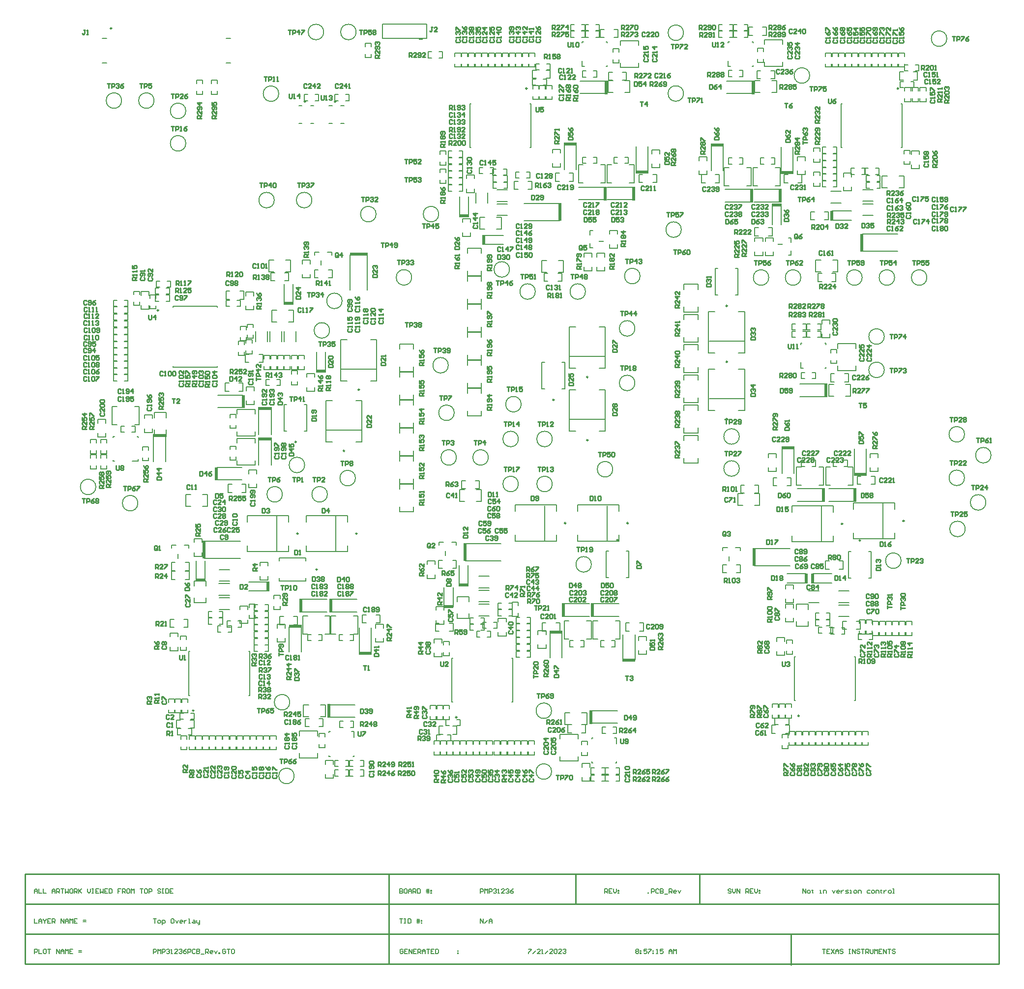
<source format=gto>
G04*
G04 #@! TF.GenerationSoftware,Altium Limited,Altium Designer,23.6.0 (18)*
G04*
G04 Layer_Color=65535*
%FSAX44Y44*%
%MOMM*%
G71*
G04*
G04 #@! TF.SameCoordinates,B6B15AAD-09C2-4985-A1E0-6DBEE0027C76*
G04*
G04*
G04 #@! TF.FilePolarity,Positive*
G04*
G01*
G75*
%ADD10C,0.1778*%
%ADD11C,0.2500*%
%ADD12C,0.1500*%
%ADD13C,0.1700*%
%ADD14C,0.2000*%
%ADD15C,0.2032*%
%ADD16C,0.2540*%
%ADD17R,1.7272X0.5080*%
%ADD18R,0.5080X2.2352*%
%ADD19R,2.3368X0.5080*%
%ADD20R,0.5080X1.7272*%
%ADD21R,0.5080X3.1496*%
%ADD22R,0.2000X0.8250*%
%ADD23R,2.2352X0.5080*%
%ADD24R,0.5080X2.3368*%
%ADD25R,0.8250X0.2000*%
%ADD26R,3.1496X0.5080*%
%ADD27R,0.7000X0.2554*%
G54D10*
X00830453Y01132586D02*
G03*
X00830453Y01132586I-00013335J00000000D01*
G01*
X00557403Y00552196D02*
G03*
X00557403Y00552196I-00013335J00000000D01*
G01*
X00625983Y01192647D02*
G03*
X00625983Y01192647I-00013335J00000000D01*
G01*
X00935863Y01297686D02*
G03*
X00935863Y01297686I-00013335J00000000D01*
G01*
X00813943Y01392936D02*
G03*
X00813943Y01392936I-00013335J00000000D01*
G01*
X00583000Y00960875D02*
G03*
X00583000Y00960875I-00013335J00000000D01*
G01*
X01610233Y00796036D02*
G03*
X01610233Y00796036I-00013335J00000000D01*
G01*
X00647573Y01243506D02*
G03*
X00647573Y01243506I-00013335J00000000D01*
G01*
X01581323Y01182116D02*
G03*
X01581323Y01182116I-00013335J00000000D01*
G01*
Y01124636D02*
G03*
X01581323Y01124636I-00013335J00000000D01*
G01*
X01008253Y00432816D02*
G03*
X01008253Y00432816I-00013335J00000000D01*
G01*
X00223393Y00923036D02*
G03*
X00223393Y00923036I-00013335J00000000D01*
G01*
X01452753Y01631696D02*
G03*
X01452753Y01631696I-00013335J00000000D01*
G01*
X01235583Y01600676D02*
G03*
X01235583Y01600676I-00013335J00000000D01*
G01*
X01688973Y01695196D02*
G03*
X01688973Y01695196I-00013335J00000000D01*
G01*
X00671703Y01706626D02*
G03*
X00671703Y01706626I-00013335J00000000D01*
G01*
X00615823D02*
G03*
X00615823Y01706626I-00013335J00000000D01*
G01*
X01235583Y01705356D02*
G03*
X01235583Y01705356I-00013335J00000000D01*
G01*
X01076862Y00789686D02*
G03*
X01076862Y00789686I-00013335J00000000D01*
G01*
X00295783Y00895096D02*
G03*
X00295783Y00895096I-00013335J00000000D01*
G01*
X00323723Y01588516D02*
G03*
X00323723Y01588516I-00013335J00000000D01*
G01*
X00565023Y00425196D02*
G03*
X00565023Y00425196I-00013335J00000000D01*
G01*
X00267843Y01588516D02*
G03*
X00267843Y01588516I-00013335J00000000D01*
G01*
X00378333Y01570736D02*
G03*
X00378333Y01570736I-00013335J00000000D01*
G01*
X01599103Y01283716D02*
G03*
X01599103Y01283716I-00013335J00000000D01*
G01*
X00544703Y00910336D02*
G03*
X00544703Y00910336I-00013335J00000000D01*
G01*
X01331603Y00954756D02*
G03*
X01331603Y00954756I-00013335J00000000D01*
G01*
X01151763Y01102106D02*
G03*
X01151763Y01102106I-00013335J00000000D01*
G01*
X00844423Y00973836D02*
G03*
X00844423Y00973836I-00013335J00000000D01*
G01*
X00840613Y01050776D02*
G03*
X00840613Y01050776I-00013335J00000000D01*
G01*
X01008253Y00537595D02*
G03*
X01008253Y00537595I-00013335J00000000D01*
G01*
X01654683Y01283716D02*
G03*
X01654683Y01283716I-00013335J00000000D01*
G01*
X01231773Y01366266D02*
G03*
X01231773Y01366266I-00013335J00000000D01*
G01*
X01382388Y01283716D02*
G03*
X01382388Y01283716I-00013335J00000000D01*
G01*
X01543223D02*
G03*
X01543223Y01283716I-00013335J00000000D01*
G01*
X01765173Y00977646D02*
G03*
X01765173Y00977646I-00013335J00000000D01*
G01*
X01437513Y01283716D02*
G03*
X01437513Y01283716I-00013335J00000000D01*
G01*
X01151763Y01196066D02*
G03*
X01151763Y01196066I-00013335J00000000D01*
G01*
X01160653Y01286256D02*
G03*
X01160653Y01286256I-00013335J00000000D01*
G01*
X01066673Y01259586D02*
G03*
X01066673Y01259586I-00013335J00000000D01*
G01*
X01113663Y00953516D02*
G03*
X01113663Y00953516I-00013335J00000000D01*
G01*
X00980323Y01259586D02*
G03*
X00980323Y01259586I-00013335J00000000D01*
G01*
X00767403Y01283946D02*
G03*
X00767403Y01283946I-00013335J00000000D01*
G01*
X00705993Y01392936D02*
G03*
X00705993Y01392936I-00013335J00000000D01*
G01*
X00595503Y01417066D02*
G03*
X00595503Y01417066I-00013335J00000000D01*
G01*
X00530733D02*
G03*
X00530733Y01417066I-00013335J00000000D01*
G01*
X01719453Y00938686D02*
G03*
X01719453Y00938686I-00013335J00000000D01*
G01*
X01720723Y00850646D02*
G03*
X01720723Y00850646I-00013335J00000000D01*
G01*
X01756283Y00896366D02*
G03*
X01756283Y00896366I-00013335J00000000D01*
G01*
X01719453Y01013686D02*
G03*
X01719453Y01013686I-00013335J00000000D01*
G01*
X01331603Y01009946D02*
G03*
X01331603Y01009946I-00013335J00000000D01*
G01*
X01009523Y00928116D02*
G03*
X01009523Y00928116I-00013335J00000000D01*
G01*
Y01005586D02*
G03*
X01009523Y01005586I-00013335J00000000D01*
G01*
X00955929Y01065508D02*
G03*
X00955929Y01065508I-00013335J00000000D01*
G01*
X00951103Y01005586D02*
G03*
X00951103Y01005586I-00013335J00000000D01*
G01*
X00378333Y01514856D02*
G03*
X00378333Y01514856I-00013335J00000000D01*
G01*
X00951103Y00928116D02*
G03*
X00951103Y00928116I-00013335J00000000D01*
G01*
X00622173Y00910336D02*
G03*
X00622173Y00910336I-00013335J00000000D01*
G01*
X00899353Y00973836D02*
G03*
X00899353Y00973836I-00013335J00000000D01*
G01*
X00670433Y00938276D02*
G03*
X00670433Y00938276I-00013335J00000000D01*
G01*
X00538353Y01600406D02*
G03*
X00538353Y01600406I-00013335J00000000D01*
G01*
X00487217Y00714999D02*
Y00720841D01*
X00497631D01*
Y00714999D02*
Y00720841D01*
X00487217Y00696457D02*
Y00702299D01*
Y00696457D02*
X00497631D01*
Y00702299D01*
X00940341Y00718331D02*
Y00724173D01*
X00950755D01*
Y00718331D02*
Y00724173D01*
X00940341Y00699789D02*
Y00705631D01*
Y00699789D02*
X00950755D01*
Y00705631D01*
X01549781Y00688086D02*
Y00693928D01*
X01560195D01*
Y00688086D02*
Y00693928D01*
X01549781Y00669544D02*
Y00675386D01*
Y00669544D02*
X01560195D01*
Y00675386D01*
X01555503Y00670738D02*
X01561345D01*
Y00660323D02*
Y00670738D01*
X01555503Y00660323D02*
X01561345D01*
X01536961Y00670738D02*
X01542803D01*
X01536961Y00660323D02*
Y00670738D01*
Y00660323D02*
X01542803D01*
X01571625Y00667004D02*
Y00672846D01*
X01561211Y00667004D02*
X01571625D01*
X01561211D02*
Y00672846D01*
X01571625Y00685546D02*
Y00691388D01*
X01561211D02*
X01571625D01*
X01561211Y00685546D02*
Y00691388D01*
X00582295Y01124924D02*
Y01130766D01*
X00571881Y01124924D02*
X00582295D01*
X00571881D02*
Y01130766D01*
X00582295Y01143466D02*
Y01149308D01*
X00571881D02*
X00582295D01*
X00571881Y01143466D02*
Y01149308D01*
X00560451Y01143466D02*
Y01149308D01*
X00570865D01*
Y01143466D02*
Y01149308D01*
X00560451Y01124924D02*
Y01130766D01*
Y01124924D02*
X00570865D01*
Y01130766D01*
X00558165Y01124924D02*
Y01130766D01*
X00547751Y01124924D02*
X00558165D01*
X00547751D02*
Y01130766D01*
X00558165Y01143466D02*
Y01149308D01*
X00547751D02*
X00558165D01*
X00547751Y01143466D02*
Y01149308D01*
X00536321Y01143466D02*
Y01149308D01*
X00546735D01*
Y01143466D02*
Y01149308D01*
X00536321Y01124924D02*
Y01130766D01*
Y01124924D02*
X00546735D01*
Y01130766D01*
X00524574Y01143466D02*
Y01149308D01*
X00534987D01*
Y01143466D02*
Y01149308D01*
X00524574Y01124924D02*
Y01130766D01*
Y01124924D02*
X00534987D01*
Y01130766D01*
X00523558Y01124904D02*
Y01130746D01*
X00513144Y01124904D02*
X00523558D01*
X00513144D02*
Y01130746D01*
X00523558Y01143446D02*
Y01149288D01*
X00513144D02*
X00523558D01*
X00513144Y01143446D02*
Y01149288D01*
X01459825Y01459271D02*
Y01465113D01*
X01470238D01*
Y01459271D02*
Y01465113D01*
X01459825Y01440729D02*
Y01446571D01*
Y01440729D02*
X01470238D01*
Y01446571D01*
Y01482724D02*
Y01488566D01*
X01459825Y01482724D02*
X01470238D01*
X01459825D02*
Y01488566D01*
X01470238Y01501266D02*
Y01507108D01*
X01459825D02*
X01470238D01*
X01459825Y01501266D02*
Y01507108D01*
X01445074Y01485012D02*
Y01491611D01*
X01431239D02*
X01445074D01*
X01431239Y01485012D02*
Y01491611D01*
Y01461140D02*
Y01467740D01*
Y01461140D02*
X01445074D01*
Y01467740D01*
X01493138Y01450213D02*
X01498980D01*
Y01439799D02*
Y01450213D01*
X01493138Y01439799D02*
X01498980D01*
X01474596Y01450213D02*
X01480438D01*
X01474596Y01439799D02*
Y01450213D01*
Y01439799D02*
X01480438D01*
X01474596Y01451229D02*
X01480438D01*
X01474596D02*
Y01461643D01*
X01480438D01*
X01493138Y01451229D02*
X01498980D01*
Y01461643D01*
X01493138D02*
X01498980D01*
X01474596Y01462659D02*
X01480438D01*
X01474596D02*
Y01473073D01*
X01480438D01*
X01493138Y01462659D02*
X01498980D01*
Y01473073D01*
X01493138D02*
X01498980D01*
X01493138Y01484551D02*
X01498980D01*
Y01474137D02*
Y01484551D01*
X01493138Y01474137D02*
X01498980D01*
X01474596Y01484551D02*
X01480438D01*
X01474596Y01474137D02*
Y01484551D01*
Y01474137D02*
X01480438D01*
X01493138Y01496488D02*
X01498980D01*
Y01486074D02*
Y01496488D01*
X01493138Y01486074D02*
X01498980D01*
X01474596Y01496488D02*
X01480438D01*
X01474596Y01486074D02*
Y01496488D01*
Y01486074D02*
X01480438D01*
X01474596Y01497979D02*
X01480438D01*
X01474596D02*
Y01508393D01*
X01480438D01*
X01493138Y01497979D02*
X01498980D01*
Y01508393D01*
X01493138D02*
X01498980D01*
X01524962Y01433103D02*
Y01439703D01*
X01511128Y01433103D02*
X01524962D01*
X01511128D02*
Y01439703D01*
Y01456975D02*
Y01463574D01*
X01524962D01*
Y01456975D02*
Y01463574D01*
X01549840Y01437536D02*
X01555682D01*
X01549840D02*
Y01447950D01*
X01555682D01*
X01568382Y01437536D02*
X01574224D01*
Y01447950D01*
X01568382D02*
X01574224D01*
X01549840Y01449324D02*
X01555682D01*
X01549840D02*
Y01459738D01*
X01555682D01*
X01568382Y01449324D02*
X01574224D01*
Y01459738D01*
X01568382D02*
X01574224D01*
X01542368Y01471803D02*
X01548210D01*
Y01461389D02*
Y01471803D01*
X01542368Y01461389D02*
X01548210D01*
X01523826Y01471803D02*
X01529668D01*
X01523826Y01461389D02*
Y01471803D01*
Y01461389D02*
X01529668D01*
X01547826D02*
X01553668D01*
X01547826D02*
Y01471803D01*
X01553668D01*
X01566368Y01461389D02*
X01572210D01*
Y01471803D01*
X01566368D02*
X01572210D01*
X01492228Y01314196D02*
X01500864D01*
Y01304036D02*
Y01314196D01*
Y01293876D02*
Y01304036D01*
X01492228Y01293876D02*
X01500864D01*
X01463272D02*
X01471908D01*
X01463272D02*
Y01304036D01*
Y01314196D01*
X01471908D01*
X01491234Y01290642D02*
X01497834D01*
Y01276807D02*
Y01290642D01*
X01491234Y01276807D02*
X01497834D01*
X01467363D02*
X01473962D01*
X01467363D02*
Y01290642D01*
X01473962D01*
X00504444Y01151162D02*
X00511044D01*
Y01137327D02*
Y01151162D01*
X00504444Y01137327D02*
X00511044D01*
X00480573D02*
X00487172D01*
X00480573D02*
Y01151162D01*
X00487172D01*
X00469011Y01168496D02*
Y01174338D01*
X00479425D01*
Y01168496D02*
Y01174338D01*
X00469011Y01149954D02*
Y01155796D01*
Y01149954D02*
X00479425D01*
Y01155796D01*
X00482855Y01175114D02*
Y01180956D01*
X00472441Y01175114D02*
X00482855D01*
X00472441D02*
Y01180956D01*
X00482855Y01193656D02*
Y01199498D01*
X00472441D02*
X00482855D01*
X00472441Y01193656D02*
Y01199498D01*
X00492505Y01152494D02*
Y01158336D01*
X00482091Y01152494D02*
X00492505D01*
X00482091D02*
Y01158336D01*
X00492505Y01171036D02*
Y01176878D01*
X00482091D02*
X00492505D01*
X00482091Y01171036D02*
Y01176878D01*
X00494665Y01178924D02*
Y01184766D01*
X00484251Y01178924D02*
X00494665D01*
X00484251D02*
Y01184766D01*
X00494665Y01197466D02*
Y01203308D01*
X00484251D02*
X00494665D01*
X00484251Y01197466D02*
Y01203308D01*
X00555498Y01227836D02*
X00564134D01*
Y01217676D02*
Y01227836D01*
Y01207516D02*
Y01217676D01*
X00555498Y01207516D02*
X00564134D01*
X00526542D02*
X00535178D01*
X00526542D02*
Y01217676D01*
Y01227836D01*
X00535178D01*
X00603631Y01122172D02*
Y01141206D01*
X00619125D02*
Y01155456D01*
Y01122172D02*
Y01141206D01*
X00603631D02*
Y01155456D01*
X00600524Y01088140D02*
Y01094740D01*
X00586689Y01088140D02*
X00600524D01*
X00586689D02*
Y01094740D01*
Y01112012D02*
Y01118612D01*
X00600524D01*
Y01112012D02*
Y01118612D01*
X00516636Y01097619D02*
X00522478D01*
X00516636D02*
Y01108033D01*
X00522478D01*
X00535178Y01097619D02*
X00541020D01*
Y01108033D01*
X00535178D02*
X00541020D01*
X00560451Y01117726D02*
Y01123568D01*
X00570865D01*
Y01117726D02*
Y01123568D01*
X00560451Y01099184D02*
Y01105026D01*
Y01099184D02*
X00570865D01*
Y01105026D01*
X00433832Y01060069D02*
X00477012D01*
X00433832Y01080643D02*
X00477012D01*
X00482532Y01089012D02*
Y01095611D01*
X00496367D01*
Y01089012D02*
Y01095611D01*
Y01065141D02*
Y01071740D01*
X00482532Y01065141D02*
X00496367D01*
X00482532D02*
Y01071740D01*
X00446283Y01101762D02*
X00452882D01*
X00446283Y01087927D02*
Y01101762D01*
Y01087927D02*
X00452882D01*
X00470154D02*
X00476754D01*
Y01101762D01*
X00470154D02*
X00476754D01*
X00454661Y01042416D02*
Y01048258D01*
X00465075D01*
Y01042416D02*
Y01048258D01*
X00454661Y01023874D02*
Y01029716D01*
Y01023874D02*
X00465075D01*
Y01029716D01*
X00466160Y01056691D02*
X00497516D01*
Y01048637D02*
Y01056691D01*
X00466160Y01048637D02*
Y01056691D01*
Y01010361D02*
Y01018415D01*
X00497516Y01010361D02*
Y01018415D01*
X00466160Y01010361D02*
X00497516D01*
X00504063Y01013206D02*
Y01057656D01*
X00525653Y01013206D02*
Y01057656D01*
X01488866Y00669829D02*
X01494708D01*
X01488866D02*
Y00680243D01*
X01494708D01*
X01507408Y00669829D02*
X01513250D01*
Y00680243D01*
X01507408D02*
X01513250D01*
X01486408Y00681513D02*
X01492250D01*
Y00671099D02*
Y00681513D01*
X01486408Y00671099D02*
X01492250D01*
X01467866Y00681513D02*
X01473708D01*
X01467866Y00671099D02*
Y00681513D01*
Y00671099D02*
X01473708D01*
X01481328Y00694213D02*
X01487170D01*
Y00683799D02*
Y00694213D01*
X01481328Y00683799D02*
X01487170D01*
X01462786Y00694213D02*
X01468628D01*
X01462786Y00683799D02*
Y00694213D01*
Y00683799D02*
X01468628D01*
X01481328Y00705643D02*
X01487170D01*
Y00695229D02*
Y00705643D01*
X01481328Y00695229D02*
X01487170D01*
X01462786Y00705643D02*
X01468628D01*
X01462786Y00695229D02*
Y00705643D01*
Y00695229D02*
X01468628D01*
X01329182Y00891286D02*
X01337818D01*
X01329182D02*
Y00901446D01*
Y00911606D01*
X01337818D01*
X01358138D02*
X01366774D01*
Y00901446D02*
Y00911606D01*
Y00891286D02*
Y00901446D01*
X01358138Y00891286D02*
X01366774D01*
X01334012Y00912300D02*
X01340612D01*
X01334012D02*
Y00926135D01*
X01340612D01*
X01357884D02*
X01364483D01*
Y00912300D02*
Y00926135D01*
X01357884Y00912300D02*
X01364483D01*
X00500789Y00743839D02*
X00519823D01*
X00486539Y00759333D02*
X00500789D01*
X00519823D01*
X00486539Y00743839D02*
X00500789D01*
X00505827Y00786892D02*
Y00793492D01*
X00519661D01*
Y00786892D02*
Y00793492D01*
Y00763020D02*
Y00769620D01*
X00505827Y00763020D02*
X00519661D01*
X00505827D02*
Y00769620D01*
X00449326Y00681609D02*
X00455168D01*
X00449326D02*
Y00692023D01*
X00455168D01*
X00467868Y00681609D02*
X00473710D01*
Y00692023D01*
X00467868D02*
X00473710D01*
X00436118Y00708533D02*
X00441960D01*
Y00698119D02*
Y00708533D01*
X00436118Y00698119D02*
X00441960D01*
X00417576Y00708533D02*
X00423418D01*
X00417576Y00698119D02*
Y00708533D01*
Y00698119D02*
X00423418D01*
X00436118Y00697103D02*
X00441960D01*
Y00686689D02*
Y00697103D01*
X00436118Y00686689D02*
X00441960D01*
X00417576Y00697103D02*
X00423418D01*
X00417576Y00686689D02*
Y00697103D01*
Y00686689D02*
X00423418D01*
X00451534Y00683704D02*
X00457375D01*
Y00673289D02*
Y00683704D01*
X00451534Y00673289D02*
X00457375D01*
X00432991Y00683704D02*
X00438834D01*
X00432991Y00673289D02*
Y00683704D01*
Y00673289D02*
X00438834D01*
X00392823Y00752687D02*
Y00761323D01*
X00402983D01*
X00413143D01*
Y00752687D02*
Y00761323D01*
Y00723731D02*
Y00732367D01*
X00402983Y00723731D02*
X00413143D01*
X00392823D02*
X00402983D01*
X00392823D02*
Y00732367D01*
X00396021Y00762762D02*
Y00781796D01*
X00411515D02*
Y00796046D01*
Y00762762D02*
Y00781796D01*
X00396021D02*
Y00796046D01*
X00410814Y00800227D02*
X00472028D01*
X00410814Y00829945D02*
X00472028D01*
X00406331Y00803647D02*
Y00810247D01*
X00392497Y00803647D02*
X00406331D01*
X00392497D02*
Y00810247D01*
Y00827518D02*
Y00834118D01*
X00406331D01*
Y00827518D02*
Y00834118D01*
X00353573Y00778950D02*
X00360172D01*
X00353573D02*
Y00792785D01*
X00360172D01*
X00377444D02*
X00384044D01*
Y00778950D02*
Y00792785D01*
X00377444Y00778950D02*
X00384044D01*
X00377444Y00777562D02*
X00384044D01*
Y00763727D02*
Y00777562D01*
X00377444Y00763727D02*
X00384044D01*
X00353573D02*
X00360172D01*
X00353573D02*
Y00777562D01*
X00360172D01*
X00351523Y00681366D02*
X00358122D01*
X00351523D02*
Y00695201D01*
X00358122D01*
X00375394D02*
X00381993D01*
Y00681366D02*
Y00695201D01*
X00375394Y00681366D02*
X00381993D01*
X00540697Y00711891D02*
Y00717734D01*
X00530283Y00711891D02*
X00540697D01*
X00530283D02*
Y00717734D01*
X00540697Y00730434D02*
Y00736275D01*
X00530283D02*
X00540697D01*
X00530283Y00730434D02*
Y00736275D01*
X00540262Y00685816D02*
X00546862D01*
X00540262D02*
Y00699651D01*
X00546862D01*
X00564134D02*
X00570733D01*
Y00685816D02*
Y00699651D01*
X00564134Y00685816D02*
X00570733D01*
X00577080Y00639000D02*
Y00682180D01*
X00556506Y00639000D02*
Y00682180D01*
X00535872Y00655991D02*
Y00662590D01*
Y00655991D02*
X00549707D01*
Y00662590D01*
Y00679862D02*
Y00686461D01*
X00535872D02*
X00549707D01*
X00535872Y00679862D02*
Y00686461D01*
X00471503Y00711610D02*
Y00718210D01*
X00485337D01*
Y00711610D02*
Y00718210D01*
Y00687739D02*
Y00694338D01*
X00471503Y00687739D02*
X00485337D01*
X00471503D02*
Y00694338D01*
X00496316Y00698119D02*
X00502158D01*
X00496316D02*
Y00708533D01*
X00502158D01*
X00514858Y00698119D02*
X00520700D01*
Y00708533D01*
X00514858D02*
X00520700D01*
X00514858Y00720623D02*
X00520700D01*
Y00710209D02*
Y00720623D01*
X00514858Y00710209D02*
X00520700D01*
X00496316Y00720623D02*
X00502158D01*
X00496316Y00710209D02*
Y00720623D01*
Y00710209D02*
X00502158D01*
X00514858Y00697103D02*
X00520700D01*
Y00686689D02*
Y00697103D01*
X00514858Y00686689D02*
X00520700D01*
X00496316Y00697103D02*
X00502158D01*
X00496316Y00686689D02*
Y00697103D01*
Y00686689D02*
X00502158D01*
X00496316Y00675479D02*
X00502158D01*
X00496316D02*
Y00685893D01*
X00502158D01*
X00514858Y00675479D02*
X00520700D01*
Y00685893D01*
X00514858D02*
X00520700D01*
X00496316Y00663279D02*
X00502158D01*
X00496316D02*
Y00673693D01*
X00502158D01*
X00514858Y00663279D02*
X00520700D01*
Y00673693D01*
X00514858D02*
X00520700D01*
X00514858Y00661703D02*
X00520700D01*
Y00651289D02*
Y00661703D01*
X00514858Y00651289D02*
X00520700D01*
X00496316Y00661703D02*
X00502158D01*
X00496316Y00651289D02*
Y00661703D01*
Y00651289D02*
X00502158D01*
X00496316Y00640109D02*
X00502158D01*
X00496316D02*
Y00650523D01*
X00502158D01*
X00514858Y00640109D02*
X00520700D01*
Y00650523D01*
X00514858D02*
X00520700D01*
X01408943Y01460822D02*
X01415542D01*
X01408943Y01446987D02*
Y01460822D01*
Y01446987D02*
X01415542D01*
X01432814D02*
X01439413D01*
Y01460822D01*
X01432814D02*
X01439413D01*
X01424305Y01465072D02*
Y01508252D01*
X01403731Y01465072D02*
Y01508252D01*
X01356868Y01413891D02*
X01401318D01*
X01356868Y01435481D02*
X01401318D01*
X01355293Y01442028D02*
Y01473384D01*
Y01442028D02*
X01363347D01*
X01355293Y01473384D02*
X01363347D01*
X01393569D02*
X01401623D01*
X01393569Y01442028D02*
X01401623D01*
Y01473384D01*
X01386428Y01489583D02*
X01392270D01*
Y01479169D02*
Y01489583D01*
X01386428Y01479169D02*
X01392270D01*
X01367886Y01489583D02*
X01373728D01*
X01367886Y01479169D02*
Y01489583D01*
Y01479169D02*
X01373728D01*
X01403985Y01389396D02*
Y01408430D01*
X01388491Y01375146D02*
Y01389396D01*
Y01408430D01*
X01403985Y01375146D02*
Y01389396D01*
X01382014Y01369382D02*
X01388613D01*
Y01355547D02*
Y01369382D01*
X01382014Y01355547D02*
X01388613D01*
X01358143D02*
X01364742D01*
X01358143D02*
Y01369382D01*
X01364742D01*
X01376612Y01345692D02*
Y01352292D01*
X01390447D01*
Y01345692D02*
Y01352292D01*
Y01321821D02*
Y01328420D01*
X01376612Y01321821D02*
X01390447D01*
X01376612D02*
Y01328420D01*
X01358262Y01345692D02*
Y01352292D01*
X01372097D01*
Y01345692D02*
Y01352292D01*
Y01321821D02*
Y01328420D01*
X01358262Y01321821D02*
X01372097D01*
X01358262D02*
Y01328420D01*
X01307338Y01413891D02*
X01351788D01*
X01307338Y01435481D02*
X01351788D01*
X01305833Y01442028D02*
Y01473384D01*
Y01442028D02*
X01313887D01*
X01305833Y01473384D02*
X01313887D01*
X01344109D02*
X01352163D01*
X01344109Y01442028D02*
X01352163D01*
Y01473384D01*
X01331468Y01489583D02*
X01337310D01*
Y01479169D02*
Y01489583D01*
X01331468Y01479169D02*
X01337310D01*
X01312926Y01489583D02*
X01318768D01*
X01312926Y01479169D02*
Y01489583D01*
Y01479169D02*
X01318768D01*
X01290574Y01460822D02*
X01297173D01*
Y01446987D02*
Y01460822D01*
X01290574Y01446987D02*
X01297173D01*
X01266702D02*
X01273302D01*
X01266702D02*
Y01460822D01*
X01273302D01*
X01276164Y01461140D02*
Y01467740D01*
X01262329Y01461140D02*
X01276164D01*
X01262329D02*
Y01467740D01*
Y01485012D02*
Y01491611D01*
X01276164D01*
Y01485012D02*
Y01491611D01*
X01283081Y01467740D02*
Y01510920D01*
X01303655Y01467740D02*
Y01510920D01*
X01533299Y00691462D02*
X01539899D01*
Y00677628D02*
Y00691462D01*
X01533299Y00677628D02*
X01539899D01*
X01509427D02*
X01516027D01*
X01509427D02*
Y00691462D01*
X01516027D01*
X01538351Y00688086D02*
Y00693928D01*
X01548765D01*
Y00688086D02*
Y00693928D01*
X01538351Y00669544D02*
Y00675386D01*
Y00669544D02*
X01548765D01*
Y00675386D01*
X01583055Y00667004D02*
Y00672846D01*
X01572641Y00667004D02*
X01583055D01*
X01572641D02*
Y00672846D01*
X01583055Y00685546D02*
Y00691388D01*
X01572641D02*
X01583055D01*
X01572641Y00685546D02*
Y00691388D01*
X01584071Y00685546D02*
Y00691388D01*
X01594485D01*
Y00685546D02*
Y00691388D01*
X01584071Y00667004D02*
Y00672846D01*
Y00667004D02*
X01594485D01*
Y00672846D01*
X01595401Y00685546D02*
Y00691388D01*
X01605815D01*
Y00685546D02*
Y00691388D01*
X01595401Y00667004D02*
Y00672846D01*
Y00667004D02*
X01605815D01*
Y00672846D01*
X01606931Y00685546D02*
Y00691388D01*
X01617345D01*
Y00685546D02*
Y00691388D01*
X01606931Y00667004D02*
Y00672846D01*
Y00667004D02*
X01617345D01*
Y00672846D01*
X01628775Y00667004D02*
Y00672846D01*
X01618361Y00667004D02*
X01628775D01*
X01618361D02*
Y00672846D01*
X01628775Y00685546D02*
Y00691388D01*
X01618361D02*
X01628775D01*
X01618361Y00685546D02*
Y00691388D01*
X00886363Y00697453D02*
X00892205D01*
Y00687039D02*
Y00697453D01*
X00886363Y00687039D02*
X00892205D01*
X00867821Y00697453D02*
X00873663D01*
X00867821Y00687039D02*
Y00697453D01*
Y00687039D02*
X00873663D01*
X00886363Y00686373D02*
X00892205D01*
Y00675959D02*
Y00686373D01*
X00886363Y00675959D02*
X00892205D01*
X00867821Y00686373D02*
X00873663D01*
X00867821Y00675959D02*
Y00686373D01*
Y00675959D02*
X00873663D01*
X00889521Y00679813D02*
X00895363D01*
X00889521D02*
Y00690227D01*
X00895363D01*
X00908063Y00679813D02*
X00913905D01*
Y00690227D01*
X00908063D02*
X00913905D01*
X00879251Y00664529D02*
X00885093D01*
X00879251D02*
Y00674943D01*
X00885093D01*
X00897793Y00664529D02*
X00903635D01*
Y00674943D01*
X00897793D02*
X00903635D01*
X00925068Y01470533D02*
X00930910D01*
Y01460119D02*
Y01470533D01*
X00925068Y01460119D02*
X00930910D01*
X00906526Y01470533D02*
X00912368D01*
X00906526Y01460119D02*
Y01470533D01*
Y01460119D02*
X00912368D01*
X00907796Y01448689D02*
X00913638D01*
X00907796D02*
Y01459103D01*
X00913638D01*
X00926338Y01448689D02*
X00932180D01*
Y01459103D01*
X00926338D02*
X00932180D01*
X00907796Y01437259D02*
X00913638D01*
X00907796D02*
Y01447673D01*
X00913638D01*
X00926338Y01437259D02*
X00932180D01*
Y01447673D01*
X00926338D02*
X00932180D01*
X00902208Y01473073D02*
X00908050D01*
Y01462659D02*
Y01473073D01*
X00902208Y01462659D02*
X00908050D01*
X00883666Y01473073D02*
X00889508D01*
X00883666Y01462659D02*
Y01473073D01*
Y01462659D02*
X00889508D01*
X00875254Y01430141D02*
Y01436740D01*
X00861419Y01430141D02*
X00875254D01*
X00861419D02*
Y01436740D01*
Y01454012D02*
Y01460612D01*
X00875254D01*
Y01454012D02*
Y01460612D01*
X00960628Y01381887D02*
X01021842D01*
X00960628Y01411605D02*
X01021842D01*
X00884762Y01367536D02*
X00893398D01*
X00884762D02*
Y01377696D01*
Y01387856D01*
X00893398D01*
X00913718D02*
X00922354D01*
Y01377696D02*
Y01387856D01*
Y01367536D02*
Y01377696D01*
X00913718Y01367536D02*
X00922354D01*
X00910828Y01356233D02*
X00925078D01*
X00891794Y01340739D02*
X00910828D01*
X00925078D01*
X00891794Y01356233D02*
X00910828D01*
X00850011Y01390142D02*
Y01409176D01*
X00865505D02*
Y01423426D01*
Y01390142D02*
Y01409176D01*
X00850011D02*
Y01423426D01*
X00868494Y01354841D02*
Y01361440D01*
X00854659Y01354841D02*
X00868494D01*
X00854659D02*
Y01361440D01*
Y01378712D02*
Y01385311D01*
X00868494D01*
Y01378712D02*
Y01385311D01*
X00946796Y01455039D02*
X00952638D01*
X00946796D02*
Y01465453D01*
X00952638D01*
X00965338Y01455039D02*
X00971180D01*
Y01465453D01*
X00965338D02*
X00971180D01*
X00943753Y01435890D02*
X00950352D01*
X00943753D02*
Y01449725D01*
X00950352D01*
X00967624D02*
X00974223D01*
Y01435890D02*
Y01449725D01*
X00967624Y01435890D02*
X00974223D01*
X01039114Y01463362D02*
X01045714D01*
Y01449527D02*
Y01463362D01*
X01039114Y01449527D02*
X01045714D01*
X01015242D02*
X01021842D01*
X01015242D02*
Y01463362D01*
X01021842D01*
X01050925Y01469483D02*
Y01512663D01*
X01030351Y01469483D02*
Y01512663D01*
X01023434Y01474220D02*
Y01480820D01*
X01009599Y01474220D02*
X01023434D01*
X01009599D02*
Y01480820D01*
Y01498092D02*
Y01504691D01*
X01023434D01*
Y01498092D02*
Y01504691D01*
X00830326Y01432669D02*
X00836168D01*
X00830326D02*
Y01443083D01*
X00836168D01*
X00848868Y01432669D02*
X00854710D01*
Y01443083D01*
X00848868D02*
X00854710D01*
X00848868Y01454867D02*
X00854710D01*
Y01444453D02*
Y01454867D01*
X00848868Y01444453D02*
X00854710D01*
X00830326Y01454867D02*
X00836168D01*
X00830326Y01444453D02*
Y01454867D01*
Y01444453D02*
X00836168D01*
X00830326Y01456309D02*
X00836168D01*
X00830326D02*
Y01466723D01*
X00836168D01*
X00848868Y01456309D02*
X00854710D01*
Y01466723D01*
X00848868D02*
X00854710D01*
X00848868Y01478129D02*
X00854710D01*
Y01467715D02*
Y01478129D01*
X00848868Y01467715D02*
X00854710D01*
X00830326Y01478129D02*
X00836168D01*
X00830326Y01467715D02*
Y01478129D01*
Y01467715D02*
X00836168D01*
X00848868Y01489897D02*
X00854710D01*
Y01479483D02*
Y01489897D01*
X00848868Y01479483D02*
X00854710D01*
X00830326Y01489897D02*
X00836168D01*
X00830326Y01479483D02*
Y01489897D01*
Y01479483D02*
X00836168D01*
X00830326Y01490979D02*
X00836168D01*
X00830326D02*
Y01501393D01*
X00836168D01*
X00848868Y01490979D02*
X00854710D01*
Y01501393D01*
X00848868D02*
X00854710D01*
X00815721Y01495806D02*
Y01501648D01*
X00826135D01*
Y01495806D02*
Y01501648D01*
X00815721Y01477264D02*
Y01483106D01*
Y01477264D02*
X00826135D01*
Y01483106D01*
X00815721Y01464526D02*
Y01470368D01*
X00826135D01*
Y01464526D02*
Y01470368D01*
X00815721Y01445984D02*
Y01451826D01*
Y01445984D02*
X00826135D01*
Y01451826D01*
X00848741Y00754556D02*
Y00773590D01*
X00864235D02*
Y00787840D01*
Y00754556D02*
Y00773590D01*
X00848741D02*
Y00787840D01*
X00860044Y00825627D02*
X00921258D01*
X00860044Y00795909D02*
X00921258D01*
X00813923Y00782760D02*
X00820522D01*
X00813923D02*
Y00796595D01*
X00820522D01*
X00837794D02*
X00844393D01*
Y00782760D02*
Y00796595D01*
X00837794Y00782760D02*
X00844393D01*
X00807534Y00765561D02*
Y00772160D01*
X00793699Y00765561D02*
X00807534D01*
X00793699D02*
Y00772160D01*
Y00789432D02*
Y00796031D01*
X00807534D01*
Y00789432D02*
Y00796031D01*
X00504063Y00960786D02*
Y01005236D01*
X00525653Y00960786D02*
Y01005236D01*
X00466160Y01006811D02*
X00497516D01*
Y00998757D02*
Y01006811D01*
X00466160Y00998757D02*
Y01006811D01*
Y00960481D02*
Y00968535D01*
X00497516Y00960481D02*
Y00968535D01*
X00466160Y00960481D02*
X00497516D01*
X00454661Y00987456D02*
Y00993298D01*
X00465075D01*
Y00987456D02*
Y00993298D01*
X00454661Y00968914D02*
Y00974756D01*
Y00968914D02*
X00465075D01*
Y00974756D01*
X00486342Y00945642D02*
Y00952242D01*
X00500177D01*
Y00945642D02*
Y00952242D01*
Y00921770D02*
Y00928370D01*
X00486342Y00921770D02*
X00500177D01*
X00486342D02*
Y00928370D01*
X00432054Y00956183D02*
X00475234D01*
X00432054Y00935609D02*
X00475234D01*
Y00927422D02*
X00481833D01*
Y00913587D02*
Y00927422D01*
X00475234Y00913587D02*
X00481833D01*
X00451362D02*
X00457962D01*
X00451362D02*
Y00927422D01*
X00457962D01*
X00580023Y00669678D02*
Y00701034D01*
X00588077D01*
X00580023Y00669678D02*
X00588077D01*
X00618299D02*
X00626353D01*
X00618299Y00701034D02*
X00626353D01*
Y00669678D02*
Y00701034D01*
X00588456Y00658399D02*
X00594298D01*
X00588456D02*
Y00668813D01*
X00594298D01*
X00606998Y00658399D02*
X00612840D01*
Y00668813D01*
X00606998D02*
X00612840D01*
X00577088Y00707771D02*
X00621538D01*
X00577088Y00729361D02*
X00621538D01*
X00628643Y00707771D02*
X00673093D01*
X00628643Y00729361D02*
X00673093D01*
X00628528Y00669678D02*
Y00701034D01*
X00636582D01*
X00628528Y00669678D02*
X00636582D01*
X00666804D02*
X00674858D01*
X00666804Y00701034D02*
X00674858D01*
Y00669678D02*
Y00701034D01*
X00642581Y00658399D02*
X00648423D01*
X00642581D02*
Y00668813D01*
X00648423D01*
X00661123Y00658399D02*
X00666965D01*
Y00668813D01*
X00661123D02*
X00666965D01*
X00677156Y00637222D02*
Y00680402D01*
X00697730Y00637222D02*
Y00680402D01*
X00704782Y00655991D02*
Y00662590D01*
Y00655991D02*
X00718617D01*
Y00662590D01*
Y00679862D02*
Y00686461D01*
X00704782D02*
X00718617D01*
X00704782Y00679862D02*
Y00686461D01*
X00706374Y00688780D02*
X00712973D01*
Y00702615D01*
X00706374D02*
X00712973D01*
X00682503D02*
X00689102D01*
X00682503Y00688780D02*
Y00702615D01*
Y00688780D02*
X00689102D01*
X00823052Y00717042D02*
Y00736076D01*
X00838546D02*
Y00750326D01*
Y00717042D02*
Y00736076D01*
X00823052D02*
Y00750326D01*
X00845853Y00725363D02*
Y00733999D01*
X00856013D01*
X00866173D01*
Y00725363D02*
Y00733999D01*
Y00696407D02*
Y00705043D01*
X00856013Y00696407D02*
X00866173D01*
X00845853D02*
X00856013D01*
X00845853D02*
Y00705043D01*
X00822819Y00686851D02*
Y00693450D01*
X00808984Y00686851D02*
X00822819D01*
X00808984D02*
Y00693450D01*
Y00710722D02*
Y00717321D01*
X00822819D01*
Y00710722D02*
Y00717321D01*
X00808123Y00674311D02*
X00814722D01*
X00808123D02*
Y00688145D01*
X00814722D01*
X00831994D02*
X00838594D01*
Y00674311D02*
Y00688145D01*
X00831994Y00674311D02*
X00838594D01*
X00805632Y00654547D02*
Y00661146D01*
X00819467D01*
Y00654547D02*
Y00661146D01*
Y00630675D02*
Y00637275D01*
X00805632Y00630675D02*
X00819467D01*
X00805632D02*
Y00637275D01*
X00821981Y00650991D02*
Y00656833D01*
X00832395D01*
Y00650991D02*
Y00656833D01*
X00821981Y00632449D02*
Y00638291D01*
Y00632449D02*
X00832395D01*
Y00638291D01*
X00916251Y00690372D02*
Y00696972D01*
X00930085D01*
Y00690372D02*
Y00696972D01*
Y00666500D02*
Y00673100D01*
X00916251Y00666500D02*
X00930085D01*
X00916251D02*
Y00673100D01*
X00934363Y00711520D02*
X00940205D01*
Y00701106D02*
Y00711520D01*
X00934363Y00701106D02*
X00940205D01*
X00915821Y00711520D02*
X00921663D01*
X00915821Y00701106D02*
Y00711520D01*
Y00701106D02*
X00921663D01*
X00915821Y00712704D02*
X00921663D01*
X00915821D02*
Y00723118D01*
X00921663D01*
X00934363Y00712704D02*
X00940205D01*
Y00723118D01*
X00934363D02*
X00940205D01*
X00991888Y00674840D02*
X00998487D01*
X00991888D02*
Y00688675D01*
X00998487D01*
X01015759D02*
X01022359D01*
Y00674840D02*
Y00688675D01*
X01015759Y00674840D02*
X01022359D01*
X00947166Y00629539D02*
X00953008D01*
X00947166D02*
Y00639953D01*
X00953008D01*
X00965708Y00629539D02*
X00971550D01*
Y00639953D01*
X00965708D02*
X00971550D01*
X00965708Y00652023D02*
X00971550D01*
Y00641609D02*
Y00652023D01*
X00965708Y00641609D02*
X00971550D01*
X00947166Y00652023D02*
X00953008D01*
X00947166Y00641609D02*
Y00652023D01*
Y00641609D02*
X00953008D01*
X00965708Y00663790D02*
X00971550D01*
Y00653375D02*
Y00663790D01*
X00965708Y00653375D02*
X00971550D01*
X00947166Y00663790D02*
X00953008D01*
X00947166Y00653375D02*
Y00663790D01*
Y00653375D02*
X00953008D01*
X00947166Y00664749D02*
X00953008D01*
X00947166D02*
Y00675163D01*
X00953008D01*
X00965708Y00664749D02*
X00971550D01*
Y00675163D01*
X00965708D02*
X00971550D01*
X00965708Y00686943D02*
X00971550D01*
Y00676529D02*
Y00686943D01*
X00965708Y00676529D02*
X00971550D01*
X00947166Y00686943D02*
X00953008D01*
X00947166Y00676529D02*
Y00686943D01*
Y00676529D02*
X00953008D01*
X00947166Y00687808D02*
X00953008D01*
X00947166D02*
Y00698222D01*
X00953008D01*
X00965708Y00687808D02*
X00971550D01*
Y00698222D01*
X00965708D02*
X00971550D01*
X01026110Y00628680D02*
Y00671860D01*
X01005536Y00628680D02*
Y00671860D01*
X00984958Y00668812D02*
Y00675412D01*
X00998792D01*
Y00668812D02*
Y00675412D01*
Y00644940D02*
Y00651540D01*
X00984958Y00644940D02*
X00998792D01*
X00984958D02*
Y00651540D01*
X01076518Y00660978D02*
Y00692334D01*
X01068464D02*
X01076518D01*
X01068464Y00660978D02*
X01076518D01*
X01030189D02*
X01038242D01*
X01030189Y00692334D02*
X01038242D01*
X01030189Y00660978D02*
Y00692334D01*
X01029208Y00700151D02*
X01073658D01*
X01029208Y00721741D02*
X01073658D01*
X01039891Y00647729D02*
X01045733D01*
X01039891D02*
Y00658143D01*
X01045733D01*
X01058433Y00647729D02*
X01064275D01*
Y00658143D01*
X01058433D02*
X01064275D01*
X01093216Y00647729D02*
X01099058D01*
X01093216D02*
Y00658143D01*
X01099058D01*
X01111758Y00647729D02*
X01117600D01*
Y00658143D01*
X01111758D02*
X01117600D01*
X01079673Y00700151D02*
X01124123D01*
X01079673Y00721741D02*
X01124123D01*
X01079703Y00660978D02*
Y00692334D01*
X01087757D01*
X01079703Y00660978D02*
X01087757D01*
X01117979D02*
X01126033D01*
X01117979Y00692334D02*
X01126033D01*
Y00660978D02*
Y00692334D01*
X01135892Y00674810D02*
X01142492D01*
X01135892D02*
Y00688645D01*
X01142492D01*
X01159764D02*
X01166364D01*
Y00674810D02*
Y00688645D01*
X01159764Y00674810D02*
X01166364D01*
X01131266Y00625632D02*
Y00668812D01*
X01151840Y00625632D02*
Y00668812D01*
X01158172Y00658622D02*
Y00665221D01*
X01172007D01*
Y00658622D02*
Y00665221D01*
Y00634751D02*
Y00641350D01*
X01158172Y00634751D02*
X01172007D01*
X01158172D02*
Y00641350D01*
X01503694Y00795342D02*
X01510293D01*
Y00781507D02*
Y00795342D01*
X01503694Y00781507D02*
X01510293D01*
X01479823D02*
X01486422D01*
X01479823D02*
Y00795342D01*
X01486422D01*
X01457754Y00773303D02*
X01476788D01*
Y00757809D02*
X01491038D01*
X01457754D02*
X01476788D01*
Y00773303D02*
X01491038D01*
X01428258Y00757809D02*
X01447292D01*
X01414008Y00773303D02*
X01428258D01*
X01447292D01*
X01414008Y00757809D02*
X01428258D01*
X01411107Y00747522D02*
Y00754121D01*
X01424942D01*
Y00747522D02*
Y00754121D01*
Y00723651D02*
Y00730250D01*
X01411107Y00723651D02*
X01424942D01*
X01411107D02*
Y00730250D01*
X01429628Y00712216D02*
Y00720852D01*
X01439788D01*
X01449948D01*
Y00712216D02*
Y00720852D01*
Y00683260D02*
Y00691896D01*
X01439788Y00683260D02*
X01449948D01*
X01429628D02*
X01439788D01*
X01429628D02*
Y00691896D01*
X01424754Y00690630D02*
Y00697230D01*
X01410919Y00690630D02*
X01424754D01*
X01410919D02*
Y00697230D01*
Y00714502D02*
Y00721102D01*
X01424754D01*
Y00714502D02*
Y00721102D01*
X01395662Y00656892D02*
Y00663492D01*
X01409497D01*
Y00656892D02*
Y00663492D01*
Y00633021D02*
Y00639620D01*
X01395662Y00633021D02*
X01409497D01*
X01395662D02*
Y00639620D01*
X01412621Y00653336D02*
Y00659178D01*
X01423035D01*
Y00653336D02*
Y00659178D01*
X01412621Y00634794D02*
Y00640636D01*
Y00634794D02*
X01423035D01*
Y00640636D01*
X01625725Y01478534D02*
Y01484376D01*
X01615311Y01478534D02*
X01625725D01*
X01615311D02*
Y01484376D01*
X01625725Y01497076D02*
Y01502918D01*
X01615311D02*
X01625725D01*
X01615311Y01497076D02*
Y01502918D01*
X01641924Y01471680D02*
Y01478280D01*
X01628089Y01471680D02*
X01641924D01*
X01628089D02*
Y01478280D01*
Y01495552D02*
Y01502151D01*
X01641924D01*
Y01495552D02*
Y01502151D01*
X01606577Y01458372D02*
X01615213D01*
Y01448212D02*
Y01458372D01*
Y01438052D02*
Y01448212D01*
X01606577Y01438052D02*
X01615213D01*
X01577621D02*
X01586257D01*
X01577621D02*
Y01448212D01*
Y01458372D01*
X01586257D01*
X01454527Y01383391D02*
X01461127D01*
X01454527D02*
Y01397225D01*
X01461127D01*
X01478399D02*
X01484998D01*
Y01383391D02*
Y01397225D01*
X01478399Y01383391D02*
X01484998D01*
X01491234Y01398143D02*
X01510268D01*
Y01382649D02*
X01524518D01*
X01491234D02*
X01510268D01*
Y01398143D02*
X01524518D01*
X01134618Y01490853D02*
X01140460D01*
Y01480439D02*
Y01490853D01*
X01134618Y01480439D02*
X01140460D01*
X01116076Y01490853D02*
X01121918D01*
X01116076Y01480439D02*
Y01490853D01*
Y01480439D02*
X01121918D01*
X01150163Y01446758D02*
Y01478114D01*
X01142109Y01446758D02*
X01150163D01*
X01142109Y01478114D02*
X01150163D01*
X01103833D02*
X01111887D01*
X01103833Y01446758D02*
X01111887D01*
X01103833D02*
Y01478114D01*
X01080168Y01490853D02*
X01086010D01*
Y01480439D02*
Y01490853D01*
X01080168Y01480439D02*
X01086010D01*
X01061626Y01490853D02*
X01067468D01*
X01061626Y01480439D02*
Y01490853D01*
Y01480439D02*
X01067468D01*
X01100793Y01446758D02*
Y01478114D01*
X01092739Y01446758D02*
X01100793D01*
X01092739Y01478114D02*
X01100793D01*
X01054463D02*
X01062517D01*
X01054463Y01446758D02*
X01062517D01*
X01054463D02*
Y01478114D01*
X01529461Y00945642D02*
Y00988822D01*
X01550035Y00945642D02*
Y00988822D01*
X01570804Y00949710D02*
Y00956310D01*
X01556969Y00949710D02*
X01570804D01*
X01556969D02*
Y00956310D01*
Y00973582D02*
Y00980182D01*
X01570804D01*
Y00973582D02*
Y00980182D01*
X01558544Y00941392D02*
X01565143D01*
Y00927557D02*
Y00941392D01*
X01558544Y00927557D02*
X01565143D01*
X01534673D02*
X01541272D01*
X01534673D02*
Y00941392D01*
X01541272D01*
X01413764Y00938852D02*
X01420363D01*
Y00925017D02*
Y00938852D01*
X01413764Y00925017D02*
X01420363D01*
X01389892D02*
X01396492D01*
X01389892D02*
Y00938852D01*
X01396492D01*
X01395544Y00949710D02*
Y00956310D01*
X01381709Y00949710D02*
X01395544D01*
X01381709D02*
Y00956310D01*
Y00973582D02*
Y00980182D01*
X01395544D01*
Y00973582D02*
Y00980182D01*
X01425575Y00946150D02*
Y00989330D01*
X01405001Y00946150D02*
Y00989330D01*
X01431418Y00898271D02*
X01475868D01*
X01431418Y00919861D02*
X01475868D01*
X01485428D02*
X01529878D01*
X01485428Y00898271D02*
X01529878D01*
X01357884Y00817245D02*
X01419098D01*
X01357884Y00787527D02*
X01419098D01*
X01303033Y00775140D02*
X01309632D01*
X01303033D02*
Y00788975D01*
X01309632D01*
X01326904D02*
X01333504D01*
Y00775140D02*
Y00788975D01*
X01326904Y00775140D02*
X01333504D01*
X00863438Y01325386D02*
Y01334386D01*
X00887638D01*
Y01325386D02*
Y01334386D01*
Y01286386D02*
Y01295386D01*
X00863438Y01286386D02*
X00887638D01*
X00863438D02*
Y01295386D01*
Y01277126D02*
Y01286126D01*
X00887638D01*
Y01277126D02*
Y01286126D01*
Y01238126D02*
Y01247126D01*
X00863438Y01238126D02*
X00887638D01*
X00863438D02*
Y01247126D01*
Y01228866D02*
Y01237866D01*
X00887638D01*
Y01228866D02*
Y01237866D01*
Y01189866D02*
Y01198866D01*
X00863438Y01189866D02*
X00887638D01*
X00863438D02*
Y01198866D01*
Y01180606D02*
Y01189606D01*
X00887638D01*
Y01180606D02*
Y01189606D01*
Y01141606D02*
Y01150606D01*
X00863438Y01141606D02*
X00887638D01*
X00863438D02*
Y01150606D01*
Y01132346D02*
Y01141346D01*
X00887638D01*
Y01132346D02*
Y01141346D01*
Y01093346D02*
Y01102346D01*
X00863438Y01093346D02*
X00887638D01*
X00863438D02*
Y01102346D01*
Y01084086D02*
Y01093086D01*
X00887638D01*
Y01084086D02*
Y01093086D01*
Y01045086D02*
Y01054086D01*
X00863438Y01045086D02*
X00887638D01*
X00863438D02*
Y01054086D01*
X01236078Y01263176D02*
Y01272176D01*
X01260278D01*
Y01263176D02*
Y01272176D01*
Y01224176D02*
Y01233176D01*
X01236078Y01224176D02*
X01260278D01*
X01236078D02*
Y01233176D01*
Y01211106D02*
Y01220106D01*
X01260278D01*
Y01211106D02*
Y01220106D01*
Y01172106D02*
Y01181106D01*
X01236078Y01172106D02*
X01260278D01*
X01236078D02*
Y01181106D01*
Y01159016D02*
Y01168016D01*
X01260278D01*
Y01159016D02*
Y01168016D01*
Y01120016D02*
Y01129016D01*
X01236078Y01120016D02*
X01260278D01*
X01236078D02*
Y01129016D01*
Y01106966D02*
Y01115966D01*
X01260278D01*
Y01106966D02*
Y01115966D01*
Y01067966D02*
Y01076966D01*
X01236078Y01067966D02*
X01260278D01*
X01236078D02*
Y01076966D01*
Y01054896D02*
Y01063896D01*
X01260278D01*
Y01054896D02*
Y01063896D01*
Y01015896D02*
Y01024896D01*
X01236078Y01015896D02*
X01260278D01*
X01236078D02*
Y01024896D01*
Y01002826D02*
Y01011826D01*
X01260278D01*
Y01002826D02*
Y01011826D01*
Y00963826D02*
Y00972826D01*
X01236078Y00963826D02*
X01260278D01*
X01236078D02*
Y00972826D01*
X01064192Y01319022D02*
Y01325621D01*
X01078027D01*
Y01319022D02*
Y01325621D01*
Y01295150D02*
Y01301750D01*
X01064192Y01295150D02*
X01078027D01*
X01064192D02*
Y01301750D01*
X01099634Y01295150D02*
Y01301750D01*
X01085799Y01295150D02*
X01099634D01*
X01085799D02*
Y01301750D01*
Y01319022D02*
Y01325621D01*
X01099634D01*
Y01319022D02*
Y01325621D01*
X01121774Y01334521D02*
Y01341120D01*
X01107939Y01334521D02*
X01121774D01*
X01107939D02*
Y01341120D01*
Y01358392D02*
Y01364991D01*
X01121774D01*
Y01358392D02*
Y01364991D01*
X01020318Y01312926D02*
X01028954D01*
Y01302766D02*
Y01312926D01*
Y01292606D02*
Y01302766D01*
X01020318Y01292606D02*
X01028954D01*
X00991362D02*
X00999998D01*
X00991362D02*
Y01302766D01*
Y01312926D01*
X00999998D01*
X01019118Y01290872D02*
X01025717D01*
Y01277037D02*
Y01290872D01*
X01019118Y01277037D02*
X01025717D01*
X00995247D02*
X01001846D01*
X00995247D02*
Y01290872D01*
X01001846D01*
X00853458Y00919920D02*
X00860057D01*
X00853458D02*
Y00933755D01*
X00860057D01*
X00877329D02*
X00883929D01*
Y00919920D02*
Y00933755D01*
X00877329Y00919920D02*
X00883929D01*
X00849897Y00898246D02*
X00858533D01*
X00849897D02*
Y00908406D01*
Y00918566D01*
X00858533D01*
X00878853D02*
X00887489D01*
Y00908406D02*
Y00918566D01*
Y00898246D02*
Y00908406D01*
X00878853Y00898246D02*
X00887489D01*
X00746598Y00918986D02*
Y00927986D01*
X00770798D01*
Y00918986D02*
Y00927986D01*
Y00879986D02*
Y00888986D01*
X00746598Y00879986D02*
X00770798D01*
X00746598D02*
Y00888986D01*
Y00967246D02*
Y00976246D01*
X00770798D01*
Y00967246D02*
Y00976246D01*
Y00928246D02*
Y00937246D01*
X00746598Y00928246D02*
X00770798D01*
X00746598D02*
Y00937246D01*
Y01015506D02*
Y01024506D01*
X00770798D01*
Y01015506D02*
Y01024506D01*
Y00976506D02*
Y00985506D01*
X00746598Y00976506D02*
X00770798D01*
X00746598D02*
Y00985506D01*
Y01063766D02*
Y01072766D01*
X00770798D01*
Y01063766D02*
Y01072766D01*
Y01024766D02*
Y01033766D01*
X00746598Y01024766D02*
X00770798D01*
X00746598D02*
Y01033766D01*
Y01112026D02*
Y01121026D01*
X00770798D01*
Y01112026D02*
Y01121026D01*
Y01073026D02*
Y01082026D01*
X00746598Y01073026D02*
X00770798D01*
X00746598D02*
Y01082026D01*
Y01160286D02*
Y01169286D01*
X00770798D01*
Y01160286D02*
Y01169286D01*
Y01121286D02*
Y01130286D01*
X00746598Y01121286D02*
X00770798D01*
X00746598D02*
Y01130286D01*
X00691007Y01262126D02*
Y01323340D01*
X00661289Y01262126D02*
Y01323340D01*
X00579052Y01306892D02*
Y01313492D01*
X00592887D01*
Y01306892D02*
Y01313492D01*
Y01283020D02*
Y01289620D01*
X00579052Y01283020D02*
X00592887D01*
X00579052D02*
Y01289620D01*
X00599953Y01283330D02*
X00606552D01*
X00599953D02*
Y01297165D01*
X00606552D01*
X00623824D02*
X00630424D01*
Y01283330D02*
Y01297165D01*
X00623824Y01283330D02*
X00630424D01*
X00547751Y01239012D02*
Y01258046D01*
X00563245D02*
Y01272296D01*
Y01239012D02*
Y01258046D01*
X00547751D02*
Y01272296D01*
X00550418Y01314196D02*
X00559054D01*
Y01304036D02*
Y01314196D01*
Y01293876D02*
Y01304036D01*
X00550418Y01293876D02*
X00559054D01*
X00521462D02*
X00530098D01*
X00521462D02*
Y01304036D01*
Y01314196D01*
X00530098D01*
X00548894Y01291912D02*
X00555494D01*
Y01278077D02*
Y01291912D01*
X00548894Y01278077D02*
X00555494D01*
X00525023D02*
X00531622D01*
X00525023D02*
Y01291912D01*
X00531622D01*
X00448056Y01234059D02*
X00453898D01*
X00448056D02*
Y01244473D01*
X00453898D01*
X00466598Y01234059D02*
X00472440D01*
Y01244473D01*
X00466598D02*
X00472440D01*
X00447552Y01260162D02*
X00454152D01*
X00447552Y01246327D02*
Y01260162D01*
Y01246327D02*
X00454152D01*
X00471424D02*
X00478023D01*
Y01260162D01*
X00471424D02*
X00478023D01*
X00481262Y01252142D02*
Y01258742D01*
X00495097D01*
Y01252142D02*
Y01258742D01*
Y01228270D02*
Y01234870D01*
X00481262Y01228270D02*
X00495097D01*
X00481262D02*
Y01234870D01*
X00796036Y01662049D02*
X00801878D01*
X00796036D02*
Y01672463D01*
X00801878D01*
X00814578Y01662049D02*
X00820420D01*
Y01672463D01*
X00814578D02*
X00820420D01*
X01543431Y00496316D02*
Y00502158D01*
X01553845D01*
Y00496316D02*
Y00502158D01*
X01543431Y00477774D02*
Y00483616D01*
Y00477774D02*
X01553845D01*
Y00483616D01*
X01532001Y00496316D02*
Y00502158D01*
X01542415D01*
Y00496316D02*
Y00502158D01*
X01532001Y00477774D02*
Y00483616D01*
Y00477774D02*
X01542415D01*
Y00483616D01*
X01520571Y00496316D02*
Y00502158D01*
X01530985D01*
Y00496316D02*
Y00502158D01*
X01520571Y00477774D02*
Y00483616D01*
Y00477774D02*
X01530985D01*
Y00483616D01*
X01509141Y00496316D02*
Y00502158D01*
X01519555D01*
Y00496316D02*
Y00502158D01*
X01509141Y00477774D02*
Y00483616D01*
Y00477774D02*
X01519555D01*
Y00483616D01*
X01508125Y00477774D02*
Y00483616D01*
X01497711Y00477774D02*
X01508125D01*
X01497711D02*
Y00483616D01*
X01508125Y00496316D02*
Y00502158D01*
X01497711D02*
X01508125D01*
X01497711Y00496316D02*
Y00502158D01*
X01496695Y00477774D02*
Y00483616D01*
X01486281Y00477774D02*
X01496695D01*
X01486281D02*
Y00483616D01*
X01496695Y00496316D02*
Y00502158D01*
X01486281D02*
X01496695D01*
X01486281Y00496316D02*
Y00502158D01*
X01474851Y00496316D02*
Y00502158D01*
X01485265D01*
Y00496316D02*
Y00502158D01*
X01474851Y00477774D02*
Y00483616D01*
Y00477774D02*
X01485265D01*
Y00483616D01*
X01463421Y00496316D02*
Y00502158D01*
X01473835D01*
Y00496316D02*
Y00502158D01*
X01463421Y00477774D02*
Y00483616D01*
Y00477774D02*
X01473835D01*
Y00483616D01*
X01451991Y00496316D02*
Y00502158D01*
X01462405D01*
Y00496316D02*
Y00502158D01*
X01451991Y00477774D02*
Y00483616D01*
Y00477774D02*
X01462405D01*
Y00483616D01*
X01440561Y00496316D02*
Y00502158D01*
X01450975D01*
Y00496316D02*
Y00502158D01*
X01440561Y00477774D02*
Y00483616D01*
Y00477774D02*
X01450975D01*
Y00483616D01*
X01429131Y00496316D02*
Y00502158D01*
X01439545D01*
Y00496316D02*
Y00502158D01*
X01429131Y00477774D02*
Y00483616D01*
Y00477774D02*
X01439545D01*
Y00483616D01*
X01427695Y00477774D02*
Y00483616D01*
X01417281Y00477774D02*
X01427695D01*
X01417281D02*
Y00483616D01*
X01427695Y00496316D02*
Y00502158D01*
X01417281D02*
X01427695D01*
X01417281Y00496316D02*
Y00502158D01*
X01415795Y00472274D02*
Y00478116D01*
X01405381Y00472274D02*
X01415795D01*
X01405381D02*
Y00478116D01*
X01415795Y00490816D02*
Y00496658D01*
X01405381D02*
X01415795D01*
X01405381Y00490816D02*
Y00496658D01*
X01411351Y00543306D02*
Y00549148D01*
X01421765D01*
Y00543306D02*
Y00549148D01*
X01411351Y00524764D02*
Y00530606D01*
Y00524764D02*
X01421765D01*
Y00530606D01*
X01387352Y00498740D02*
X01393952D01*
X01387352D02*
Y00512575D01*
X01393952D01*
X01411224D02*
X01417823D01*
Y00498740D02*
Y00512575D01*
X01411224Y00498740D02*
X01417823D01*
X01392936Y00513969D02*
X01398778D01*
X01392936D02*
Y00524383D01*
X01398778D01*
X01411478Y00513969D02*
X01417320D01*
Y00524383D01*
X01411478D02*
X01417320D01*
X01399921Y00543306D02*
Y00549148D01*
X01410335D01*
Y00543306D02*
Y00549148D01*
X01399921Y00524764D02*
Y00530606D01*
Y00524764D02*
X01410335D01*
Y00530606D01*
X01388491Y00543306D02*
Y00549148D01*
X01398905D01*
Y00543306D02*
Y00549148D01*
X01388491Y00524764D02*
Y00530606D01*
Y00524764D02*
X01398905D01*
Y00530606D01*
X01499285Y01135634D02*
Y01141476D01*
X01488871Y01135634D02*
X01499285D01*
X01488871D02*
Y01141476D01*
X01499285Y01154176D02*
Y01160018D01*
X01488871D02*
X01499285D01*
X01488871Y01154176D02*
Y01160018D01*
X01501210Y01123391D02*
X01532566D01*
X01501210D02*
Y01131445D01*
X01532566Y01123391D02*
Y01131445D01*
Y01161667D02*
Y01169721D01*
X01501210Y01161667D02*
Y01169721D01*
X01532566D01*
X01466018Y01191133D02*
X01471860D01*
Y01180719D02*
Y01191133D01*
X01466018Y01180719D02*
X01471860D01*
X01447476Y01191133D02*
X01453318D01*
X01447476Y01180719D02*
Y01191133D01*
Y01180719D02*
X01453318D01*
X01440688Y01191133D02*
X01446530D01*
Y01180719D02*
Y01191133D01*
X01440688Y01180719D02*
X01446530D01*
X01422146Y01191133D02*
X01427988D01*
X01422146Y01180719D02*
Y01191133D01*
Y01180719D02*
X01427988D01*
X01447896Y01193419D02*
X01453738D01*
X01447896D02*
Y01203833D01*
X01453738D01*
X01466438Y01193419D02*
X01472280D01*
Y01203833D01*
X01466438D02*
X01472280D01*
X01422146Y01193419D02*
X01427988D01*
X01422146D02*
Y01203833D01*
X01427988D01*
X01440688Y01193419D02*
X01446530D01*
Y01203833D01*
X01440688D02*
X01446530D01*
X01473862Y01204022D02*
Y01210621D01*
X01487697D01*
Y01204022D02*
Y01210621D01*
Y01180151D02*
Y01186750D01*
X01473862Y01180151D02*
X01487697D01*
X01473862D02*
Y01186750D01*
X01485902Y01079246D02*
X01494538D01*
X01485902D02*
Y01089406D01*
Y01099566D01*
X01494538D01*
X01514858D02*
X01523494D01*
Y01089406D02*
Y01099566D01*
Y01079246D02*
Y01089406D01*
X01514858Y01079246D02*
X01523494D01*
X01488952Y01104070D02*
X01495552D01*
X01488952D02*
Y01117905D01*
X01495552D01*
X01512824D02*
X01519424D01*
Y01104070D02*
Y01117905D01*
X01512824Y01104070D02*
X01519424D01*
X01435608Y01100201D02*
X01480058D01*
X01435608Y01078611D02*
X01480058D01*
X01456774Y01120348D02*
X01462616D01*
Y01109934D02*
Y01120348D01*
X01456774Y01109934D02*
X01462616D01*
X01438232Y01120348D02*
X01444074D01*
X01438232Y01109934D02*
Y01120348D01*
Y01109934D02*
X01444074D01*
X00968176Y00479806D02*
Y00485648D01*
X00978590D01*
Y00479806D02*
Y00485648D01*
X00968176Y00461264D02*
Y00467106D01*
Y00461264D02*
X00978590D01*
Y00467106D01*
X00956176Y00479806D02*
Y00485648D01*
X00966590D01*
Y00479806D02*
Y00485648D01*
X00956176Y00461264D02*
Y00467106D01*
Y00461264D02*
X00966590D01*
Y00467106D01*
X00944766Y00479806D02*
Y00485648D01*
X00955180D01*
Y00479806D02*
Y00485648D01*
X00944766Y00461264D02*
Y00467106D01*
Y00461264D02*
X00955180D01*
Y00467106D01*
X00933336Y00479806D02*
Y00485648D01*
X00943750D01*
Y00479806D02*
Y00485648D01*
X00933336Y00461264D02*
Y00467106D01*
Y00461264D02*
X00943750D01*
Y00467106D01*
X00931545Y00461264D02*
Y00467106D01*
X00921131Y00461264D02*
X00931545D01*
X00921131D02*
Y00467106D01*
X00931545Y00479806D02*
Y00485648D01*
X00921131D02*
X00931545D01*
X00921131Y00479806D02*
Y00485648D01*
X00919620Y00461264D02*
Y00467106D01*
X00909206Y00461264D02*
X00919620D01*
X00909206D02*
Y00467106D01*
X00919620Y00479806D02*
Y00485648D01*
X00909206D02*
X00919620D01*
X00909206Y00479806D02*
Y00485648D01*
X00906920Y00461264D02*
Y00467106D01*
X00896506Y00461264D02*
X00906920D01*
X00896506D02*
Y00467106D01*
X00906920Y00479806D02*
Y00485648D01*
X00896506D02*
X00906920D01*
X00896506Y00479806D02*
Y00485648D01*
X00885076Y00479806D02*
Y00485648D01*
X00895490D01*
Y00479806D02*
Y00485648D01*
X00885076Y00461264D02*
Y00467106D01*
Y00461264D02*
X00895490D01*
Y00467106D01*
X00873646Y00479806D02*
Y00485648D01*
X00884060D01*
Y00479806D02*
Y00485648D01*
X00873646Y00461264D02*
Y00467106D01*
Y00461264D02*
X00884060D01*
Y00467106D01*
X00862216Y00479806D02*
Y00485648D01*
X00872630D01*
Y00479806D02*
Y00485648D01*
X00862216Y00461264D02*
Y00467106D01*
Y00461264D02*
X00872630D01*
Y00467106D01*
X00850786Y00479806D02*
Y00485648D01*
X00861200D01*
Y00479806D02*
Y00485648D01*
X00850786Y00461264D02*
Y00467106D01*
Y00461264D02*
X00861200D01*
Y00467106D01*
X00839356Y00479806D02*
Y00485648D01*
X00849770D01*
Y00479806D02*
Y00485648D01*
X00839356Y00461264D02*
Y00467106D01*
Y00461264D02*
X00849770D01*
Y00467106D01*
X00838485Y00461264D02*
Y00467106D01*
X00828071Y00461264D02*
X00838485D01*
X00828071D02*
Y00467106D01*
X00838485Y00479806D02*
Y00485648D01*
X00828071D02*
X00838485D01*
X00828071Y00479806D02*
Y00485648D01*
X00827405Y00461264D02*
Y00467106D01*
X00816991Y00461264D02*
X00827405D01*
X00816991D02*
Y00467106D01*
X00827405Y00479806D02*
Y00485648D01*
X00816991D02*
X00827405D01*
X00816991Y00479806D02*
Y00485648D01*
X00634611Y00425069D02*
X00640453D01*
X00634611D02*
Y00435483D01*
X00640453D01*
X00653153Y00425069D02*
X00658995D01*
Y00435483D01*
X00653153D02*
X00658995D01*
X00660146Y00425069D02*
X00665988D01*
X00660146D02*
Y00435483D01*
X00665988D01*
X00678688Y00425069D02*
X00684530D01*
Y00435483D01*
X00678688D02*
X00684530D01*
X00634611Y00441579D02*
X00640453D01*
X00634611D02*
Y00451993D01*
X00640453D01*
X00653153Y00441579D02*
X00658995D01*
Y00451993D01*
X00653153D02*
X00658995D01*
X00660496Y00441579D02*
X00666338D01*
X00660496D02*
Y00451993D01*
X00666338D01*
X00679038Y00441579D02*
X00684880D01*
Y00451993D01*
X00679038D02*
X00684880D01*
X00632274Y00445262D02*
Y00451861D01*
X00618439D02*
X00632274D01*
X00618439Y00445262D02*
Y00451861D01*
Y00421390D02*
Y00427990D01*
Y00421390D02*
X00632274D01*
Y00427990D01*
X00643080Y00508863D02*
X00648922D01*
X00643080D02*
Y00519277D01*
X00648922D01*
X00661622Y00508863D02*
X00667464D01*
Y00519277D01*
X00661622D02*
X00667464D01*
X00625563Y00526351D02*
X00670013D01*
X00625563Y00547941D02*
X00670013D01*
X00609973Y00547306D02*
X00618609D01*
Y00537146D02*
Y00547306D01*
Y00526986D02*
Y00537146D01*
X00609973Y00526986D02*
X00618609D01*
X00581017D02*
X00589653D01*
X00581017D02*
Y00537146D01*
Y00547306D01*
X00589653D01*
X00608204Y00524291D02*
X00614804D01*
Y00510457D02*
Y00524291D01*
X00608204Y00510457D02*
X00614804D01*
X00584333D02*
X00590932D01*
X00584333D02*
Y00524291D01*
X00590932D01*
X00617855Y00473964D02*
Y00479806D01*
X00607441Y00473964D02*
X00617855D01*
X00607441D02*
Y00479806D01*
X00617855Y00492506D02*
Y00498348D01*
X00607441D02*
X00617855D01*
X00607441Y00492506D02*
Y00498348D01*
X00574110Y00456321D02*
X00605466D01*
Y00464375D01*
X00574110Y00456321D02*
Y00464375D01*
Y00494597D02*
Y00502651D01*
X00605466Y00494597D02*
Y00502651D01*
X00574110D02*
X00605466D01*
X01060273Y00534446D02*
X01068909D01*
Y00524286D02*
Y00534446D01*
Y00514126D02*
Y00524286D01*
X01060273Y00514126D02*
X01068909D01*
X01031317D02*
X01039953D01*
X01031317D02*
Y00524286D01*
Y00534446D01*
X01039953D01*
X01060019Y00513432D02*
X01066619D01*
Y00499597D02*
Y00513432D01*
X01060019Y00499597D02*
X01066619D01*
X01036148D02*
X01042747D01*
X01036148D02*
Y00513432D01*
X01042747D01*
X01059561Y00479186D02*
Y00485028D01*
X01069975D01*
Y00479186D02*
Y00485028D01*
X01059561Y00460644D02*
Y00466486D01*
Y00460644D02*
X01069975D01*
Y00466486D01*
X01022420Y00497001D02*
X01053776D01*
Y00488947D02*
Y00497001D01*
X01022420Y00488947D02*
Y00497001D01*
Y00450671D02*
Y00458725D01*
X01053776Y00450671D02*
Y00458725D01*
X01022420Y00450671D02*
X01053776D01*
X01076973Y00516031D02*
X01121423D01*
X01076973Y00537621D02*
X01121423D01*
X01095345Y00498707D02*
X01101187D01*
X01095345D02*
Y00509120D01*
X01101187D01*
X01113887Y00498707D02*
X01119729D01*
Y00509120D01*
X01113887D02*
X01119729D01*
X01094708Y00438973D02*
X01100550D01*
Y00428559D02*
Y00438973D01*
X01094708Y00428559D02*
X01100550D01*
X01076166Y00438973D02*
X01082008D01*
X01076166Y00428559D02*
Y00438973D01*
Y00428559D02*
X01082008D01*
X01118883Y00438973D02*
X01124725D01*
Y00428559D02*
Y00438973D01*
X01118883Y00428559D02*
X01124725D01*
X01100341Y00438973D02*
X01106183D01*
X01100341Y00428559D02*
Y00438973D01*
Y00428559D02*
X01106183D01*
X01119028Y00426593D02*
X01124870D01*
Y00416179D02*
Y00426593D01*
X01119028Y00416179D02*
X01124870D01*
X01100486Y00426593D02*
X01106328D01*
X01100486Y00416179D02*
Y00426593D01*
Y00416179D02*
X01106328D01*
X01094708Y00426593D02*
X01100550D01*
Y00416179D02*
Y00426593D01*
X01094708Y00416179D02*
X01100550D01*
X01076166Y00426593D02*
X01082008D01*
X01076166Y00416179D02*
Y00426593D01*
Y00416179D02*
X01082008D01*
X01074234Y00440182D02*
Y00446782D01*
X01060399D02*
X01074234D01*
X01060399Y00440182D02*
Y00446782D01*
Y00416311D02*
Y00422910D01*
Y00416311D02*
X01074234D01*
Y00422910D01*
X00815975Y00461264D02*
Y00467106D01*
X00805561Y00461264D02*
X00815975D01*
X00805561D02*
Y00467106D01*
X00815975Y00479806D02*
Y00485648D01*
X00805561D02*
X00815975D01*
X00805561Y00479806D02*
Y00485648D01*
X00810546Y00485659D02*
X00816388D01*
X00810546D02*
Y00496073D01*
X00816388D01*
X00829088Y00485659D02*
X00834930D01*
Y00496073D01*
X00829088D02*
X00834930D01*
X00814232Y00497010D02*
X00820832D01*
X00814232D02*
Y00510845D01*
X00820832D01*
X00838104D02*
X00844704D01*
Y00497010D02*
Y00510845D01*
X00838104Y00497010D02*
X00844704D01*
X00826021Y00512159D02*
X00831863D01*
X00826021D02*
Y00522573D01*
X00831863D01*
X00844563Y00512159D02*
X00850405D01*
Y00522573D01*
X00844563D02*
X00850405D01*
X00822071Y00540766D02*
Y00546608D01*
X00832485D01*
Y00540766D02*
Y00546608D01*
X00822071Y00522224D02*
Y00528066D01*
Y00522224D02*
X00832485D01*
Y00528066D01*
X00810641Y00540766D02*
Y00546608D01*
X00821055D01*
Y00540766D02*
Y00546608D01*
X00810641Y00522224D02*
Y00528066D01*
Y00522224D02*
X00821055D01*
Y00528066D01*
X00799211Y00540766D02*
Y00546608D01*
X00809625D01*
Y00540766D02*
Y00546608D01*
X00799211Y00522224D02*
Y00528066D01*
Y00522224D02*
X00809625D01*
Y00528066D01*
X00350942Y00664972D02*
Y00671572D01*
X00364777D01*
Y00664972D02*
Y00671572D01*
Y00641100D02*
Y00647700D01*
X00350942Y00641100D02*
X00364777D01*
X00350942D02*
Y00647700D01*
X00368916Y00660146D02*
Y00665988D01*
X00379330D01*
Y00660146D02*
Y00665988D01*
X00368916Y00641604D02*
Y00647446D01*
Y00641604D02*
X00379330D01*
Y00647446D01*
X00523486Y00488696D02*
Y00494538D01*
X00533900D01*
Y00488696D02*
Y00494538D01*
X00523486Y00470154D02*
Y00475996D01*
Y00470154D02*
X00533900D01*
Y00475996D01*
X00512056Y00488696D02*
Y00494538D01*
X00522470D01*
Y00488696D02*
Y00494538D01*
X00512056Y00470154D02*
Y00475996D01*
Y00470154D02*
X00522470D01*
Y00475996D01*
X00500626Y00488696D02*
Y00494538D01*
X00511040D01*
Y00488696D02*
Y00494538D01*
X00500626Y00470154D02*
Y00475996D01*
Y00470154D02*
X00511040D01*
Y00475996D01*
X00489196Y00488696D02*
Y00494538D01*
X00499610D01*
Y00488696D02*
Y00494538D01*
X00489196Y00470154D02*
Y00475996D01*
Y00470154D02*
X00499610D01*
Y00475996D01*
X00488180Y00470154D02*
Y00475996D01*
X00477766Y00470154D02*
X00488180D01*
X00477766D02*
Y00475996D01*
X00488180Y00488696D02*
Y00494538D01*
X00477766D02*
X00488180D01*
X00477766Y00488696D02*
Y00494538D01*
X00466336Y00488696D02*
Y00494538D01*
X00476750D01*
Y00488696D02*
Y00494538D01*
X00466336Y00470154D02*
Y00475996D01*
Y00470154D02*
X00476750D01*
Y00475996D01*
X00454279Y00488696D02*
Y00494538D01*
X00464693D01*
Y00488696D02*
Y00494538D01*
X00454279Y00470154D02*
Y00475996D01*
Y00470154D02*
X00464693D01*
Y00475996D01*
X00442279Y00488696D02*
Y00494538D01*
X00452693D01*
Y00488696D02*
Y00494538D01*
X00442279Y00470154D02*
Y00475996D01*
Y00470154D02*
X00452693D01*
Y00475996D01*
X00430279Y00488696D02*
Y00494538D01*
X00440693D01*
Y00488696D02*
Y00494538D01*
X00430279Y00470154D02*
Y00475996D01*
Y00470154D02*
X00440693D01*
Y00475996D01*
X00418849Y00488696D02*
Y00494538D01*
X00429263D01*
Y00488696D02*
Y00494538D01*
X00418849Y00470154D02*
Y00475996D01*
Y00470154D02*
X00429263D01*
Y00475996D01*
X00407419Y00488696D02*
Y00494538D01*
X00417833D01*
Y00488696D02*
Y00494538D01*
X00407419Y00470154D02*
Y00475996D01*
Y00470154D02*
X00417833D01*
Y00475996D01*
X00406033Y00470154D02*
Y00475996D01*
X00395619Y00470154D02*
X00406033D01*
X00395619D02*
Y00475996D01*
X00406033Y00488696D02*
Y00494538D01*
X00395619D02*
X00406033D01*
X00395619Y00488696D02*
Y00494538D01*
X00383921Y00488696D02*
Y00494538D01*
X00394335D01*
Y00488696D02*
Y00494538D01*
X00383921Y00470154D02*
Y00475996D01*
Y00470154D02*
X00394335D01*
Y00475996D01*
X00369951Y00488696D02*
Y00494538D01*
X00380365D01*
Y00488696D02*
Y00494538D01*
X00369951Y00470154D02*
Y00475996D01*
Y00470154D02*
X00380365D01*
Y00475996D01*
X00364236Y00496189D02*
X00370078D01*
X00364236D02*
Y00506603D01*
X00370078D01*
X00382778Y00496189D02*
X00388620D01*
Y00506603D01*
X00382778D02*
X00388620D01*
X00362063Y00507520D02*
X00368662D01*
X00362063D02*
Y00521355D01*
X00368662D01*
X00385934D02*
X00392533D01*
Y00507520D02*
Y00521355D01*
X00385934Y00507520D02*
X00392533D01*
X00368046Y00522859D02*
X00373888D01*
X00368046D02*
Y00533273D01*
X00373888D01*
X00386588Y00522859D02*
X00392430D01*
Y00533273D01*
X00386588D02*
X00392430D01*
X00371221Y00552196D02*
Y00558038D01*
X00381635D01*
Y00552196D02*
Y00558038D01*
X00371221Y00533654D02*
Y00539496D01*
Y00533654D02*
X00381635D01*
Y00539496D01*
X00370205Y00533654D02*
Y00539496D01*
X00359791Y00533654D02*
X00370205D01*
X00359791D02*
Y00539496D01*
X00370205Y00552196D02*
Y00558038D01*
X00359791D02*
X00370205D01*
X00359791Y00552196D02*
Y00558038D01*
X00358775Y00533654D02*
Y00539496D01*
X00348361Y00533654D02*
X00358775D01*
X00348361D02*
Y00539496D01*
X00358775Y00552196D02*
Y00558038D01*
X00348361D02*
X00358775D01*
X00348361Y00552196D02*
Y00558038D01*
X00344678Y01013460D02*
Y01022096D01*
X00334518Y01013460D02*
X00344678D01*
X00324358D02*
X00334518D01*
X00324358D02*
Y01022096D01*
Y01042416D02*
Y01051052D01*
X00334518D01*
X00344678D01*
Y01042416D02*
Y01051052D01*
X00321124Y01017020D02*
Y01023620D01*
X00307289Y01017020D02*
X00321124D01*
X00307289D02*
Y01023620D01*
Y01040892D02*
Y01047492D01*
X00321124D01*
Y01040892D02*
Y01047492D01*
X00322403Y00966476D02*
Y01010926D01*
X00343993Y00966476D02*
Y01010926D01*
X00303911Y00986536D02*
Y00992378D01*
X00314325D01*
Y00986536D02*
Y00992378D01*
X00303911Y00967994D02*
Y00973836D01*
Y00967994D02*
X00314325D01*
Y00973836D01*
X00241935Y00954024D02*
Y00959866D01*
X00231521Y00954024D02*
X00241935D01*
X00231521D02*
Y00959866D01*
X00241935Y00972566D02*
Y00978408D01*
X00231521D02*
X00241935D01*
X00231521Y00972566D02*
Y00978408D01*
X00224155Y00954024D02*
Y00959866D01*
X00213741Y00954024D02*
X00224155D01*
X00213741D02*
Y00959866D01*
X00224155Y00972566D02*
Y00978408D01*
X00213741D02*
X00224155D01*
X00213741Y00972566D02*
Y00978408D01*
X00241935Y00980534D02*
Y00986376D01*
X00231521Y00980534D02*
X00241935D01*
X00231521D02*
Y00986376D01*
X00241935Y00999076D02*
Y01004918D01*
X00231521D02*
X00241935D01*
X00231521Y00999076D02*
Y01004918D01*
X00224155Y00980534D02*
Y00986376D01*
X00213741Y00980534D02*
X00224155D01*
X00213741D02*
Y00986376D01*
X00224155Y00999076D02*
Y01004918D01*
X00213741D02*
X00224155D01*
X00213741Y00999076D02*
Y01004918D01*
X00226623Y01032892D02*
Y01039492D01*
X00240457D01*
Y01032892D02*
Y01039492D01*
Y01009020D02*
Y01015620D01*
X00226623Y01009020D02*
X00240457D01*
X00226623D02*
Y01015620D01*
X00284938Y01028043D02*
X00290780D01*
Y01017629D02*
Y01028043D01*
X00284938Y01017629D02*
X00290780D01*
X00266396Y01028043D02*
X00272238D01*
X00266396Y01017629D02*
Y01028043D01*
Y01017629D02*
X00272238D01*
X00297993Y01030548D02*
Y01061904D01*
X00289939Y01030548D02*
X00297993D01*
X00289939Y01061904D02*
X00297993D01*
X00251663D02*
X00259717D01*
X00251663Y01030548D02*
X00259717D01*
X00251663D02*
Y01061904D01*
X00272288Y01116203D02*
X00278130D01*
Y01105789D02*
Y01116203D01*
X00272288Y01105789D02*
X00278130D01*
X00253746Y01116203D02*
X00259588D01*
X00253746Y01105789D02*
Y01116203D01*
Y01105789D02*
X00259588D01*
X00272288Y01127633D02*
X00278130D01*
Y01117219D02*
Y01127633D01*
X00272288Y01117219D02*
X00278130D01*
X00253746Y01127633D02*
X00259588D01*
X00253746Y01117219D02*
Y01127633D01*
Y01117219D02*
X00259588D01*
X00272288Y01139063D02*
X00278130D01*
Y01128649D02*
Y01139063D01*
X00272288Y01128649D02*
X00278130D01*
X00253746Y01139063D02*
X00259588D01*
X00253746Y01128649D02*
Y01139063D01*
Y01128649D02*
X00259588D01*
X00272288Y01150493D02*
X00278130D01*
Y01140079D02*
Y01150493D01*
X00272288Y01140079D02*
X00278130D01*
X00253746Y01150493D02*
X00259588D01*
X00253746Y01140079D02*
Y01150493D01*
Y01140079D02*
X00259588D01*
X00253746Y01151509D02*
X00259588D01*
X00253746D02*
Y01161923D01*
X00259588D01*
X00272288Y01151509D02*
X00278130D01*
Y01161923D01*
X00272288D02*
X00278130D01*
X00253746Y01162939D02*
X00259588D01*
X00253746D02*
Y01173353D01*
X00259588D01*
X00272288Y01162939D02*
X00278130D01*
Y01173353D01*
X00272288D02*
X00278130D01*
X00272288Y01184783D02*
X00278130D01*
Y01174369D02*
Y01184783D01*
X00272288Y01174369D02*
X00278130D01*
X00253746Y01184783D02*
X00259588D01*
X00253746Y01174369D02*
Y01184783D01*
Y01174369D02*
X00259588D01*
X00272288Y01196783D02*
X00278130D01*
Y01186369D02*
Y01196783D01*
X00272288Y01186369D02*
X00278130D01*
X00253746Y01196783D02*
X00259588D01*
X00253746Y01186369D02*
Y01196783D01*
Y01186369D02*
X00259588D01*
X00272288Y01208783D02*
X00278130D01*
Y01198369D02*
Y01208783D01*
X00272288Y01198369D02*
X00278130D01*
X00253746Y01208783D02*
X00259588D01*
X00253746Y01198369D02*
Y01208783D01*
Y01198369D02*
X00259588D01*
X00272288Y01220783D02*
X00278130D01*
Y01210369D02*
Y01220783D01*
X00272288Y01210369D02*
X00278130D01*
X00253746Y01220783D02*
X00259588D01*
X00253746Y01210369D02*
Y01220783D01*
Y01210369D02*
X00259588D01*
X00272288Y01233043D02*
X00278130D01*
Y01222629D02*
Y01233043D01*
X00272288Y01222629D02*
X00278130D01*
X00253746Y01233043D02*
X00259588D01*
X00253746Y01222629D02*
Y01233043D01*
Y01222629D02*
X00259588D01*
X00253746Y01234059D02*
X00259588D01*
X00253746D02*
Y01244473D01*
X00259588D01*
X00272288Y01234059D02*
X00278130D01*
Y01244473D01*
X00272288D02*
X00278130D01*
X00344678Y01253363D02*
X00350520D01*
Y01242949D02*
Y01253363D01*
X00344678Y01242949D02*
X00350520D01*
X00326136Y01253363D02*
X00331978D01*
X00326136Y01242949D02*
Y01253363D01*
Y01242949D02*
X00331978D01*
X00316611Y01248156D02*
Y01253998D01*
X00327025D01*
Y01248156D02*
Y01253998D01*
X00316611Y01229614D02*
Y01235456D01*
Y01229614D02*
X00327025D01*
Y01235456D01*
X00344678Y01265763D02*
X00350520D01*
Y01255349D02*
Y01265763D01*
X00344678Y01255349D02*
X00350520D01*
X00326136Y01265763D02*
X00331978D01*
X00326136Y01255349D02*
Y01265763D01*
Y01255349D02*
X00331978D01*
X00345948Y01277763D02*
X00351790D01*
Y01267349D02*
Y01277763D01*
X00345948Y01267349D02*
X00351790D01*
X00327406Y01277763D02*
X00333248D01*
X00327406Y01267349D02*
Y01277763D01*
Y01267349D02*
X00333248D01*
X00300922Y01252982D02*
Y01259582D01*
X00314757D01*
Y01252982D02*
Y01259582D01*
Y01229110D02*
Y01235710D01*
X00300922Y01229110D02*
X00314757D01*
X00300922D02*
Y01235710D01*
X00288621Y01254156D02*
Y01259998D01*
X00299035D01*
Y01254156D02*
Y01259998D01*
X00288621Y01235614D02*
Y01241456D01*
Y01235614D02*
X00299035D01*
Y01241456D01*
X01385824Y01626040D02*
X01392424D01*
Y01639875D01*
X01385824D02*
X01392424D01*
X01361953D02*
X01368552D01*
X01361953Y01626040D02*
Y01639875D01*
Y01626040D02*
X01368552D01*
X01387348Y01602486D02*
X01395984D01*
Y01612646D01*
Y01622806D01*
X01387348D02*
X01395984D01*
X01358392D02*
X01367028D01*
X01358392Y01612646D02*
Y01622806D01*
Y01602486D02*
Y01612646D01*
Y01602486D02*
X01367028D01*
X01309878Y01600581D02*
X01354328D01*
X01309878Y01622171D02*
X01354328D01*
X01331603Y01640293D02*
X01337445D01*
Y01629879D02*
Y01640293D01*
X01331603Y01629879D02*
X01337445D01*
X01313061Y01640293D02*
X01318903D01*
X01313061Y01629879D02*
Y01640293D01*
Y01629879D02*
X01318903D01*
X01371854Y01714822D02*
X01378454D01*
Y01700987D02*
Y01714822D01*
X01371854Y01700987D02*
X01378454D01*
X01347982D02*
X01354582D01*
X01347982D02*
Y01714822D01*
X01354582D01*
X01321886Y01697609D02*
X01327728D01*
X01321886D02*
Y01708023D01*
X01327728D01*
X01340428Y01697609D02*
X01346270D01*
Y01708023D01*
X01340428D02*
X01346270D01*
X01340428Y01719453D02*
X01346270D01*
Y01709039D02*
Y01719453D01*
X01340428Y01709039D02*
X01346270D01*
X01321886Y01719453D02*
X01327728D01*
X01321886Y01709039D02*
Y01719453D01*
Y01709039D02*
X01327728D01*
X01362711Y01672866D02*
Y01678708D01*
X01373125D01*
Y01672866D02*
Y01678708D01*
X01362711Y01654324D02*
Y01660166D01*
Y01654324D02*
X01373125D01*
Y01660166D01*
X01375100Y01693491D02*
X01406456D01*
X01375100Y01685437D02*
Y01693491D01*
X01406456Y01685437D02*
Y01693491D01*
Y01647161D02*
Y01655215D01*
X01375100Y01647161D02*
Y01655215D01*
Y01647161D02*
X01406456D01*
X01296211Y01697609D02*
X01302053D01*
X01296211D02*
Y01708023D01*
X01302053D01*
X01314753Y01697609D02*
X01320595D01*
Y01708023D01*
X01314753D02*
X01320595D01*
X01296211Y01709039D02*
X01302053D01*
X01296211D02*
Y01719453D01*
X01302053D01*
X01314753Y01709039D02*
X01320595D01*
Y01719453D01*
X01314753D02*
X01320595D01*
X01115824Y01711012D02*
X01122423D01*
Y01697177D02*
Y01711012D01*
X01115824Y01697177D02*
X01122423D01*
X01091953D02*
X01098552D01*
X01091953D02*
Y01711012D01*
X01098552D01*
X01066356Y01697609D02*
X01072198D01*
X01066356D02*
Y01708023D01*
X01072198D01*
X01084898Y01697609D02*
X01090740D01*
Y01708023D01*
X01084898D02*
X01090740D01*
X01041146Y01697609D02*
X01046988D01*
X01041146D02*
Y01708023D01*
X01046988D01*
X01059688Y01697609D02*
X01065530D01*
Y01708023D01*
X01059688D02*
X01065530D01*
X01066356Y01709039D02*
X01072198D01*
X01066356D02*
Y01719453D01*
X01072198D01*
X01084898Y01709039D02*
X01090740D01*
Y01719453D01*
X01084898D02*
X01090740D01*
X01041146Y01709039D02*
X01046988D01*
X01041146D02*
Y01719453D01*
X01046988D01*
X01059688Y01709039D02*
X01065530D01*
Y01719453D01*
X01059688D02*
X01065530D01*
X01080008Y01639443D02*
X01085850D01*
Y01629029D02*
Y01639443D01*
X01080008Y01629029D02*
X01085850D01*
X01061466Y01639443D02*
X01067308D01*
X01061466Y01629029D02*
Y01639443D01*
Y01629029D02*
X01067308D01*
X01105662Y01602486D02*
X01114298D01*
X01105662D02*
Y01612646D01*
Y01622806D01*
X01114298D01*
X01134618D02*
X01143254D01*
Y01612646D02*
Y01622806D01*
Y01602486D02*
Y01612646D01*
X01134618Y01602486D02*
X01143254D01*
X01106683Y01623500D02*
X01113282D01*
X01106683D02*
Y01637335D01*
X01113282D01*
X01130554D02*
X01137153D01*
Y01623500D02*
Y01637335D01*
X01130554Y01623500D02*
X01137153D01*
X01126560Y01645361D02*
X01157916D01*
X01126560D02*
Y01653415D01*
X01157916Y01645361D02*
Y01653415D01*
Y01683637D02*
Y01691691D01*
X01126560Y01683637D02*
Y01691691D01*
X01157916D01*
X01124585Y01653444D02*
Y01659286D01*
X01114171Y01653444D02*
X01124585D01*
X01114171D02*
Y01659286D01*
X01124585Y01671986D02*
Y01677828D01*
X01114171D02*
X01124585D01*
X01114171Y01671986D02*
Y01677828D01*
X01057148Y01600581D02*
X01101598D01*
X01057148Y01622171D02*
X01101598D01*
X01009015Y01590294D02*
Y01596136D01*
X00998601Y01590294D02*
X01009015D01*
X00998601D02*
Y01596136D01*
X01009015Y01608836D02*
Y01614678D01*
X00998601D02*
X01009015D01*
X00998601Y01608836D02*
Y01614678D01*
X00997585Y01590294D02*
Y01596136D01*
X00987171Y01590294D02*
X00997585D01*
X00987171D02*
Y01596136D01*
X00997585Y01608836D02*
Y01614678D01*
X00987171D02*
X00997585D01*
X00987171Y01608836D02*
Y01614678D01*
X00986155Y01590294D02*
Y01596136D01*
X00975741Y01590294D02*
X00986155D01*
X00975741D02*
Y01596136D01*
X00986155Y01608836D02*
Y01614678D01*
X00975741D02*
X00986155D01*
X00975741Y01608836D02*
Y01614678D01*
X00993648Y01625473D02*
X00999490D01*
Y01615059D02*
Y01625473D01*
X00993648Y01615059D02*
X00999490D01*
X00975106Y01625473D02*
X00980948D01*
X00975106Y01615059D02*
Y01625473D01*
Y01615059D02*
X00980948D01*
X00999404Y01640612D02*
X01006003D01*
Y01626777D02*
Y01640612D01*
X00999404Y01626777D02*
X01006003D01*
X00975533D02*
X00982132D01*
X00975533D02*
Y01640612D01*
X00982132D01*
X00999648Y01651839D02*
X01005490D01*
Y01641425D02*
Y01651839D01*
X00999648Y01641425D02*
X01005490D01*
X00981106Y01651839D02*
X00986948D01*
X00981106Y01641425D02*
Y01651839D01*
Y01641425D02*
X00986948D01*
X00969391Y01664716D02*
Y01670558D01*
X00979805D01*
Y01664716D02*
Y01670558D01*
X00969391Y01646174D02*
Y01652016D01*
Y01646174D02*
X00979805D01*
Y01652016D01*
X00968375Y01646174D02*
Y01652016D01*
X00957961Y01646174D02*
X00968375D01*
X00957961D02*
Y01652016D01*
X00968375Y01664716D02*
Y01670558D01*
X00957961D02*
X00968375D01*
X00957961Y01664716D02*
Y01670558D01*
X00956945Y01646174D02*
Y01652016D01*
X00946531Y01646174D02*
X00956945D01*
X00946531D02*
Y01652016D01*
X00956945Y01664716D02*
Y01670558D01*
X00946531D02*
X00956945D01*
X00946531Y01664716D02*
Y01670558D01*
X00945515Y01646174D02*
Y01652016D01*
X00935101Y01646174D02*
X00945515D01*
X00935101D02*
Y01652016D01*
X00945515Y01664716D02*
Y01670558D01*
X00935101D02*
X00945515D01*
X00935101Y01664716D02*
Y01670558D01*
X00934085Y01646174D02*
Y01652016D01*
X00923671Y01646174D02*
X00934085D01*
X00923671D02*
Y01652016D01*
X00934085Y01664716D02*
Y01670558D01*
X00923671D02*
X00934085D01*
X00923671Y01664716D02*
Y01670558D01*
X00922085Y01646174D02*
Y01652016D01*
X00911671Y01646174D02*
X00922085D01*
X00911671D02*
Y01652016D01*
X00922085Y01664716D02*
Y01670558D01*
X00911671D02*
X00922085D01*
X00911671Y01664716D02*
Y01670558D01*
X00899541Y01664716D02*
Y01670558D01*
X00909955D01*
Y01664716D02*
Y01670558D01*
X00899541Y01646174D02*
Y01652016D01*
Y01646174D02*
X00909955D01*
Y01652016D01*
X00888111Y01664716D02*
Y01670558D01*
X00898525D01*
Y01664716D02*
Y01670558D01*
X00888111Y01646174D02*
Y01652016D01*
Y01646174D02*
X00898525D01*
Y01652016D01*
X00887095Y01646174D02*
Y01652016D01*
X00876681Y01646174D02*
X00887095D01*
X00876681D02*
Y01652016D01*
X00887095Y01664716D02*
Y01670558D01*
X00876681D02*
X00887095D01*
X00876681Y01664716D02*
Y01670558D01*
X00875665Y01646174D02*
Y01652016D01*
X00865251Y01646174D02*
X00875665D01*
X00865251D02*
Y01652016D01*
X00875665Y01664716D02*
Y01670558D01*
X00865251D02*
X00875665D01*
X00865251Y01664716D02*
Y01670558D01*
X00863665Y01646174D02*
Y01652016D01*
X00853251Y01646174D02*
X00863665D01*
X00853251D02*
Y01652016D01*
X00863665Y01664716D02*
Y01670558D01*
X00853251D02*
X00863665D01*
X00853251Y01664716D02*
Y01670558D01*
X00852335Y01646174D02*
Y01652016D01*
X00841921Y01646174D02*
X00852335D01*
X00841921D02*
Y01652016D01*
X00852335Y01664716D02*
Y01670558D01*
X00841921D02*
X00852335D01*
X00841921Y01664716D02*
Y01670558D01*
X01631694Y01637782D02*
X01638293D01*
Y01623947D02*
Y01637782D01*
X01631694Y01623947D02*
X01638293D01*
X01607823D02*
X01614422D01*
X01607823D02*
Y01637782D01*
X01614422D01*
X01626868Y01621233D02*
X01632710D01*
Y01610819D02*
Y01621233D01*
X01626868Y01610819D02*
X01632710D01*
X01608326Y01621233D02*
X01614168D01*
X01608326Y01610819D02*
Y01621233D01*
Y01610819D02*
X01614168D01*
X01626995Y01586484D02*
Y01592326D01*
X01616581Y01586484D02*
X01626995D01*
X01616581D02*
Y01592326D01*
X01626995Y01605026D02*
Y01610868D01*
X01616581D02*
X01626995D01*
X01616581Y01605026D02*
Y01610868D01*
X01640205Y01586484D02*
Y01592326D01*
X01629791Y01586484D02*
X01640205D01*
X01629791D02*
Y01592326D01*
X01640205Y01605026D02*
Y01610868D01*
X01629791D02*
X01640205D01*
X01629791Y01605026D02*
Y01610868D01*
X01653217Y01586484D02*
Y01592326D01*
X01642803Y01586484D02*
X01653217D01*
X01642803D02*
Y01592326D01*
X01653217Y01605026D02*
Y01610868D01*
X01642803D02*
X01653217D01*
X01642803Y01605026D02*
Y01610868D01*
X01634998Y01650083D02*
X01640840D01*
Y01639669D02*
Y01650083D01*
X01634998Y01639669D02*
X01640840D01*
X01616456Y01650083D02*
X01622298D01*
X01616456Y01639669D02*
Y01650083D01*
Y01639669D02*
X01622298D01*
X01616075Y01646174D02*
Y01652016D01*
X01605661Y01646174D02*
X01616075D01*
X01605661D02*
Y01652016D01*
X01616075Y01664716D02*
Y01670558D01*
X01605661D02*
X01616075D01*
X01605661Y01664716D02*
Y01670558D01*
X01604645Y01646174D02*
Y01652016D01*
X01594231Y01646174D02*
X01604645D01*
X01594231D02*
Y01652016D01*
X01604645Y01664716D02*
Y01670558D01*
X01594231D02*
X01604645D01*
X01594231Y01664716D02*
Y01670558D01*
X01593215Y01646174D02*
Y01652016D01*
X01582801Y01646174D02*
X01593215D01*
X01582801D02*
Y01652016D01*
X01593215Y01664716D02*
Y01670558D01*
X01582801D02*
X01593215D01*
X01582801Y01664716D02*
Y01670558D01*
X01581785Y01646174D02*
Y01652016D01*
X01571371Y01646174D02*
X01581785D01*
X01571371D02*
Y01652016D01*
X01581785Y01664716D02*
Y01670558D01*
X01571371D02*
X01581785D01*
X01571371Y01664716D02*
Y01670558D01*
X01570355Y01646174D02*
Y01652016D01*
X01559941Y01646174D02*
X01570355D01*
X01559941D02*
Y01652016D01*
X01570355Y01664716D02*
Y01670558D01*
X01559941D02*
X01570355D01*
X01559941Y01664716D02*
Y01670558D01*
X01558925Y01646174D02*
Y01652016D01*
X01548511Y01646174D02*
X01558925D01*
X01548511D02*
Y01652016D01*
X01558925Y01664716D02*
Y01670558D01*
X01548511D02*
X01558925D01*
X01548511Y01664716D02*
Y01670558D01*
X01537081Y01664716D02*
Y01670558D01*
X01547495D01*
Y01664716D02*
Y01670558D01*
X01537081Y01646174D02*
Y01652016D01*
Y01646174D02*
X01547495D01*
Y01652016D01*
X01525651Y01664716D02*
Y01670558D01*
X01536065D01*
Y01664716D02*
Y01670558D01*
X01525651Y01646174D02*
Y01652016D01*
Y01646174D02*
X01536065D01*
Y01652016D01*
X01524635Y01646174D02*
Y01652016D01*
X01514221Y01646174D02*
X01524635D01*
X01514221D02*
Y01652016D01*
X01524635Y01664716D02*
Y01670558D01*
X01514221D02*
X01524635D01*
X01514221Y01664716D02*
Y01670558D01*
X01513205Y01646174D02*
Y01652016D01*
X01502791Y01646174D02*
X01513205D01*
X01502791D02*
Y01652016D01*
X01513205Y01664716D02*
Y01670558D01*
X01502791D02*
X01513205D01*
X01502791Y01664716D02*
Y01670558D01*
X01501775Y01646174D02*
Y01652016D01*
X01491361Y01646174D02*
X01501775D01*
X01491361D02*
Y01652016D01*
X01501775Y01664716D02*
Y01670558D01*
X01491361D02*
X01501775D01*
X01491361Y01664716D02*
Y01670558D01*
X01490345Y01646174D02*
Y01652016D01*
X01479931Y01646174D02*
X01490345D01*
X01479931D02*
Y01652016D01*
X01490345Y01664716D02*
Y01670558D01*
X01479931D02*
X01490345D01*
X01479931Y01664716D02*
Y01670558D01*
X00634746Y01588389D02*
X00640588D01*
X00634746D02*
Y01598803D01*
X00640588D01*
X00653288Y01588389D02*
X00659130D01*
Y01598803D01*
X00653288D02*
X00659130D01*
X00600868D02*
X00606710D01*
Y01588389D02*
Y01598803D01*
X00600868Y01588389D02*
X00606710D01*
X00582326Y01598803D02*
X00588168D01*
X00582326Y01588389D02*
Y01598803D01*
Y01588389D02*
X00588168D01*
X00432435Y01599184D02*
Y01605026D01*
X00422021Y01599184D02*
X00432435D01*
X00422021D02*
Y01605026D01*
X00432435Y01617726D02*
Y01623568D01*
X00422021D02*
X00432435D01*
X00422021Y01617726D02*
Y01623568D01*
X00396581Y01617726D02*
Y01623568D01*
X00406995D01*
Y01617726D02*
Y01623568D01*
X00396581Y01599184D02*
Y01605026D01*
Y01599184D02*
X00406995D01*
Y01605026D01*
X00687451Y01681226D02*
Y01687068D01*
X00697865D01*
Y01681226D02*
Y01687068D01*
X00687451Y01662684D02*
Y01668526D01*
Y01662684D02*
X00697865D01*
Y01668526D01*
X01182624Y01461172D02*
X01189223D01*
Y01447337D02*
Y01461172D01*
X01182624Y01447337D02*
X01189223D01*
X01158753D02*
X01165352D01*
X01158753D02*
Y01461172D01*
X01165352D01*
X01194884Y01472950D02*
Y01479550D01*
X01181049Y01472950D02*
X01194884D01*
X01181049D02*
Y01479550D01*
Y01496822D02*
Y01503421D01*
X01194884D01*
Y01496822D02*
Y01503421D01*
X01153541Y01466342D02*
Y01509522D01*
X01174115Y01466342D02*
Y01509522D01*
X01104138Y01439291D02*
X01148588D01*
X01104138Y01417701D02*
X01148588D01*
X01054958Y01439291D02*
X01099408D01*
X01054958Y01417701D02*
X01099408D01*
X01543284Y01328827D02*
X01604498D01*
X01543284Y01358545D02*
X01604498D01*
X01480673Y00926408D02*
Y00957764D01*
Y00926408D02*
X01488727D01*
X01480673Y00957764D02*
X01488727D01*
X01518949D02*
X01527003D01*
X01518949Y00926408D02*
X01527003D01*
Y00957764D01*
X01493266Y00958469D02*
X01499108D01*
X01493266D02*
Y00968883D01*
X01499108D01*
X01511808Y00958469D02*
X01517650D01*
Y00968883D01*
X01511808D02*
X01517650D01*
X01430223Y00926408D02*
Y00957764D01*
Y00926408D02*
X01438277D01*
X01430223Y00957764D02*
X01438277D01*
X01468499D02*
X01476553D01*
X01468499Y00926408D02*
X01476553D01*
Y00957764D01*
X01438656Y00958469D02*
X01444498D01*
X01438656D02*
Y00968883D01*
X01444498D01*
X01457198Y00958469D02*
X01463040D01*
Y00968883D01*
X01457198D02*
X01463040D01*
X00407143Y00890016D02*
X00415779D01*
Y00900176D01*
Y00910336D01*
X00407143D02*
X00415779D01*
X00378187D02*
X00386823D01*
X00378187Y00900176D02*
Y00910336D01*
Y00890016D02*
Y00900176D01*
Y00890016D02*
X00386823D01*
G54D11*
X00966238Y01609336D02*
G03*
X00966238Y01609336I-00001250J00000000D01*
G01*
X00651998Y00985316D02*
G03*
X00651998Y00985316I-00001250J00000000D01*
G01*
X00568573Y01000666D02*
G03*
X00568573Y01000666I-00001250J00000000D01*
G01*
X00673403Y00842576D02*
G03*
X00673403Y00842576I-00001250J00000000D01*
G01*
X00571938D02*
G03*
X00571938Y00842576I-00001250J00000000D01*
G01*
X00845263Y00526326D02*
G03*
X00845263Y00526326I-00001250J00000000D01*
G01*
X01435038Y00528866D02*
G03*
X01435038Y00528866I-00001250J00000000D01*
G01*
X01615778Y00864496D02*
G03*
X01615778Y00864496I-00001250J00000000D01*
G01*
X01540360Y00830827D02*
G03*
X01540360Y00830827I-00001250J00000000D01*
G01*
X01509788Y00859416D02*
G03*
X01509788Y00859416I-00001250J00000000D01*
G01*
X01311128Y01234896D02*
G03*
X01311128Y01234896I-00001250J00000000D01*
G01*
Y01039926D02*
G03*
X01311128Y01039926I-00001250J00000000D01*
G01*
Y01138636D02*
G03*
X01311128Y01138636I-00001250J00000000D01*
G01*
X01071098Y01112316D02*
G03*
X01071098Y01112316I-00001250J00000000D01*
G01*
X01012678Y01073056D02*
G03*
X01012678Y01073056I-00001250J00000000D01*
G01*
X01071098Y01003646D02*
G03*
X01071098Y01003646I-00001250J00000000D01*
G01*
X01123168Y00831436D02*
G03*
X01123168Y00831436I-00001250J00000000D01*
G01*
X01140368Y00860686D02*
G03*
X01140368Y00860686I-00001250J00000000D01*
G01*
X01032948D02*
G03*
X01032948Y00860686I-00001250J00000000D01*
G01*
X00677398Y01090726D02*
G03*
X00677398Y01090726I-00001250J00000000D01*
G01*
X00604848Y00780796D02*
G03*
X00604848Y00780796I-00001250J00000000D01*
G01*
X00392233Y00537916D02*
G03*
X00392233Y00537916I-00001250J00000000D01*
G01*
X00331458Y01227116D02*
G03*
X00331458Y01227116I-00001250J00000000D01*
G01*
X01605808Y01609336D02*
G03*
X01605808Y01609336I-00001250J00000000D01*
G01*
X00636728Y01586886D02*
G03*
X00636728Y01586886I-00001250J00000000D01*
G01*
X00584658D02*
G03*
X00584658Y01586886I-00001250J00000000D01*
G01*
X00250678Y01712936D02*
G03*
X00250678Y01712936I-00001250J00000000D01*
G01*
G54D12*
X00972488Y01507336D02*
Y01583336D01*
X00867488Y01507336D02*
X00869188D01*
X00970788D02*
X00972488D01*
X00867488D02*
Y01583336D01*
X00869188D01*
X00970788D02*
X00972488D01*
X00620748Y01020816D02*
X00680748D01*
X00619648Y01000516D02*
X00630498D01*
X00670998D02*
X00681848D01*
Y01071616D01*
X00619648D02*
X00630498D01*
X00670998D02*
X00681848D01*
X00619648Y01000516D02*
Y01071616D01*
X00547623Y01019566D02*
Y01065266D01*
X00582373D02*
X00587023D01*
X00547623D02*
X00552273D01*
X00587023Y01019566D02*
Y01065266D01*
X00582373Y01019566D02*
X00587023D01*
X00547623D02*
X00552273D01*
X00585853Y00811476D02*
X00656953D01*
X00585853Y00862826D02*
Y00873676D01*
Y00811476D02*
Y00822326D01*
Y00873676D02*
X00656953D01*
Y00862826D02*
Y00873676D01*
Y00811476D02*
Y00822326D01*
X00636653Y00812576D02*
Y00872576D01*
X00535188Y00812576D02*
Y00872576D01*
X00555488Y00811476D02*
Y00822326D01*
Y00862826D02*
Y00873676D01*
X00484388D02*
X00555488D01*
X00484388Y00811476D02*
Y00822326D01*
Y00862826D02*
Y00873676D01*
Y00811476D02*
X00555488D01*
X00836513Y00552326D02*
Y00628326D01*
X00939813D02*
X00941513D01*
X00836513D02*
X00838213D01*
X00941513Y00552326D02*
Y00628326D01*
X00939813Y00552326D02*
X00941513D01*
X00836513D02*
X00838213D01*
X01426288Y00554866D02*
X01427988D01*
X01529588D02*
X01531288D01*
Y00630866D01*
X01426288D02*
X01427988D01*
X01529588D02*
X01531288D01*
X01426288Y00554866D02*
Y00630866D01*
X01579028Y00834496D02*
Y00894496D01*
X01599328Y00833396D02*
Y00844246D01*
Y00884746D02*
Y00895596D01*
X01528228D02*
X01599328D01*
X01528228Y00833396D02*
Y00844246D01*
Y00884746D02*
Y00895596D01*
Y00833396D02*
X01599328D01*
X01558810Y00766227D02*
Y00811927D01*
X01519410Y00766227D02*
X01524060D01*
X01554160D02*
X01558810D01*
X01519410D02*
Y00811927D01*
X01524060D01*
X01554160D02*
X01558810D01*
X01422238Y00828316D02*
X01493338D01*
X01422238Y00879666D02*
Y00890516D01*
Y00828316D02*
Y00839166D01*
Y00890516D02*
X01493338D01*
Y00879666D02*
Y00890516D01*
Y00828316D02*
Y00839166D01*
X01473038Y00829416D02*
Y00889416D01*
X01290178Y01253796D02*
X01294828D01*
X01324928D02*
X01329578D01*
Y01299496D01*
X01290178D02*
X01294828D01*
X01324928D02*
X01329578D01*
X01290178Y01253796D02*
Y01299496D01*
X01279878Y01075426D02*
X01339878D01*
X01278778Y01055126D02*
X01289628D01*
X01330128D02*
X01340978D01*
Y01126226D01*
X01278778D02*
X01289628D01*
X01330128D02*
X01340978D01*
X01278778Y01055126D02*
Y01126226D01*
Y01153836D02*
Y01224936D01*
X01330128D02*
X01340978D01*
X01278778D02*
X01289628D01*
X01340978Y01153836D02*
Y01224936D01*
X01330128Y01153836D02*
X01340978D01*
X01278778D02*
X01289628D01*
X01279878Y01174136D02*
X01339878D01*
X01038748Y01127516D02*
Y01198616D01*
X01090098D02*
X01100948D01*
X01038748D02*
X01049598D01*
X01100948Y01127516D02*
Y01198616D01*
X01090098Y01127516D02*
X01100948D01*
X01038748D02*
X01049598D01*
X01039848Y01147816D02*
X01099848D01*
X00991728Y01091956D02*
Y01137656D01*
X01026478D02*
X01031128D01*
X00991728D02*
X00996378D01*
X01031128Y01091956D02*
Y01137656D01*
X01026478Y01091956D02*
X01031128D01*
X00991728D02*
X00996378D01*
X01038748Y01018846D02*
Y01089946D01*
X01090098D02*
X01100948D01*
X01038748D02*
X01049598D01*
X01100948Y01018846D02*
Y01089946D01*
X01090098Y01018846D02*
X01100948D01*
X01038748D02*
X01049598D01*
X01039848Y01039146D02*
X01099848D01*
X01141618Y00766836D02*
Y00812536D01*
X01102218Y00766836D02*
X01106868D01*
X01136968D02*
X01141618D01*
X01102218D02*
Y00812536D01*
X01106868D01*
X01136968D02*
X01141618D01*
X01052818Y00829586D02*
X01123918D01*
X01052818Y00880936D02*
Y00891786D01*
Y00829586D02*
Y00840436D01*
Y00891786D02*
X01123918D01*
Y00880936D02*
Y00891786D01*
Y00829586D02*
Y00840436D01*
X01103618Y00830686D02*
Y00890686D01*
X00996198Y00830686D02*
Y00890686D01*
X01016498Y00829586D02*
Y00840436D01*
Y00880936D02*
Y00891786D01*
X00945398D02*
X01016498D01*
X00945398Y00829586D02*
Y00840436D01*
Y00880936D02*
Y00891786D01*
Y00829586D02*
X01016498D01*
X00645048Y01105926D02*
Y01177026D01*
X00696398D02*
X00707248D01*
X00645048D02*
X00655898D01*
X00707248Y01105926D02*
Y01177026D01*
X00696398Y01105926D02*
X00707248D01*
X00645048D02*
X00655898D01*
X00646148Y01126226D02*
X00706148D01*
X00538998Y00761096D02*
X00584698D01*
X00538998Y00795846D02*
Y00800496D01*
Y00761096D02*
Y00765746D01*
Y00800496D02*
X00584698D01*
Y00795846D02*
Y00800496D01*
Y00761096D02*
Y00765746D01*
X00383483Y00563916D02*
Y00639916D01*
X00486783D02*
X00488483D01*
X00383483D02*
X00385183D01*
X00488483Y00563916D02*
Y00639916D01*
X00486783Y00563916D02*
X00488483D01*
X00383483D02*
X00385183D01*
X00356208Y01234616D02*
X00432208D01*
Y01129616D02*
Y01131316D01*
Y01232916D02*
Y01234616D01*
X00356208Y01129616D02*
X00432208D01*
X00356208D02*
Y01131316D01*
Y01232916D02*
Y01234616D01*
X01612058Y01507336D02*
Y01583336D01*
X01507058Y01507336D02*
X01508758D01*
X01610358D02*
X01612058D01*
X01507058D02*
Y01583336D01*
X01508758D01*
X01610358D02*
X01612058D01*
X00624978Y01579886D02*
X00630478D01*
X00645478D02*
X00650978D01*
Y01548886D02*
Y01549386D01*
Y01579386D02*
Y01579886D01*
X00624978Y01548886D02*
X00630478D01*
X00645478D02*
X00650978D01*
X00624978D02*
Y01549386D01*
Y01579386D02*
Y01579886D01*
X00572908D02*
X00578408D01*
X00593408D02*
X00598908D01*
Y01548886D02*
Y01549386D01*
Y01579386D02*
Y01579886D01*
X00572908Y01548886D02*
X00578408D01*
X00593408D02*
X00598908D01*
X00572908D02*
Y01549386D01*
Y01579386D02*
Y01579886D01*
X00447678Y01653436D02*
X00455278D01*
X00234078D02*
X00241678D01*
X00447678Y01695436D02*
X00455278D01*
X00234078D02*
X00241678D01*
G54D13*
X00518508Y01173116D02*
Y01191116D01*
X00498508Y01173116D02*
Y01191116D01*
X00543468Y01173116D02*
Y01191116D01*
X00523468Y01173116D02*
Y01191116D01*
X00548038Y01173116D02*
Y01191116D01*
X00568038Y01173116D02*
Y01191116D01*
X00435983Y00760636D02*
X00453983D01*
X00435983Y00780636D02*
X00453983D01*
X00435448Y00756506D02*
X00453448D01*
X00435448Y00736506D02*
X00453448D01*
X00435983Y00732076D02*
X00453983D01*
X00435983Y00712076D02*
X00453983D01*
X01502788Y00699676D02*
X01520788D01*
X01502788Y00719676D02*
X01520788D01*
X00883013Y00749206D02*
X00901013D01*
X00883013Y00769206D02*
X00901013D01*
X00883013Y00745076D02*
X00901013D01*
X00883013Y00725076D02*
X00901013D01*
X00883013Y00720756D02*
X00901013D01*
X00883013Y00700756D02*
X00901013D01*
X00914098Y01414686D02*
X00932098D01*
X00914098Y01434686D02*
X00932098D01*
X00897858Y01411876D02*
Y01429876D01*
X00877858Y01411876D02*
Y01429876D01*
X00914098Y01390556D02*
X00932098D01*
X00914098Y01410556D02*
X00932098D01*
X01451088Y00723806D02*
X01469088D01*
X01451088Y00743806D02*
X01469088D01*
X01502788Y00723806D02*
X01520788D01*
X01502788Y00743806D02*
X01520788D01*
X01489268Y01412146D02*
X01507268D01*
X01489268Y01432146D02*
X01507268D01*
X01544098Y01415166D02*
X01562098D01*
X01544098Y01435166D02*
X01562098D01*
X01544098Y01390556D02*
X01562098D01*
X01544098Y01410556D02*
X01562098D01*
G54D14*
X00353808Y00817786D02*
Y00822786D01*
X00361808D01*
X00383808Y00817786D02*
Y00822786D01*
X00375808D02*
X00383808D01*
X01416018Y01352056D02*
X01421018D01*
Y01344056D02*
Y01352056D01*
X01416018Y01322056D02*
X01421018D01*
Y01330056D01*
X00814158Y00822736D02*
Y00827736D01*
X00822158D01*
X00844158Y00822736D02*
Y00827736D01*
X00836158D02*
X00844158D01*
X01074278Y01334756D02*
X01079278D01*
X01074278D02*
Y01342756D01*
Y01364756D02*
X01079278D01*
X01074278Y01356756D02*
Y01364756D01*
X00600188Y01322546D02*
Y01327546D01*
X00608188D01*
X00630188Y01322546D02*
Y01327546D01*
X00622188D02*
X00630188D01*
X01437668Y01170546D02*
X01439668D01*
X01437668Y01168546D02*
Y01170546D01*
Y01127546D02*
Y01137546D01*
Y01127546D02*
X01441668D01*
X01480668Y01168546D02*
Y01170546D01*
X01478668D02*
X01480668D01*
Y01127546D02*
Y01129546D01*
X01478668Y01127546D02*
X01480668D01*
X00625113Y00501796D02*
X00627113D01*
X00625113Y00499796D02*
Y00501796D01*
Y00458796D02*
X00627113D01*
X00625113D02*
Y00460796D01*
X00664113Y00501796D02*
X00668113D01*
Y00491796D02*
Y00501796D01*
Y00458796D02*
Y00460796D01*
X00666113Y00458796D02*
X00668113D01*
X01118398Y00447876D02*
X01120398D01*
Y00449876D01*
Y00480876D02*
Y00490876D01*
X01116398D02*
X01120398D01*
X01077398Y00447876D02*
Y00449876D01*
Y00447876D02*
X01079398D01*
X01077398Y00488876D02*
Y00490876D01*
X01079398D01*
X00253328Y00967226D02*
Y00969226D01*
Y00967226D02*
X00255328D01*
X00286328D02*
X00296328D01*
Y00971226D01*
X00253328Y01010226D02*
X00255328D01*
X00253328Y01008226D02*
Y01010226D01*
X00294328D02*
X00296328D01*
Y01008226D02*
Y01010226D01*
X01312578Y01690026D02*
X01314578D01*
X01312578Y01688026D02*
Y01690026D01*
Y01647026D02*
Y01657026D01*
Y01647026D02*
X01316578D01*
X01355578Y01688026D02*
Y01690026D01*
X01353578D02*
X01355578D01*
Y01647026D02*
Y01649026D01*
X01353578Y01647026D02*
X01355578D01*
X01061048Y01690026D02*
X01063048D01*
X01061048Y01688026D02*
Y01690026D01*
Y01647026D02*
Y01657026D01*
Y01647026D02*
X01065048D01*
X01104048Y01688026D02*
Y01690026D01*
X01102048D02*
X01104048D01*
Y01647026D02*
Y01649026D01*
X01102048Y01647026D02*
X01104048D01*
X00792988Y01695450D02*
Y01720342D01*
X00716788D02*
X00792988D01*
X00716788Y01695450D02*
Y01720342D01*
Y01695450D02*
X00792988D01*
X01325268Y00818416D02*
X01333268D01*
Y00813416D02*
Y00818416D01*
X01303268D02*
X01311268D01*
X01303268Y00813416D02*
Y00818416D01*
G54D15*
X00322326Y00179196D02*
X00327404D01*
X00324865D01*
Y00171579D01*
X00331213D02*
X00333752D01*
X00335022Y00172848D01*
Y00175387D01*
X00333752Y00176657D01*
X00331213D01*
X00329944Y00175387D01*
Y00172848D01*
X00331213Y00171579D01*
X00337561Y00169039D02*
Y00176657D01*
X00341370D01*
X00342639Y00175387D01*
Y00172848D01*
X00341370Y00171579D01*
X00337561D01*
X00356605Y00179196D02*
X00354066D01*
X00352796Y00177927D01*
Y00172848D01*
X00354066Y00171579D01*
X00356605D01*
X00357874Y00172848D01*
Y00177927D01*
X00356605Y00179196D01*
X00360414Y00176657D02*
X00362953Y00171579D01*
X00365492Y00176657D01*
X00371840Y00171579D02*
X00369301D01*
X00368031Y00172848D01*
Y00175387D01*
X00369301Y00176657D01*
X00371840D01*
X00373110Y00175387D01*
Y00174118D01*
X00368031D01*
X00375649Y00176657D02*
Y00171579D01*
Y00174118D01*
X00376918Y00175387D01*
X00378188Y00176657D01*
X00379458D01*
X00383266Y00171579D02*
X00385806D01*
X00384536D01*
Y00179196D01*
X00383266D01*
X00390884Y00176657D02*
X00393423D01*
X00394693Y00175387D01*
Y00171579D01*
X00390884D01*
X00389614Y00172848D01*
X00390884Y00174118D01*
X00394693D01*
X00397232Y00176657D02*
Y00172848D01*
X00398501Y00171579D01*
X00402310D01*
Y00170309D01*
X00401040Y00169039D01*
X00399771D01*
X00402310Y00171579D02*
Y00176657D01*
X00885317Y00171450D02*
Y00179067D01*
X00890395Y00171450D01*
Y00179067D01*
X00892934Y00171450D02*
X00898013Y00176528D01*
X00900552Y00171450D02*
Y00176528D01*
X00903091Y00179067D01*
X00905630Y00176528D01*
Y00171450D01*
Y00175259D01*
X00900552D01*
X00746760Y00179067D02*
X00751838D01*
X00749299D01*
Y00171450D01*
X00754378Y00179067D02*
X00756917D01*
X00755647D01*
Y00171450D01*
X00754378D01*
X00756917D01*
X00760725Y00179067D02*
Y00171450D01*
X00764534D01*
X00765804Y00172720D01*
Y00177798D01*
X00764534Y00179067D01*
X00760725D01*
X00777230Y00171450D02*
Y00179067D01*
X00779769D02*
Y00171450D01*
X00775961Y00176528D02*
X00779769D01*
X00781039D01*
X00775961Y00173989D02*
X00781039D01*
X00783578Y00176528D02*
X00784848D01*
Y00175259D01*
X00783578D01*
Y00176528D01*
Y00172720D02*
X00784848D01*
Y00171450D01*
X00783578D01*
Y00172720D01*
X01474470Y00126912D02*
X01479548D01*
X01477009D01*
Y00119295D01*
X01487166Y00126912D02*
X01482088D01*
Y00119295D01*
X01487166D01*
X01482088Y00123104D02*
X01484627D01*
X01489705Y00126912D02*
X01494783Y00119295D01*
Y00126912D02*
X01489705Y00119295D01*
X01497323D02*
Y00124373D01*
X01499862Y00126912D01*
X01502401Y00124373D01*
Y00119295D01*
Y00123104D01*
X01497323D01*
X01510018Y00125643D02*
X01508749Y00126912D01*
X01506210D01*
X01504940Y00125643D01*
Y00124373D01*
X01506210Y00123104D01*
X01508749D01*
X01510018Y00121834D01*
Y00120564D01*
X01508749Y00119295D01*
X01506210D01*
X01504940Y00120564D01*
X01520175Y00126912D02*
X01522714D01*
X01521445D01*
Y00119295D01*
X01520175D01*
X01522714D01*
X01526523D02*
Y00126912D01*
X01531602Y00119295D01*
Y00126912D01*
X01539219Y00125643D02*
X01537950Y00126912D01*
X01535410D01*
X01534141Y00125643D01*
Y00124373D01*
X01535410Y00123104D01*
X01537950D01*
X01539219Y00121834D01*
Y00120564D01*
X01537950Y00119295D01*
X01535410D01*
X01534141Y00120564D01*
X01541758Y00126912D02*
X01546837D01*
X01544297D01*
Y00119295D01*
X01549376D02*
Y00126912D01*
X01553185D01*
X01554454Y00125643D01*
Y00123104D01*
X01553185Y00121834D01*
X01549376D01*
X01551915D02*
X01554454Y00119295D01*
X01556993Y00126912D02*
Y00120564D01*
X01558263Y00119295D01*
X01560802D01*
X01562072Y00120564D01*
Y00126912D01*
X01564611Y00119295D02*
Y00126912D01*
X01567150Y00124373D01*
X01569689Y00126912D01*
Y00119295D01*
X01577307Y00126912D02*
X01572228D01*
Y00119295D01*
X01577307D01*
X01572228Y00123104D02*
X01574768D01*
X01579846Y00119295D02*
Y00126912D01*
X01584924Y00119295D01*
Y00126912D01*
X01587463D02*
X01592542D01*
X01590003D01*
Y00119295D01*
X01600159Y00125643D02*
X01598890Y00126912D01*
X01596351D01*
X01595081Y00125643D01*
Y00124373D01*
X01596351Y00123104D01*
X01598890D01*
X01600159Y00121834D01*
Y00120564D01*
X01598890Y00119295D01*
X01596351D01*
X01595081Y00120564D01*
X01153287Y00125643D02*
X01154557Y00126912D01*
X01157096D01*
X01158365Y00125643D01*
Y00124373D01*
X01157096Y00123104D01*
X01158365Y00121834D01*
Y00120564D01*
X01157096Y00119295D01*
X01154557D01*
X01153287Y00120564D01*
Y00121834D01*
X01154557Y00123104D01*
X01153287Y00124373D01*
Y00125643D01*
X01154557Y00123104D02*
X01157096D01*
X01160904Y00124373D02*
X01162174D01*
Y00123104D01*
X01160904D01*
Y00124373D01*
Y00120564D02*
X01162174D01*
Y00119295D01*
X01160904D01*
Y00120564D01*
X01172331Y00126912D02*
X01167253D01*
Y00123104D01*
X01169792Y00124373D01*
X01171061D01*
X01172331Y00123104D01*
Y00120564D01*
X01171061Y00119295D01*
X01168522D01*
X01167253Y00120564D01*
X01174870Y00126912D02*
X01179948D01*
Y00125643D01*
X01174870Y00120564D01*
Y00119295D01*
X01182488Y00124373D02*
X01183757D01*
Y00123104D01*
X01182488D01*
Y00124373D01*
Y00120564D02*
X01183757D01*
Y00119295D01*
X01182488D01*
Y00120564D01*
X01188836Y00119295D02*
X01191375D01*
X01190105D01*
Y00126912D01*
X01188836Y00125643D01*
X01200262Y00126912D02*
X01195183D01*
Y00123104D01*
X01197723Y00124373D01*
X01198992D01*
X01200262Y00123104D01*
Y00120564D01*
X01198992Y00119295D01*
X01196453D01*
X01195183Y00120564D01*
X01210418Y00119295D02*
Y00124373D01*
X01212958Y00126912D01*
X01215497Y00124373D01*
Y00119295D01*
Y00123104D01*
X01210418D01*
X01218036Y00119295D02*
Y00126912D01*
X01220575Y00124373D01*
X01223114Y00126912D01*
Y00119295D01*
X00117729D02*
Y00126912D01*
X00121538D01*
X00122807Y00125643D01*
Y00123104D01*
X00121538Y00121834D01*
X00117729D01*
X00125346Y00126912D02*
Y00119295D01*
X00130425D01*
X00136773Y00126912D02*
X00134234D01*
X00132964Y00125643D01*
Y00120564D01*
X00134234Y00119295D01*
X00136773D01*
X00138042Y00120564D01*
Y00125643D01*
X00136773Y00126912D01*
X00140582D02*
X00145660D01*
X00143121D01*
Y00119295D01*
X00155817D02*
Y00126912D01*
X00160895Y00119295D01*
Y00126912D01*
X00163434Y00119295D02*
Y00124373D01*
X00165973Y00126912D01*
X00168513Y00124373D01*
Y00119295D01*
Y00123104D01*
X00163434D01*
X00171052Y00119295D02*
Y00126912D01*
X00173591Y00124373D01*
X00176130Y00126912D01*
Y00119295D01*
X00183748Y00126912D02*
X00178669D01*
Y00119295D01*
X00183748D01*
X00178669Y00123104D02*
X00181208D01*
X00193904Y00121834D02*
X00198983D01*
X00193904Y00124373D02*
X00198983D01*
X00117729Y00179196D02*
Y00171579D01*
X00122807D01*
X00125346D02*
Y00176657D01*
X00127886Y00179196D01*
X00130425Y00176657D01*
Y00171579D01*
Y00175387D01*
X00125346D01*
X00132964Y00179196D02*
Y00177927D01*
X00135503Y00175387D01*
X00138042Y00177927D01*
Y00179196D01*
X00135503Y00175387D02*
Y00171579D01*
X00145660Y00179196D02*
X00140582D01*
Y00171579D01*
X00145660D01*
X00140582Y00175387D02*
X00143121D01*
X00148199Y00171579D02*
Y00179196D01*
X00152008D01*
X00153278Y00177927D01*
Y00175387D01*
X00152008Y00174118D01*
X00148199D01*
X00150738D02*
X00153278Y00171579D01*
X00163434D02*
Y00179196D01*
X00168513Y00171579D01*
Y00179196D01*
X00171052Y00171579D02*
Y00176657D01*
X00173591Y00179196D01*
X00176130Y00176657D01*
Y00171579D01*
Y00175387D01*
X00171052D01*
X00178669Y00171579D02*
Y00179196D01*
X00181208Y00176657D01*
X00183748Y00179196D01*
Y00171579D01*
X00191365Y00179196D02*
X00186287D01*
Y00171579D01*
X00191365D01*
X00186287Y00175387D02*
X00188826D01*
X00201522Y00174118D02*
X00206600D01*
X00201522Y00176657D02*
X00206600D01*
X00746760Y00230714D02*
Y00223097D01*
X00750569D01*
X00751838Y00224366D01*
Y00225636D01*
X00750569Y00226905D01*
X00746760D01*
X00750569D01*
X00751838Y00228175D01*
Y00229445D01*
X00750569Y00230714D01*
X00746760D01*
X00758186D02*
X00755647D01*
X00754378Y00229445D01*
Y00224366D01*
X00755647Y00223097D01*
X00758186D01*
X00759456Y00224366D01*
Y00229445D01*
X00758186Y00230714D01*
X00761995Y00223097D02*
Y00228175D01*
X00764534Y00230714D01*
X00767073Y00228175D01*
Y00223097D01*
Y00226905D01*
X00761995D01*
X00769613Y00223097D02*
Y00230714D01*
X00773421D01*
X00774691Y00229445D01*
Y00226905D01*
X00773421Y00225636D01*
X00769613D01*
X00772152D02*
X00774691Y00223097D01*
X00777230Y00230714D02*
Y00223097D01*
X00781039D01*
X00782309Y00224366D01*
Y00229445D01*
X00781039Y00230714D01*
X00777230D01*
X00793735Y00223097D02*
Y00230714D01*
X00796274D02*
Y00223097D01*
X00792465Y00228175D02*
X00796274D01*
X00797544D01*
X00792465Y00225636D02*
X00797544D01*
X00800083Y00228175D02*
X00801352D01*
Y00226905D01*
X00800083D01*
Y00228175D01*
Y00224366D02*
X00801352D01*
Y00223097D01*
X00800083D01*
Y00224366D01*
X00885317Y00223097D02*
Y00230714D01*
X00889126D01*
X00890395Y00229445D01*
Y00226905D01*
X00889126Y00225636D01*
X00885317D01*
X00892934Y00223097D02*
Y00230714D01*
X00895474Y00228175D01*
X00898013Y00230714D01*
Y00223097D01*
X00900552D02*
Y00230714D01*
X00904361D01*
X00905630Y00229445D01*
Y00226905D01*
X00904361Y00225636D01*
X00900552D01*
X00908170Y00229445D02*
X00909439Y00230714D01*
X00911978D01*
X00913248Y00229445D01*
Y00228175D01*
X00911978Y00226905D01*
X00910709D01*
X00911978D01*
X00913248Y00225636D01*
Y00224366D01*
X00911978Y00223097D01*
X00909439D01*
X00908170Y00224366D01*
X00915787Y00223097D02*
X00918326D01*
X00917057D01*
Y00230714D01*
X00915787Y00229445D01*
X00927213Y00223097D02*
X00922135D01*
X00927213Y00228175D01*
Y00229445D01*
X00925944Y00230714D01*
X00923405D01*
X00922135Y00229445D01*
X00929753D02*
X00931022Y00230714D01*
X00933561D01*
X00934831Y00229445D01*
Y00228175D01*
X00933561Y00226905D01*
X00932292D01*
X00933561D01*
X00934831Y00225636D01*
Y00224366D01*
X00933561Y00223097D01*
X00931022D01*
X00929753Y00224366D01*
X00942449Y00230714D02*
X00939909Y00229445D01*
X00937370Y00226905D01*
Y00224366D01*
X00938640Y00223097D01*
X00941179D01*
X00942449Y00224366D01*
Y00225636D01*
X00941179Y00226905D01*
X00937370D01*
X01173861Y00223097D02*
Y00224366D01*
X01175131D01*
Y00223097D01*
X01173861D01*
X01180209D02*
Y00230714D01*
X01184018D01*
X01185287Y00229445D01*
Y00226905D01*
X01184018Y00225636D01*
X01180209D01*
X01192905Y00229445D02*
X01191635Y00230714D01*
X01189096D01*
X01187827Y00229445D01*
Y00224366D01*
X01189096Y00223097D01*
X01191635D01*
X01192905Y00224366D01*
X01195444Y00230714D02*
Y00223097D01*
X01199253D01*
X01200522Y00224366D01*
Y00225636D01*
X01199253Y00226905D01*
X01195444D01*
X01199253D01*
X01200522Y00228175D01*
Y00229445D01*
X01199253Y00230714D01*
X01195444D01*
X01203062Y00221827D02*
X01208140D01*
X01210679Y00223097D02*
Y00230714D01*
X01214488D01*
X01215757Y00229445D01*
Y00226905D01*
X01214488Y00225636D01*
X01210679D01*
X01213218D02*
X01215757Y00223097D01*
X01222105D02*
X01219566D01*
X01218297Y00224366D01*
Y00226905D01*
X01219566Y00228175D01*
X01222105D01*
X01223375Y00226905D01*
Y00225636D01*
X01218297D01*
X01225914Y00228175D02*
X01228453Y00223097D01*
X01230993Y00228175D01*
X00117729Y00223097D02*
Y00228175D01*
X00120268Y00230714D01*
X00122807Y00228175D01*
Y00223097D01*
Y00226905D01*
X00117729D01*
X00125346Y00230714D02*
Y00223097D01*
X00130425D01*
X00132964Y00230714D02*
Y00223097D01*
X00138042D01*
X00148199D02*
Y00228175D01*
X00150738Y00230714D01*
X00153278Y00228175D01*
Y00223097D01*
Y00226905D01*
X00148199D01*
X00155817Y00223097D02*
Y00230714D01*
X00159626D01*
X00160895Y00229445D01*
Y00226905D01*
X00159626Y00225636D01*
X00155817D01*
X00158356D02*
X00160895Y00223097D01*
X00163434Y00230714D02*
X00168513D01*
X00165973D01*
Y00223097D01*
X00171052Y00230714D02*
Y00223097D01*
X00173591Y00225636D01*
X00176130Y00223097D01*
Y00230714D01*
X00182478D02*
X00179939D01*
X00178669Y00229445D01*
Y00224366D01*
X00179939Y00223097D01*
X00182478D01*
X00183748Y00224366D01*
Y00229445D01*
X00182478Y00230714D01*
X00186287Y00223097D02*
Y00230714D01*
X00190096D01*
X00191365Y00229445D01*
Y00226905D01*
X00190096Y00225636D01*
X00186287D01*
X00188826D02*
X00191365Y00223097D01*
X00193904Y00230714D02*
Y00223097D01*
Y00225636D01*
X00198983Y00230714D01*
X00195174Y00226905D01*
X00198983Y00223097D01*
X00209139Y00230714D02*
Y00225636D01*
X00211679Y00223097D01*
X00214218Y00225636D01*
Y00230714D01*
X00216757D02*
X00219296D01*
X00218027D01*
Y00223097D01*
X00216757D01*
X00219296D01*
X00228183Y00230714D02*
X00223105D01*
Y00223097D01*
X00228183D01*
X00223105Y00226905D02*
X00225644D01*
X00230722Y00230714D02*
Y00223097D01*
X00233262Y00225636D01*
X00235801Y00223097D01*
Y00230714D01*
X00243418D02*
X00238340D01*
Y00223097D01*
X00243418D01*
X00238340Y00226905D02*
X00240879D01*
X00245958Y00230714D02*
Y00223097D01*
X00249766D01*
X00251036Y00224366D01*
Y00229445D01*
X00249766Y00230714D01*
X00245958D01*
X00266271D02*
X00261193D01*
Y00226905D01*
X00263732D01*
X00261193D01*
Y00223097D01*
X00268810D02*
Y00230714D01*
X00272619D01*
X00273888Y00229445D01*
Y00226905D01*
X00272619Y00225636D01*
X00268810D01*
X00271349D02*
X00273888Y00223097D01*
X00280236Y00230714D02*
X00277697D01*
X00276428Y00229445D01*
Y00224366D01*
X00277697Y00223097D01*
X00280236D01*
X00281506Y00224366D01*
Y00229445D01*
X00280236Y00230714D01*
X00284045Y00223097D02*
Y00230714D01*
X00286584Y00228175D01*
X00289124Y00230714D01*
Y00223097D01*
X00299280Y00230714D02*
X00304359D01*
X00301819D01*
Y00223097D01*
X00310707Y00230714D02*
X00308167D01*
X00306898Y00229445D01*
Y00224366D01*
X00308167Y00223097D01*
X00310707D01*
X00311976Y00224366D01*
Y00229445D01*
X00310707Y00230714D01*
X00314515Y00223097D02*
Y00230714D01*
X00318324D01*
X00319594Y00229445D01*
Y00226905D01*
X00318324Y00225636D01*
X00314515D01*
X00334829Y00229445D02*
X00333559Y00230714D01*
X00331020D01*
X00329750Y00229445D01*
Y00228175D01*
X00331020Y00226905D01*
X00333559D01*
X00334829Y00225636D01*
Y00224366D01*
X00333559Y00223097D01*
X00331020D01*
X00329750Y00224366D01*
X00337368Y00230714D02*
X00339907D01*
X00338638D01*
Y00223097D01*
X00337368D01*
X00339907D01*
X00343716Y00230714D02*
Y00223097D01*
X00347525D01*
X00348794Y00224366D01*
Y00229445D01*
X00347525Y00230714D01*
X00343716D01*
X00356412D02*
X00351333D01*
Y00223097D01*
X00356412D01*
X00351333Y00226905D02*
X00353873D01*
X00752346Y00125643D02*
X00751077Y00126912D01*
X00748538D01*
X00747268Y00125643D01*
Y00120564D01*
X00748538Y00119295D01*
X00751077D01*
X00752346Y00120564D01*
Y00123104D01*
X00749807D01*
X00759964Y00126912D02*
X00754885D01*
Y00119295D01*
X00759964D01*
X00754885Y00123104D02*
X00757425D01*
X00762503Y00119295D02*
Y00126912D01*
X00767581Y00119295D01*
Y00126912D01*
X00775199D02*
X00770121D01*
Y00119295D01*
X00775199D01*
X00770121Y00123104D02*
X00772660D01*
X00777738Y00119295D02*
Y00126912D01*
X00781547D01*
X00782816Y00125643D01*
Y00123104D01*
X00781547Y00121834D01*
X00777738D01*
X00780277D02*
X00782816Y00119295D01*
X00785356D02*
Y00124373D01*
X00787895Y00126912D01*
X00790434Y00124373D01*
Y00119295D01*
Y00123104D01*
X00785356D01*
X00792973Y00126912D02*
X00798052D01*
X00795512D01*
Y00119295D01*
X00805669Y00126912D02*
X00800591D01*
Y00119295D01*
X00805669D01*
X00800591Y00123104D02*
X00803130D01*
X00808208Y00126912D02*
Y00119295D01*
X00812017D01*
X00813287Y00120564D01*
Y00125643D01*
X00812017Y00126912D01*
X00808208D01*
X00846296Y00124373D02*
X00847566D01*
Y00123104D01*
X00846296D01*
Y00124373D01*
Y00120564D02*
X00847566D01*
Y00119295D01*
X00846296D01*
Y00120564D01*
X00968121Y00126912D02*
X00973199D01*
Y00125643D01*
X00968121Y00120564D01*
Y00119295D01*
X00975739D02*
X00980817Y00124373D01*
X00988434Y00119295D02*
X00983356D01*
X00988434Y00124373D01*
Y00125643D01*
X00987165Y00126912D01*
X00984626D01*
X00983356Y00125643D01*
X00990974Y00119295D02*
X00993513D01*
X00992243D01*
Y00126912D01*
X00990974Y00125643D01*
X00997322Y00119295D02*
X01002400Y00124373D01*
X01010017Y00119295D02*
X01004939D01*
X01010017Y00124373D01*
Y00125643D01*
X01008748Y00126912D01*
X01006209D01*
X01004939Y00125643D01*
X01012557D02*
X01013826Y00126912D01*
X01016365D01*
X01017635Y00125643D01*
Y00120564D01*
X01016365Y00119295D01*
X01013826D01*
X01012557Y00120564D01*
Y00125643D01*
X01025253Y00119295D02*
X01020174D01*
X01025253Y00124373D01*
Y00125643D01*
X01023983Y00126912D01*
X01021444D01*
X01020174Y00125643D01*
X01027792D02*
X01029061Y00126912D01*
X01031600D01*
X01032870Y00125643D01*
Y00124373D01*
X01031600Y00123104D01*
X01030331D01*
X01031600D01*
X01032870Y00121834D01*
Y00120564D01*
X01031600Y00119295D01*
X01029061D01*
X01027792Y00120564D01*
X00322326Y00119295D02*
Y00126912D01*
X00326135D01*
X00327404Y00125643D01*
Y00123104D01*
X00326135Y00121834D01*
X00322326D01*
X00329944Y00119295D02*
Y00126912D01*
X00332483Y00124373D01*
X00335022Y00126912D01*
Y00119295D01*
X00337561D02*
Y00126912D01*
X00341370D01*
X00342639Y00125643D01*
Y00123104D01*
X00341370Y00121834D01*
X00337561D01*
X00345179Y00125643D02*
X00346448Y00126912D01*
X00348987D01*
X00350257Y00125643D01*
Y00124373D01*
X00348987Y00123104D01*
X00347718D01*
X00348987D01*
X00350257Y00121834D01*
Y00120564D01*
X00348987Y00119295D01*
X00346448D01*
X00345179Y00120564D01*
X00352796Y00119295D02*
X00355335D01*
X00354066D01*
Y00126912D01*
X00352796Y00125643D01*
X00364222Y00119295D02*
X00359144D01*
X00364222Y00124373D01*
Y00125643D01*
X00362953Y00126912D01*
X00360414D01*
X00359144Y00125643D01*
X00366762D02*
X00368031Y00126912D01*
X00370570D01*
X00371840Y00125643D01*
Y00124373D01*
X00370570Y00123104D01*
X00369301D01*
X00370570D01*
X00371840Y00121834D01*
Y00120564D01*
X00370570Y00119295D01*
X00368031D01*
X00366762Y00120564D01*
X00379458Y00126912D02*
X00376918Y00125643D01*
X00374379Y00123104D01*
Y00120564D01*
X00375649Y00119295D01*
X00378188D01*
X00379458Y00120564D01*
Y00121834D01*
X00378188Y00123104D01*
X00374379D01*
X00381997Y00119295D02*
Y00126912D01*
X00385806D01*
X00387075Y00125643D01*
Y00123104D01*
X00385806Y00121834D01*
X00381997D01*
X00394693Y00125643D02*
X00393423Y00126912D01*
X00390884D01*
X00389614Y00125643D01*
Y00120564D01*
X00390884Y00119295D01*
X00393423D01*
X00394693Y00120564D01*
X00397232Y00126912D02*
Y00119295D01*
X00401040D01*
X00402310Y00120564D01*
Y00121834D01*
X00401040Y00123104D01*
X00397232D01*
X00401040D01*
X00402310Y00124373D01*
Y00125643D01*
X00401040Y00126912D01*
X00397232D01*
X00404849Y00118025D02*
X00409928D01*
X00412467Y00119295D02*
Y00126912D01*
X00416276D01*
X00417545Y00125643D01*
Y00123104D01*
X00416276Y00121834D01*
X00412467D01*
X00415006D02*
X00417545Y00119295D01*
X00423893D02*
X00421354D01*
X00420084Y00120564D01*
Y00123104D01*
X00421354Y00124373D01*
X00423893D01*
X00425163Y00123104D01*
Y00121834D01*
X00420084D01*
X00427702Y00124373D02*
X00430241Y00119295D01*
X00432780Y00124373D01*
X00435319Y00119295D02*
Y00120564D01*
X00436589D01*
Y00119295D01*
X00435319D01*
X00446746Y00125643D02*
X00445476Y00126912D01*
X00442937D01*
X00441667Y00125643D01*
Y00120564D01*
X00442937Y00119295D01*
X00445476D01*
X00446746Y00120564D01*
Y00123104D01*
X00444207D01*
X00449285Y00126912D02*
X00454363D01*
X00451824D01*
Y00119295D01*
X00460711Y00126912D02*
X00458172D01*
X00456903Y00125643D01*
Y00120564D01*
X00458172Y00119295D01*
X00460711D01*
X00461981Y00120564D01*
Y00125643D01*
X00460711Y00126912D01*
X01099820Y00223097D02*
Y00230714D01*
X01103629D01*
X01104898Y00229445D01*
Y00226905D01*
X01103629Y00225636D01*
X01099820D01*
X01102359D02*
X01104898Y00223097D01*
X01112516Y00230714D02*
X01107438D01*
Y00223097D01*
X01112516D01*
X01107438Y00226905D02*
X01109977D01*
X01115055Y00230714D02*
Y00225636D01*
X01117594Y00223097D01*
X01120133Y00225636D01*
Y00230714D01*
X01122673Y00228175D02*
X01123942D01*
Y00226905D01*
X01122673D01*
Y00228175D01*
Y00224366D02*
X01123942D01*
Y00223097D01*
X01122673D01*
Y00224366D01*
X01317750Y00229445D02*
X01316481Y00230714D01*
X01313942D01*
X01312672Y00229445D01*
Y00228175D01*
X01313942Y00226905D01*
X01316481D01*
X01317750Y00225636D01*
Y00224366D01*
X01316481Y00223097D01*
X01313942D01*
X01312672Y00224366D01*
X01320289Y00230714D02*
Y00225636D01*
X01322829Y00223097D01*
X01325368Y00225636D01*
Y00230714D01*
X01327907Y00223097D02*
Y00230714D01*
X01332985Y00223097D01*
Y00230714D01*
X01343142Y00223097D02*
Y00230714D01*
X01346951D01*
X01348221Y00229445D01*
Y00226905D01*
X01346951Y00225636D01*
X01343142D01*
X01345681D02*
X01348221Y00223097D01*
X01355838Y00230714D02*
X01350760D01*
Y00223097D01*
X01355838D01*
X01350760Y00226905D02*
X01353299D01*
X01358377Y00230714D02*
Y00225636D01*
X01360916Y00223097D01*
X01363456Y00225636D01*
Y00230714D01*
X01365995Y00228175D02*
X01367264D01*
Y00226905D01*
X01365995D01*
Y00228175D01*
Y00224366D02*
X01367264D01*
Y00223097D01*
X01365995D01*
Y00224366D01*
X01441196Y00223097D02*
Y00230714D01*
X01446274Y00223097D01*
Y00230714D01*
X01450083Y00223097D02*
X01452622D01*
X01453892Y00224366D01*
Y00226905D01*
X01452622Y00228175D01*
X01450083D01*
X01448813Y00226905D01*
Y00224366D01*
X01450083Y00223097D01*
X01457701Y00229445D02*
Y00228175D01*
X01456431D01*
X01458970D01*
X01457701D01*
Y00224366D01*
X01458970Y00223097D01*
X01470397D02*
X01472936D01*
X01471666D01*
Y00228175D01*
X01470397D01*
X01476745Y00223097D02*
Y00228175D01*
X01480553D01*
X01481823Y00226905D01*
Y00223097D01*
X01491980Y00228175D02*
X01494519Y00223097D01*
X01497058Y00228175D01*
X01503406Y00223097D02*
X01500867D01*
X01499597Y00224366D01*
Y00226905D01*
X01500867Y00228175D01*
X01503406D01*
X01504675Y00226905D01*
Y00225636D01*
X01499597D01*
X01507215Y00228175D02*
Y00223097D01*
Y00225636D01*
X01508484Y00226905D01*
X01509754Y00228175D01*
X01511023D01*
X01514832Y00223097D02*
X01518641D01*
X01519910Y00224366D01*
X01518641Y00225636D01*
X01516102D01*
X01514832Y00226905D01*
X01516102Y00228175D01*
X01519910D01*
X01522450Y00223097D02*
X01524989D01*
X01523719D01*
Y00228175D01*
X01522450D01*
X01530067Y00223097D02*
X01532606D01*
X01533876Y00224366D01*
Y00226905D01*
X01532606Y00228175D01*
X01530067D01*
X01528798Y00226905D01*
Y00224366D01*
X01530067Y00223097D01*
X01536415D02*
Y00228175D01*
X01540224D01*
X01541494Y00226905D01*
Y00223097D01*
X01556729Y00228175D02*
X01552920D01*
X01551650Y00226905D01*
Y00224366D01*
X01552920Y00223097D01*
X01556729D01*
X01560537D02*
X01563077D01*
X01564346Y00224366D01*
Y00226905D01*
X01563077Y00228175D01*
X01560537D01*
X01559268Y00226905D01*
Y00224366D01*
X01560537Y00223097D01*
X01566885D02*
Y00228175D01*
X01570694D01*
X01571964Y00226905D01*
Y00223097D01*
X01575773Y00229445D02*
Y00228175D01*
X01574503D01*
X01577042D01*
X01575773D01*
Y00224366D01*
X01577042Y00223097D01*
X01580851Y00228175D02*
Y00223097D01*
Y00225636D01*
X01582120Y00226905D01*
X01583390Y00228175D01*
X01584660D01*
X01589738Y00223097D02*
X01592277D01*
X01593547Y00224366D01*
Y00226905D01*
X01592277Y00228175D01*
X01589738D01*
X01588468Y00226905D01*
Y00224366D01*
X01589738Y00223097D01*
X01596086D02*
X01598625D01*
X01597355D01*
Y00230714D01*
X01596086D01*
G54D16*
X01537847Y00619507D02*
Y00627125D01*
X01541656D01*
X01542926Y00625855D01*
Y00623316D01*
X01541656Y00622046D01*
X01537847D01*
X01540387D02*
X01542926Y00619507D01*
X01545465D02*
X01548004D01*
X01546734D01*
Y00627125D01*
X01545465Y00625855D01*
X01551813D02*
X01553082Y00627125D01*
X01555622D01*
X01556891Y00625855D01*
Y00620777D01*
X01555622Y00619507D01*
X01553082D01*
X01551813Y00620777D01*
Y00625855D01*
X01559430Y00620777D02*
X01560700Y00619507D01*
X01563239D01*
X01564509Y00620777D01*
Y00625855D01*
X01563239Y00627125D01*
X01560700D01*
X01559430Y00625855D01*
Y00624586D01*
X01560700Y00623316D01*
X01564509D01*
X00961897Y00734829D02*
X00954279D01*
Y00738637D01*
X00955549Y00739907D01*
X00958088D01*
X00959358Y00738637D01*
Y00734829D01*
Y00737368D02*
X00961897Y00739907D01*
X00954279Y00742446D02*
Y00747524D01*
X00955549D01*
X00960627Y00742446D01*
X00961897D01*
Y00750064D02*
Y00752603D01*
Y00751333D01*
X00954279D01*
X00955549Y00750064D01*
X00499617Y00615700D02*
X00491999D01*
Y00619509D01*
X00493269Y00620779D01*
X00495808D01*
X00497078Y00619509D01*
Y00615700D01*
Y00618240D02*
X00499617Y00620779D01*
X00493269Y00623318D02*
X00491999Y00624588D01*
Y00627127D01*
X00493269Y00628396D01*
X00494538D01*
X00495808Y00627127D01*
Y00625857D01*
Y00627127D01*
X00497078Y00628396D01*
X00498347D01*
X00499617Y00627127D01*
Y00624588D01*
X00498347Y00623318D01*
X00493269Y00630936D02*
X00491999Y00632205D01*
Y00634744D01*
X00493269Y00636014D01*
X00494538D01*
X00495808Y00634744D01*
Y00633475D01*
Y00634744D01*
X00497078Y00636014D01*
X00498347D01*
X00499617Y00634744D01*
Y00632205D01*
X00498347Y00630936D01*
X01432814Y01422442D02*
X01437892D01*
X01435353D01*
Y01414825D01*
X01440432D02*
Y01422442D01*
X01444240D01*
X01445510Y01421173D01*
Y01418634D01*
X01444240Y01417364D01*
X01440432D01*
X01453127Y01422442D02*
X01450588Y01421173D01*
X01448049Y01418634D01*
Y01416094D01*
X01449319Y01414825D01*
X01451858D01*
X01453127Y01416094D01*
Y01417364D01*
X01451858Y01418634D01*
X01448049D01*
X01459475Y01414825D02*
Y01422442D01*
X01455667Y01418634D01*
X01460745D01*
X01441265Y01513591D02*
Y01518669D01*
Y01516130D01*
X01448882D01*
Y01521208D02*
X01441265D01*
Y01525017D01*
X01442534Y01526286D01*
X01445074D01*
X01446343Y01525017D01*
Y01521208D01*
X01441265Y01533904D02*
X01442534Y01531365D01*
X01445074Y01528826D01*
X01447613D01*
X01448882Y01530095D01*
Y01532634D01*
X01447613Y01533904D01*
X01446343D01*
X01445074Y01532634D01*
Y01528826D01*
X01442534Y01536443D02*
X01441265Y01537713D01*
Y01540252D01*
X01442534Y01541521D01*
X01443804D01*
X01445074Y01540252D01*
Y01538982D01*
Y01540252D01*
X01446343Y01541521D01*
X01447613D01*
X01448882Y01540252D01*
Y01537713D01*
X01447613Y01536443D01*
X00755177Y01456368D02*
X00760255D01*
X00757716D01*
Y01448750D01*
X00762794D02*
Y01456368D01*
X00766603D01*
X00767873Y01455098D01*
Y01452559D01*
X00766603Y01451289D01*
X00762794D01*
X00775490Y01456368D02*
X00770412D01*
Y01452559D01*
X00772951Y01453829D01*
X00774221D01*
X00775490Y01452559D01*
Y01450020D01*
X00774221Y01448750D01*
X00771681D01*
X00770412Y01450020D01*
X00778029Y01455098D02*
X00779299Y01456368D01*
X00781838D01*
X00783108Y01455098D01*
Y01453829D01*
X00781838Y01452559D01*
X00780568D01*
X00781838D01*
X00783108Y01451289D01*
Y01450020D01*
X00781838Y01448750D01*
X00779299D01*
X00778029Y01450020D01*
X00755332Y01487640D02*
X00760411D01*
X00757871D01*
Y01480022D01*
X00762950D02*
Y01487640D01*
X00766759D01*
X00768028Y01486370D01*
Y01483831D01*
X00766759Y01482561D01*
X00762950D01*
X00775646Y01487640D02*
X00770567D01*
Y01483831D01*
X00773107Y01485100D01*
X00774376D01*
X00775646Y01483831D01*
Y01481292D01*
X00774376Y01480022D01*
X00771837D01*
X00770567Y01481292D01*
X00783263Y01480022D02*
X00778185D01*
X00783263Y01485100D01*
Y01486370D01*
X00781994Y01487640D01*
X00779454D01*
X00778185Y01486370D01*
X00499364Y01106291D02*
Y01111369D01*
Y01108830D01*
X00506982D01*
Y01113908D02*
X00499364D01*
Y01117717D01*
X00500634Y01118986D01*
X00503173D01*
X00504442Y01117717D01*
Y01113908D01*
X00506982Y01125334D02*
X00499364D01*
X00503173Y01121526D01*
Y01126604D01*
X00506982Y01134221D02*
Y01129143D01*
X00501903Y01134221D01*
X00500634D01*
X00499364Y01132952D01*
Y01130413D01*
X00500634Y01129143D01*
X00556970Y01078533D02*
X00562048D01*
X00559509D01*
Y01070916D01*
X00564587D02*
Y01078533D01*
X00568396D01*
X00569665Y01077263D01*
Y01074724D01*
X00568396Y01073455D01*
X00564587D01*
X00576013Y01070916D02*
Y01078533D01*
X00572205Y01074724D01*
X00577283D01*
X00579822Y01070916D02*
X00582361D01*
X00581092D01*
Y01078533D01*
X00579822Y01077263D01*
X00755650Y01206497D02*
X00760728D01*
X00758189D01*
Y01198880D01*
X00763268D02*
Y01206497D01*
X00767076D01*
X00768346Y01205228D01*
Y01202689D01*
X00767076Y01201419D01*
X00763268D01*
X00770885Y01205228D02*
X00772155Y01206497D01*
X00774694D01*
X00775963Y01205228D01*
Y01203958D01*
X00774694Y01202689D01*
X00773424D01*
X00774694D01*
X00775963Y01201419D01*
Y01200150D01*
X00774694Y01198880D01*
X00772155D01*
X00770885Y01200150D01*
X00778503Y01205228D02*
X00779772Y01206497D01*
X00782311D01*
X00783581Y01205228D01*
Y01203958D01*
X00782311Y01202689D01*
X00783581Y01201419D01*
Y01200150D01*
X00782311Y01198880D01*
X00779772D01*
X00778503Y01200150D01*
Y01201419D01*
X00779772Y01202689D01*
X00778503Y01203958D01*
Y01205228D01*
X00779772Y01202689D02*
X00782311D01*
X01586739Y00713236D02*
Y00718315D01*
Y00715775D01*
X01594357D01*
Y00720854D02*
X01586739D01*
Y00724662D01*
X01588009Y00725932D01*
X01590548D01*
X01591818Y00724662D01*
Y00720854D01*
X01588009Y00728471D02*
X01586739Y00729741D01*
Y00732280D01*
X01588009Y00733549D01*
X01589278D01*
X01590548Y00732280D01*
Y00731010D01*
Y00732280D01*
X01591818Y00733549D01*
X01593087D01*
X01594357Y00732280D01*
Y00729741D01*
X01593087Y00728471D01*
X01594357Y00736089D02*
Y00738628D01*
Y00737358D01*
X01586739D01*
X01588009Y00736089D01*
X01609599Y00711966D02*
Y00717045D01*
Y00714506D01*
X01617217D01*
Y00719584D02*
X01609599D01*
Y00723393D01*
X01610869Y00724662D01*
X01613408D01*
X01614677Y00723393D01*
Y00719584D01*
X01610869Y00727202D02*
X01609599Y00728471D01*
Y00731010D01*
X01610869Y00732280D01*
X01612138D01*
X01613408Y00731010D01*
Y00729741D01*
Y00731010D01*
X01614677Y00732280D01*
X01615947D01*
X01617217Y00731010D01*
Y00728471D01*
X01615947Y00727202D01*
X01610869Y00734819D02*
X01609599Y00736089D01*
Y00738628D01*
X01610869Y00739898D01*
X01615947D01*
X01617217Y00738628D01*
Y00736089D01*
X01615947Y00734819D01*
X01610869D01*
X00978242Y00719002D02*
X00983320D01*
X00980781D01*
Y00711385D01*
X00985859D02*
Y00719002D01*
X00989668D01*
X00990938Y00717733D01*
Y00715193D01*
X00989668Y00713924D01*
X00985859D01*
X00998555Y00711385D02*
X00993477D01*
X00998555Y00716463D01*
Y00717733D01*
X00997286Y00719002D01*
X00994746D01*
X00993477Y00717733D01*
X01001094Y00711385D02*
X01003633D01*
X01002364D01*
Y00719002D01*
X01001094Y00717733D01*
X00977139Y00594110D02*
Y00599189D01*
Y00596650D01*
X00984757D01*
Y00601728D02*
X00977139D01*
Y00605537D01*
X00978409Y00606806D01*
X00980948D01*
X00982218Y00605537D01*
Y00601728D01*
X00984757Y00614424D02*
Y00609346D01*
X00979678Y00614424D01*
X00978409D01*
X00977139Y00613154D01*
Y00610615D01*
X00978409Y00609346D01*
Y00616963D02*
X00977139Y00618233D01*
Y00620772D01*
X00978409Y00622042D01*
X00983487D01*
X00984757Y00620772D01*
Y00618233D01*
X00983487Y00616963D01*
X00978409D01*
X01051814Y00819147D02*
X01056892D01*
X01054353D01*
Y00811530D01*
X01059432D02*
Y00819147D01*
X01063240D01*
X01064510Y00817878D01*
Y00815339D01*
X01063240Y00814069D01*
X01059432D01*
X01067049Y00811530D02*
X01069588D01*
X01068319D01*
Y00819147D01*
X01067049Y00817878D01*
X01073397Y00812800D02*
X01074667Y00811530D01*
X01077206D01*
X01078475Y00812800D01*
Y00817878D01*
X01077206Y00819147D01*
X01074667D01*
X01073397Y00817878D01*
Y00816608D01*
X01074667Y00815339D01*
X01078475D01*
X00542157Y00753618D02*
X00547236D01*
X00544697D01*
Y00746001D01*
X00549775D02*
Y00753618D01*
X00553584D01*
X00554853Y00752348D01*
Y00749809D01*
X00553584Y00748540D01*
X00549775D01*
X00557392Y00746001D02*
X00559932D01*
X00558662D01*
Y00753618D01*
X00557392Y00752348D01*
X00563740D02*
X00565010Y00753618D01*
X00567549D01*
X00568819Y00752348D01*
Y00747270D01*
X00567549Y00746001D01*
X00565010D01*
X00563740Y00747270D01*
Y00752348D01*
X00538349Y00631929D02*
Y00637008D01*
Y00634468D01*
X00545966D01*
Y00639547D02*
X00538349D01*
Y00643356D01*
X00539618Y00644625D01*
X00542157D01*
X00543427Y00643356D01*
Y00639547D01*
X00544697Y00647164D02*
X00545966Y00648434D01*
Y00650973D01*
X00544697Y00652243D01*
X00539618D01*
X00538349Y00650973D01*
Y00648434D01*
X00539618Y00647164D01*
X00540888D01*
X00542157Y00648434D01*
Y00652243D01*
X00204978Y01710435D02*
X00202439D01*
X00203708D01*
Y01704087D01*
X00202439Y01702817D01*
X00201169D01*
X00199900Y01704087D01*
X00207517Y01702817D02*
X00210056D01*
X00208787D01*
Y01710435D01*
X00207517Y01709165D01*
X00556136Y01600197D02*
Y01593850D01*
X00557406Y01592580D01*
X00559945D01*
X00561214Y01593850D01*
Y01600197D01*
X00563754Y01592580D02*
X00566293D01*
X00565023D01*
Y01600197D01*
X00563754Y01598928D01*
X00573910Y01592580D02*
Y01600197D01*
X00570102Y01596389D01*
X00575180D01*
X00610844Y01597152D02*
Y01590804D01*
X00612113Y01589535D01*
X00614652D01*
X00615922Y01590804D01*
Y01597152D01*
X00618461Y01589535D02*
X00621000D01*
X00619731D01*
Y01597152D01*
X00618461Y01595883D01*
X00624809D02*
X00626079Y01597152D01*
X00628618D01*
X00629887Y01595883D01*
Y01594613D01*
X00628618Y01593344D01*
X00627348D01*
X00628618D01*
X00629887Y01592074D01*
Y01590804D01*
X00628618Y01589535D01*
X00626079D01*
X00624809Y01590804D01*
X01285367Y01688845D02*
Y01682497D01*
X01286636Y01681227D01*
X01289176D01*
X01290445Y01682497D01*
Y01688845D01*
X01292984Y01681227D02*
X01295524D01*
X01294254D01*
Y01688845D01*
X01292984Y01687575D01*
X01304411Y01681227D02*
X01299332D01*
X01304411Y01686306D01*
Y01687575D01*
X01303141Y01688845D01*
X01300602D01*
X01299332Y01687575D01*
X01415672Y01169415D02*
Y01163067D01*
X01416941Y01161797D01*
X01419480D01*
X01420750Y01163067D01*
Y01169415D01*
X01423289Y01161797D02*
X01425828D01*
X01424559D01*
Y01169415D01*
X01423289Y01168145D01*
X01429637Y01161797D02*
X01432176D01*
X01430907D01*
Y01169415D01*
X01429637Y01168145D01*
X01036192Y01688845D02*
Y01682497D01*
X01037461Y01681227D01*
X01040000D01*
X01041270Y01682497D01*
Y01688845D01*
X01043809Y01681227D02*
X01046348D01*
X01045079D01*
Y01688845D01*
X01043809Y01687575D01*
X01050157D02*
X01051427Y01688845D01*
X01053966D01*
X01055235Y01687575D01*
Y01682497D01*
X01053966Y01681227D01*
X01051427D01*
X01050157Y01682497D01*
Y01687575D01*
X01127018Y00488837D02*
Y00482489D01*
X01128287Y00481219D01*
X01130826D01*
X01132096Y00482489D01*
Y00488837D01*
X01134635Y00482489D02*
X01135905Y00481219D01*
X01138444D01*
X01139713Y00482489D01*
Y00487567D01*
X01138444Y00488837D01*
X01135905D01*
X01134635Y00487567D01*
Y00486298D01*
X01135905Y00485028D01*
X01139713D01*
X00258320Y00959793D02*
Y00953445D01*
X00259590Y00952176D01*
X00262129D01*
X00263398Y00953445D01*
Y00959793D01*
X00265938Y00958523D02*
X00267207Y00959793D01*
X00269746D01*
X00271016Y00958523D01*
Y00957254D01*
X00269746Y00955984D01*
X00271016Y00954715D01*
Y00953445D01*
X00269746Y00952176D01*
X00267207D01*
X00265938Y00953445D01*
Y00954715D01*
X00267207Y00955984D01*
X00265938Y00957254D01*
Y00958523D01*
X00267207Y00955984D02*
X00269746D01*
X00674784Y00501761D02*
Y00495413D01*
X00676053Y00494144D01*
X00678593D01*
X00679862Y00495413D01*
Y00501761D01*
X00682402D02*
X00687480D01*
Y00500492D01*
X00682402Y00495413D01*
Y00494144D01*
X01484755Y01591879D02*
Y01585531D01*
X01486024Y01584261D01*
X01488564D01*
X01489833Y01585531D01*
Y01591879D01*
X01497451D02*
X01494911Y01590609D01*
X01492372Y01588070D01*
Y01585531D01*
X01493642Y01584261D01*
X01496181D01*
X01497451Y01585531D01*
Y01586800D01*
X01496181Y01588070D01*
X01492372D01*
X00980823Y01577086D02*
Y01570738D01*
X00982093Y01569469D01*
X00984632D01*
X00985901Y01570738D01*
Y01577086D01*
X00993519D02*
X00988441D01*
Y01573277D01*
X00990980Y01574547D01*
X00992249D01*
X00993519Y01573277D01*
Y01570738D01*
X00992249Y01569469D01*
X00989710D01*
X00988441Y01570738D01*
X00314327Y01219152D02*
Y01212804D01*
X00315597Y01211535D01*
X00318136D01*
X00319406Y01212804D01*
Y01219152D01*
X00325754Y01211535D02*
Y01219152D01*
X00321945Y01215344D01*
X00327023D01*
X01405130Y00622045D02*
Y00615697D01*
X01406400Y00614427D01*
X01408939D01*
X01410208Y00615697D01*
Y00622045D01*
X01412748Y00620775D02*
X01414017Y00622045D01*
X01416556D01*
X01417826Y00620775D01*
Y00619506D01*
X01416556Y00618236D01*
X01415287D01*
X01416556D01*
X01417826Y00616966D01*
Y00615697D01*
X01416556Y00614427D01*
X01414017D01*
X01412748Y00615697D01*
X00817374Y00622045D02*
Y00615697D01*
X00818644Y00614427D01*
X00821183D01*
X00822452Y00615697D01*
Y00622045D01*
X00830070Y00614427D02*
X00824992D01*
X00830070Y00619506D01*
Y00620775D01*
X00828800Y00622045D01*
X00826261D01*
X00824992Y00620775D01*
X00366958Y00633475D02*
Y00627127D01*
X00368228Y00625857D01*
X00370767D01*
X00372037Y00627127D01*
Y00633475D01*
X00374576Y00625857D02*
X00377115D01*
X00375845D01*
Y00633475D01*
X00374576Y00632205D01*
X01698503Y01699005D02*
X01703581D01*
X01701042D01*
Y01691387D01*
X01706120D02*
Y01699005D01*
X01709929D01*
X01711198Y01697735D01*
Y01695196D01*
X01709929Y01693926D01*
X01706120D01*
X01713738Y01699005D02*
X01718816D01*
Y01697735D01*
X01713738Y01692657D01*
Y01691387D01*
X01726434Y01699005D02*
X01723894Y01697735D01*
X01721355Y01695196D01*
Y01692657D01*
X01722625Y01691387D01*
X01725164D01*
X01726434Y01692657D01*
Y01693926D01*
X01725164Y01695196D01*
X01721355D01*
X01453145Y01612646D02*
X01458223D01*
X01455684D01*
Y01605029D01*
X01460762D02*
Y01612646D01*
X01464571D01*
X01465840Y01611376D01*
Y01608837D01*
X01464571Y01607568D01*
X01460762D01*
X01468380Y01612646D02*
X01473458D01*
Y01611376D01*
X01468380Y01606298D01*
Y01605029D01*
X01481076Y01612646D02*
X01475997D01*
Y01608837D01*
X01478536Y01610107D01*
X01479806D01*
X01481076Y01608837D01*
Y01606298D01*
X01479806Y01605029D01*
X01477267D01*
X01475997Y01606298D01*
X01590455Y01185923D02*
X01595533D01*
X01592994D01*
Y01178306D01*
X01598072D02*
Y01185923D01*
X01601881D01*
X01603150Y01184654D01*
Y01182115D01*
X01601881Y01180845D01*
X01598072D01*
X01605690Y01185923D02*
X01610768D01*
Y01184654D01*
X01605690Y01179576D01*
Y01178306D01*
X01617116D02*
Y01185923D01*
X01613307Y01182115D01*
X01618385D01*
X01590533Y01127200D02*
X01595611D01*
X01593072D01*
Y01119582D01*
X01598150D02*
Y01127200D01*
X01601959D01*
X01603228Y01125930D01*
Y01123391D01*
X01601959Y01122122D01*
X01598150D01*
X01605768Y01127200D02*
X01610846D01*
Y01125930D01*
X01605768Y01120852D01*
Y01119582D01*
X01613385Y01125930D02*
X01614655Y01127200D01*
X01617194D01*
X01618463Y01125930D01*
Y01124661D01*
X01617194Y01123391D01*
X01615924D01*
X01617194D01*
X01618463Y01122122D01*
Y01120852D01*
X01617194Y01119582D01*
X01614655D01*
X01613385Y01120852D01*
X01213738Y01685801D02*
X01218816D01*
X01216277D01*
Y01678183D01*
X01221356D02*
Y01685801D01*
X01225164D01*
X01226434Y01684531D01*
Y01681992D01*
X01225164Y01680722D01*
X01221356D01*
X01228973Y01685801D02*
X01234051D01*
Y01684531D01*
X01228973Y01679453D01*
Y01678183D01*
X01241669D02*
X01236591D01*
X01241669Y01683262D01*
Y01684531D01*
X01240399Y01685801D01*
X01237860D01*
X01236591Y01684531D01*
X01242572Y01592964D02*
X01247651D01*
X01245111D01*
Y01585347D01*
X01250190D02*
Y01592964D01*
X01253998D01*
X01255268Y01591694D01*
Y01589155D01*
X01253998Y01587886D01*
X01250190D01*
X01257807Y01592964D02*
X01262886D01*
Y01591694D01*
X01257807Y01586616D01*
Y01585347D01*
X01265425D02*
X01267964D01*
X01266694D01*
Y01592964D01*
X01265425Y01591694D01*
X01016223Y00426719D02*
X01021301D01*
X01018762D01*
Y00419101D01*
X01023840D02*
Y00426719D01*
X01027649D01*
X01028919Y00425449D01*
Y00422910D01*
X01027649Y00421640D01*
X01023840D01*
X01031458Y00426719D02*
X01036536D01*
Y00425449D01*
X01031458Y00420371D01*
Y00419101D01*
X01039076Y00425449D02*
X01040345Y00426719D01*
X01042884D01*
X01044154Y00425449D01*
Y00420371D01*
X01042884Y00419101D01*
X01040345D01*
X01039076Y00420371D01*
Y00425449D01*
X00983234Y00567179D02*
X00988312D01*
X00985773D01*
Y00559562D01*
X00990852D02*
Y00567179D01*
X00994660D01*
X00995930Y00565910D01*
Y00563371D01*
X00994660Y00562101D01*
X00990852D01*
X01003547Y00567179D02*
X01001008Y00565910D01*
X00998469Y00563371D01*
Y00560832D01*
X00999739Y00559562D01*
X01002278D01*
X01003547Y00560832D01*
Y00562101D01*
X01002278Y00563371D01*
X00998469D01*
X01006087Y00560832D02*
X01007356Y00559562D01*
X01009895D01*
X01011165Y00560832D01*
Y00565910D01*
X01009895Y00567179D01*
X01007356D01*
X01006087Y00565910D01*
Y00564640D01*
X01007356Y00563371D01*
X01011165D01*
X00199776Y00903153D02*
X00204854D01*
X00202315D01*
Y00895535D01*
X00207393D02*
Y00903153D01*
X00211202D01*
X00212471Y00901883D01*
Y00899344D01*
X00211202Y00898074D01*
X00207393D01*
X00220089Y00903153D02*
X00217550Y00901883D01*
X00215011Y00899344D01*
Y00896805D01*
X00216280Y00895535D01*
X00218819D01*
X00220089Y00896805D01*
Y00898074D01*
X00218819Y00899344D01*
X00215011D01*
X00222628Y00901883D02*
X00223898Y00903153D01*
X00226437D01*
X00227707Y00901883D01*
Y00900613D01*
X00226437Y00899344D01*
X00227707Y00898074D01*
Y00896805D01*
X00226437Y00895535D01*
X00223898D01*
X00222628Y00896805D01*
Y00898074D01*
X00223898Y00899344D01*
X00222628Y00900613D01*
Y00901883D01*
X00223898Y00899344D02*
X00226437D01*
X00270764Y00924557D02*
X00275842D01*
X00273303D01*
Y00916940D01*
X00278382D02*
Y00924557D01*
X00282190D01*
X00283460Y00923288D01*
Y00920749D01*
X00282190Y00919479D01*
X00278382D01*
X00291077Y00924557D02*
X00288538Y00923288D01*
X00285999Y00920749D01*
Y00918210D01*
X00287269Y00916940D01*
X00289808D01*
X00291077Y00918210D01*
Y00919479D01*
X00289808Y00920749D01*
X00285999D01*
X00293617Y00924557D02*
X00298695D01*
Y00923288D01*
X00293617Y00918210D01*
Y00916940D01*
X00540004Y00454658D02*
X00545082D01*
X00542543D01*
Y00447040D01*
X00547621D02*
Y00454658D01*
X00551430D01*
X00552700Y00453388D01*
Y00450849D01*
X00551430Y00449579D01*
X00547621D01*
X00560317Y00454658D02*
X00557778Y00453388D01*
X00555239Y00450849D01*
Y00448310D01*
X00556509Y00447040D01*
X00559048D01*
X00560317Y00448310D01*
Y00449579D01*
X00559048Y00450849D01*
X00555239D01*
X00567935Y00454658D02*
X00565396Y00453388D01*
X00562857Y00450849D01*
Y00448310D01*
X00564126Y00447040D01*
X00566665D01*
X00567935Y00448310D01*
Y00449579D01*
X00566665Y00450849D01*
X00562857D01*
X00500892Y00541725D02*
X00505971D01*
X00503432D01*
Y00534107D01*
X00508510D02*
Y00541725D01*
X00512319D01*
X00513588Y00540455D01*
Y00537916D01*
X00512319Y00536646D01*
X00508510D01*
X00521206Y00541725D02*
X00518667Y00540455D01*
X00516128Y00537916D01*
Y00535377D01*
X00517397Y00534107D01*
X00519936D01*
X00521206Y00535377D01*
Y00536646D01*
X00519936Y00537916D01*
X00516128D01*
X00528824Y00541725D02*
X00523745D01*
Y00537916D01*
X00526284Y00539186D01*
X00527554D01*
X00528824Y00537916D01*
Y00535377D01*
X00527554Y00534107D01*
X00525015D01*
X00523745Y00535377D01*
X01412494Y01313177D02*
X01417572D01*
X01415033D01*
Y01305560D01*
X01420112D02*
Y01313177D01*
X01423920D01*
X01425190Y01311908D01*
Y01309369D01*
X01423920Y01308099D01*
X01420112D01*
X01432807Y01313177D02*
X01430268Y01311908D01*
X01427729Y01309369D01*
Y01306830D01*
X01428999Y01305560D01*
X01431538D01*
X01432807Y01306830D01*
Y01308099D01*
X01431538Y01309369D01*
X01427729D01*
X01440425Y01305560D02*
X01435347D01*
X01440425Y01310638D01*
Y01311908D01*
X01439155Y01313177D01*
X01436616D01*
X01435347Y01311908D01*
X01740154Y01007107D02*
X01745232D01*
X01742693D01*
Y00999490D01*
X01747771D02*
Y01007107D01*
X01751580D01*
X01752850Y01005838D01*
Y01003299D01*
X01751580Y01002029D01*
X01747771D01*
X01760467Y01007107D02*
X01757928Y01005838D01*
X01755389Y01003299D01*
Y01000760D01*
X01756659Y00999490D01*
X01759198D01*
X01760467Y01000760D01*
Y01002029D01*
X01759198Y01003299D01*
X01755389D01*
X01763007Y00999490D02*
X01765546D01*
X01764276D01*
Y01007107D01*
X01763007Y01005838D01*
X01217930Y01331212D02*
X01223008D01*
X01220469D01*
Y01323594D01*
X01225547D02*
Y01331212D01*
X01229356D01*
X01230626Y01329942D01*
Y01327403D01*
X01229356Y01326133D01*
X01225547D01*
X01238243Y01331212D02*
X01235704Y01329942D01*
X01233165Y01327403D01*
Y01324864D01*
X01234435Y01323594D01*
X01236974D01*
X01238243Y01324864D01*
Y01326133D01*
X01236974Y01327403D01*
X01233165D01*
X01240783Y01329942D02*
X01242052Y01331212D01*
X01244591D01*
X01245861Y01329942D01*
Y01324864D01*
X01244591Y01323594D01*
X01242052D01*
X01240783Y01324864D01*
Y01329942D01*
X01518158Y01313177D02*
X01523236D01*
X01520697D01*
Y01305560D01*
X01525775D02*
Y01313177D01*
X01529584D01*
X01530854Y01311908D01*
Y01309369D01*
X01529584Y01308099D01*
X01525775D01*
X01538471Y01313177D02*
X01533393D01*
Y01309369D01*
X01535932Y01310638D01*
X01537202D01*
X01538471Y01309369D01*
Y01306830D01*
X01537202Y01305560D01*
X01534663D01*
X01533393Y01306830D01*
X01541011D02*
X01542280Y01305560D01*
X01544819D01*
X01546089Y01306830D01*
Y01311908D01*
X01544819Y01313177D01*
X01542280D01*
X01541011Y01311908D01*
Y01310638D01*
X01542280Y01309369D01*
X01546089D01*
X00677422Y01710435D02*
X00682501D01*
X00679962D01*
Y01702817D01*
X00685040D02*
Y01710435D01*
X00688849D01*
X00690118Y01709165D01*
Y01706626D01*
X00688849Y01705356D01*
X00685040D01*
X00697736Y01710435D02*
X00692658D01*
Y01706626D01*
X00695197Y01707896D01*
X00696466D01*
X00697736Y01706626D01*
Y01704087D01*
X00696466Y01702817D01*
X00693927D01*
X00692658Y01704087D01*
X00700275Y01709165D02*
X00701545Y01710435D01*
X00704084D01*
X00705353Y01709165D01*
Y01707896D01*
X00704084Y01706626D01*
X00705353Y01705356D01*
Y01704087D01*
X00704084Y01702817D01*
X00701545D01*
X00700275Y01704087D01*
Y01705356D01*
X00701545Y01706626D01*
X00700275Y01707896D01*
Y01709165D01*
X00701545Y01706626D02*
X00704084D01*
X01206754Y01395728D02*
X01211832D01*
X01209293D01*
Y01388110D01*
X01214371D02*
Y01395728D01*
X01218180D01*
X01219450Y01394458D01*
Y01391919D01*
X01218180Y01390649D01*
X01214371D01*
X01227067Y01395728D02*
X01221989D01*
Y01391919D01*
X01224528Y01393188D01*
X01225798D01*
X01227067Y01391919D01*
Y01389380D01*
X01225798Y01388110D01*
X01223259D01*
X01221989Y01389380D01*
X01229607Y01395728D02*
X01234685D01*
Y01394458D01*
X01229607Y01389380D01*
Y01388110D01*
X01357376Y01313177D02*
X01362454D01*
X01359915D01*
Y01305560D01*
X01364993D02*
Y01313177D01*
X01368802D01*
X01370072Y01311908D01*
Y01309369D01*
X01368802Y01308099D01*
X01364993D01*
X01377689Y01313177D02*
X01372611D01*
Y01309369D01*
X01375150Y01310638D01*
X01376420D01*
X01377689Y01309369D01*
Y01306830D01*
X01376420Y01305560D01*
X01373881D01*
X01372611Y01306830D01*
X01385307Y01313177D02*
X01382768Y01311908D01*
X01380229Y01309369D01*
Y01306830D01*
X01381498Y01305560D01*
X01384037D01*
X01385307Y01306830D01*
Y01308099D01*
X01384037Y01309369D01*
X01380229D01*
X01629664Y01313177D02*
X01634742D01*
X01632203D01*
Y01305560D01*
X01637281D02*
Y01313177D01*
X01641090D01*
X01642360Y01311908D01*
Y01309369D01*
X01641090Y01308099D01*
X01637281D01*
X01649977Y01313177D02*
X01644899D01*
Y01309369D01*
X01647438Y01310638D01*
X01648708D01*
X01649977Y01309369D01*
Y01306830D01*
X01648708Y01305560D01*
X01646169D01*
X01644899Y01306830D01*
X01657595Y01313177D02*
X01652517D01*
Y01309369D01*
X01655056Y01310638D01*
X01656325D01*
X01657595Y01309369D01*
Y01306830D01*
X01656325Y01305560D01*
X01653786D01*
X01652517Y01306830D01*
X01574038Y01313177D02*
X01579116D01*
X01576577D01*
Y01305560D01*
X01581655D02*
Y01313177D01*
X01585464D01*
X01586734Y01311908D01*
Y01309369D01*
X01585464Y01308099D01*
X01581655D01*
X01594351Y01313177D02*
X01589273D01*
Y01309369D01*
X01591812Y01310638D01*
X01593082D01*
X01594351Y01309369D01*
Y01306830D01*
X01593082Y01305560D01*
X01590543D01*
X01589273Y01306830D01*
X01600699Y01305560D02*
Y01313177D01*
X01596891Y01309369D01*
X01601969D01*
X00955294Y01289048D02*
X00960372D01*
X00957833D01*
Y01281430D01*
X00962912D02*
Y01289048D01*
X00966720D01*
X00967990Y01287778D01*
Y01285239D01*
X00966720Y01283969D01*
X00962912D01*
X00975607Y01289048D02*
X00970529D01*
Y01285239D01*
X00973068Y01286508D01*
X00974338D01*
X00975607Y01285239D01*
Y01282700D01*
X00974338Y01281430D01*
X00971799D01*
X00970529Y01282700D01*
X00978147Y01281430D02*
X00980686D01*
X00979416D01*
Y01289048D01*
X00978147Y01287778D01*
X01088644Y00982978D02*
X01093722D01*
X01091183D01*
Y00975360D01*
X01096262D02*
Y00982978D01*
X01100070D01*
X01101340Y00981708D01*
Y00979169D01*
X01100070Y00977899D01*
X01096262D01*
X01108957Y00982978D02*
X01103879D01*
Y00979169D01*
X01106418Y00980438D01*
X01107688D01*
X01108957Y00979169D01*
Y00976630D01*
X01107688Y00975360D01*
X01105149D01*
X01103879Y00976630D01*
X01111497Y00981708D02*
X01112766Y00982978D01*
X01115305D01*
X01116575Y00981708D01*
Y00976630D01*
X01115305Y00975360D01*
X01112766D01*
X01111497Y00976630D01*
Y00981708D01*
X00714252Y01343659D02*
X00719331D01*
X00716792D01*
Y01336041D01*
X00721870D02*
Y01343659D01*
X00725679D01*
X00726948Y01342389D01*
Y01339850D01*
X00725679Y01338580D01*
X00721870D01*
X00733296Y01336041D02*
Y01343659D01*
X00729488Y01339850D01*
X00734566D01*
X00737105Y01337311D02*
X00738375Y01336041D01*
X00740914D01*
X00742184Y01337311D01*
Y01342389D01*
X00740914Y01343659D01*
X00738375D01*
X00737105Y01342389D01*
Y01341120D01*
X00738375Y01339850D01*
X00742184D01*
X01041654Y01289048D02*
X01046732D01*
X01044193D01*
Y01281430D01*
X01049271D02*
Y01289048D01*
X01053080D01*
X01054350Y01287778D01*
Y01285239D01*
X01053080Y01283969D01*
X01049271D01*
X01060698Y01281430D02*
Y01289048D01*
X01056889Y01285239D01*
X01061967D01*
X01064507Y01287778D02*
X01065776Y01289048D01*
X01068315D01*
X01069585Y01287778D01*
Y01286508D01*
X01068315Y01285239D01*
X01069585Y01283969D01*
Y01282700D01*
X01068315Y01281430D01*
X01065776D01*
X01064507Y01282700D01*
Y01283969D01*
X01065776Y01285239D01*
X01064507Y01286508D01*
Y01287778D01*
X01065776Y01285239D02*
X01068315D01*
X00554232Y01710435D02*
X00559311D01*
X00556772D01*
Y01702817D01*
X00561850D02*
Y01710435D01*
X00565659D01*
X00566928Y01709165D01*
Y01706626D01*
X00565659Y01705356D01*
X00561850D01*
X00573276Y01702817D02*
Y01710435D01*
X00569468Y01706626D01*
X00574546D01*
X00577085Y01710435D02*
X00582164D01*
Y01709165D01*
X00577085Y01704087D01*
Y01702817D01*
X00912911Y01278635D02*
X00917989D01*
X00915450D01*
Y01271017D01*
X00920528D02*
Y01278635D01*
X00924337D01*
X00925607Y01277365D01*
Y01274826D01*
X00924337Y01273556D01*
X00920528D01*
X00931955Y01271017D02*
Y01278635D01*
X00928146Y01274826D01*
X00933224D01*
X00940842Y01278635D02*
X00938303Y01277365D01*
X00935764Y01274826D01*
Y01272287D01*
X00937033Y01271017D01*
X00939572D01*
X00940842Y01272287D01*
Y01273556D01*
X00939572Y01274826D01*
X00935764D01*
X00785372Y01376425D02*
X00790451D01*
X00787912D01*
Y01368807D01*
X00792990D02*
Y01376425D01*
X00796799D01*
X00798068Y01375155D01*
Y01372616D01*
X00796799Y01371346D01*
X00792990D01*
X00804416Y01368807D02*
Y01376425D01*
X00800608Y01372616D01*
X00805686D01*
X00813304Y01376425D02*
X00808225D01*
Y01372616D01*
X00810764Y01373886D01*
X00812034D01*
X00813304Y01372616D01*
Y01370077D01*
X00812034Y01368807D01*
X00809495D01*
X00808225Y01370077D01*
X01126744Y01225547D02*
X01131822D01*
X01129283D01*
Y01217930D01*
X01134361D02*
Y01225547D01*
X01138170D01*
X01139440Y01224278D01*
Y01221739D01*
X01138170Y01220469D01*
X01134361D01*
X01145788Y01217930D02*
Y01225547D01*
X01141979Y01221739D01*
X01147057D01*
X01153405Y01217930D02*
Y01225547D01*
X01149597Y01221739D01*
X01154675D01*
X01135634Y01315717D02*
X01140712D01*
X01138173D01*
Y01308100D01*
X01143251D02*
Y01315717D01*
X01147060D01*
X01148330Y01314448D01*
Y01311909D01*
X01147060Y01310639D01*
X01143251D01*
X01154678Y01308100D02*
Y01315717D01*
X01150869Y01311909D01*
X01155947D01*
X01158487Y01314448D02*
X01159756Y01315717D01*
X01162295D01*
X01163565Y01314448D01*
Y01313178D01*
X01162295Y01311909D01*
X01161026D01*
X01162295D01*
X01163565Y01310639D01*
Y01309370D01*
X01162295Y01308100D01*
X01159756D01*
X01158487Y01309370D01*
X00505714Y01446528D02*
X00510792D01*
X00508253D01*
Y01438910D01*
X00513331D02*
Y01446528D01*
X00517140D01*
X00518410Y01445258D01*
Y01442719D01*
X00517140Y01441449D01*
X00513331D01*
X00524758Y01438910D02*
Y01446528D01*
X00520949Y01442719D01*
X00526027D01*
X00528567Y01445258D02*
X00529836Y01446528D01*
X00532375D01*
X00533645Y01445258D01*
Y01440180D01*
X00532375Y01438910D01*
X00529836D01*
X00528567Y01440180D01*
Y01445258D01*
X00805434Y01162048D02*
X00810512D01*
X00807973D01*
Y01154430D01*
X00813052D02*
Y01162048D01*
X00816860D01*
X00818130Y01160778D01*
Y01158239D01*
X00816860Y01156969D01*
X00813052D01*
X00820669Y01160778D02*
X00821939Y01162048D01*
X00824478D01*
X00825747Y01160778D01*
Y01159508D01*
X00824478Y01158239D01*
X00823208D01*
X00824478D01*
X00825747Y01156969D01*
Y01155700D01*
X00824478Y01154430D01*
X00821939D01*
X00820669Y01155700D01*
X00828287D02*
X00829556Y01154430D01*
X00832095D01*
X00833365Y01155700D01*
Y01160778D01*
X00832095Y01162048D01*
X00829556D01*
X00828287Y01160778D01*
Y01159508D01*
X00829556Y01158239D01*
X00833365D01*
X00570484Y01446528D02*
X00575562D01*
X00573023D01*
Y01438910D01*
X00578102D02*
Y01446528D01*
X00581910D01*
X00583180Y01445258D01*
Y01442719D01*
X00581910Y01441449D01*
X00578102D01*
X00585719Y01445258D02*
X00586989Y01446528D01*
X00589528D01*
X00590797Y01445258D01*
Y01443988D01*
X00589528Y01442719D01*
X00588258D01*
X00589528D01*
X00590797Y01441449D01*
Y01440180D01*
X00589528Y01438910D01*
X00586989D01*
X00585719Y01440180D01*
X00593337Y01446528D02*
X00598415D01*
Y01445258D01*
X00593337Y01440180D01*
Y01438910D01*
X00242824Y01617977D02*
X00247902D01*
X00245363D01*
Y01610360D01*
X00250441D02*
Y01617977D01*
X00254250D01*
X00255520Y01616708D01*
Y01614169D01*
X00254250Y01612899D01*
X00250441D01*
X00258059Y01616708D02*
X00259329Y01617977D01*
X00261868D01*
X00263137Y01616708D01*
Y01615438D01*
X00261868Y01614169D01*
X00260598D01*
X00261868D01*
X00263137Y01612899D01*
Y01611630D01*
X00261868Y01610360D01*
X00259329D01*
X00258059Y01611630D01*
X00270755Y01617977D02*
X00268216Y01616708D01*
X00265677Y01614169D01*
Y01611630D01*
X00266946Y01610360D01*
X00269485D01*
X00270755Y01611630D01*
Y01612899D01*
X00269485Y01614169D01*
X00265677D01*
X00606782Y01173095D02*
X00611861D01*
X00609322D01*
Y01165477D01*
X00614400D02*
Y01173095D01*
X00618209D01*
X00619478Y01171825D01*
Y01169286D01*
X00618209Y01168016D01*
X00614400D01*
X00622018Y01171825D02*
X00623287Y01173095D01*
X00625826D01*
X00627096Y01171825D01*
Y01170556D01*
X00625826Y01169286D01*
X00624557D01*
X00625826D01*
X00627096Y01168016D01*
Y01166747D01*
X00625826Y01165477D01*
X00623287D01*
X00622018Y01166747D01*
X00634714Y01173095D02*
X00629635D01*
Y01169286D01*
X00632174Y01170556D01*
X00633444D01*
X00634714Y01169286D01*
Y01166747D01*
X00633444Y01165477D01*
X00630905D01*
X00629635Y01166747D01*
X00587253Y01258315D02*
X00592331D01*
X00589792D01*
Y01250697D01*
X00594870D02*
Y01258315D01*
X00598679D01*
X00599948Y01257045D01*
Y01254506D01*
X00598679Y01253236D01*
X00594870D01*
X00602488Y01257045D02*
X00603757Y01258315D01*
X00606296D01*
X00607566Y01257045D01*
Y01255776D01*
X00606296Y01254506D01*
X00605027D01*
X00606296D01*
X00607566Y01253236D01*
Y01251967D01*
X00606296Y01250697D01*
X00603757D01*
X00602488Y01251967D01*
X00613914Y01250697D02*
Y01258315D01*
X00610105Y01254506D01*
X00615183D01*
X00742442Y01313432D02*
X00747520D01*
X00744981D01*
Y01305814D01*
X00750060D02*
Y01313432D01*
X00753868D01*
X00755138Y01312162D01*
Y01309623D01*
X00753868Y01308353D01*
X00750060D01*
X00757677Y01312162D02*
X00758947Y01313432D01*
X00761486D01*
X00762755Y01312162D01*
Y01310892D01*
X00761486Y01309623D01*
X00760216D01*
X00761486D01*
X00762755Y01308353D01*
Y01307084D01*
X00761486Y01305814D01*
X00758947D01*
X00757677Y01307084D01*
X00765295Y01312162D02*
X00766564Y01313432D01*
X00769103D01*
X00770373Y01312162D01*
Y01310892D01*
X00769103Y01309623D01*
X00767834D01*
X00769103D01*
X00770373Y01308353D01*
Y01307084D01*
X00769103Y01305814D01*
X00766564D01*
X00765295Y01307084D01*
X00680974Y01422397D02*
X00686052D01*
X00683513D01*
Y01414780D01*
X00688592D02*
Y01422397D01*
X00692400D01*
X00693670Y01421128D01*
Y01418589D01*
X00692400Y01417319D01*
X00688592D01*
X00696209Y01421128D02*
X00697479Y01422397D01*
X00700018D01*
X00701287Y01421128D01*
Y01419858D01*
X00700018Y01418589D01*
X00698748D01*
X00700018D01*
X00701287Y01417319D01*
Y01416050D01*
X00700018Y01414780D01*
X00697479D01*
X00696209Y01416050D01*
X00708905Y01414780D02*
X00703827D01*
X00708905Y01419858D01*
Y01421128D01*
X00707635Y01422397D01*
X00705096D01*
X00703827Y01421128D01*
X01306576Y01039365D02*
X01311654D01*
X01309115D01*
Y01031748D01*
X01314194D02*
Y01039365D01*
X01318002D01*
X01319272Y01038096D01*
Y01035557D01*
X01318002Y01034287D01*
X01314194D01*
X01326889Y01031748D02*
X01321811D01*
X01326889Y01036826D01*
Y01038096D01*
X01325620Y01039365D01*
X01323081D01*
X01321811Y01038096D01*
X01329429Y01033018D02*
X01330698Y01031748D01*
X01333237D01*
X01334507Y01033018D01*
Y01038096D01*
X01333237Y01039365D01*
X01330698D01*
X01329429Y01038096D01*
Y01036826D01*
X01330698Y01035557D01*
X01334507D01*
X01694434Y01043176D02*
X01699512D01*
X01696973D01*
Y01035558D01*
X01702052D02*
Y01043176D01*
X01705860D01*
X01707130Y01041906D01*
Y01039367D01*
X01705860Y01038097D01*
X01702052D01*
X01714747Y01035558D02*
X01709669D01*
X01714747Y01040636D01*
Y01041906D01*
X01713478Y01043176D01*
X01710939D01*
X01709669Y01041906D01*
X01717287D02*
X01718556Y01043176D01*
X01721095D01*
X01722365Y01041906D01*
Y01040636D01*
X01721095Y01039367D01*
X01722365Y01038097D01*
Y01036828D01*
X01721095Y01035558D01*
X01718556D01*
X01717287Y01036828D01*
Y01038097D01*
X01718556Y01039367D01*
X01717287Y01040636D01*
Y01041906D01*
X01718556Y01039367D02*
X01721095D01*
X01306576Y00984248D02*
X01311654D01*
X01309115D01*
Y00976630D01*
X01314194D02*
Y00984248D01*
X01318002D01*
X01319272Y00982978D01*
Y00980439D01*
X01318002Y00979169D01*
X01314194D01*
X01326889Y00976630D02*
X01321811D01*
X01326889Y00981708D01*
Y00982978D01*
X01325620Y00984248D01*
X01323081D01*
X01321811Y00982978D01*
X01329429Y00984248D02*
X01334507D01*
Y00982978D01*
X01329429Y00977900D01*
Y00976630D01*
X00353314Y01600197D02*
X00358392D01*
X00355853D01*
Y01592580D01*
X00360932D02*
Y01600197D01*
X00364740D01*
X00366010Y01598928D01*
Y01596389D01*
X00364740Y01595119D01*
X00360932D01*
X00373627Y01592580D02*
X00368549D01*
X00373627Y01597658D01*
Y01598928D01*
X00372358Y01600197D01*
X00369819D01*
X00368549Y01598928D01*
X00381245Y01600197D02*
X00378706Y01598928D01*
X00376167Y01596389D01*
Y01593850D01*
X00377436Y01592580D01*
X00379975D01*
X00381245Y01593850D01*
Y01595119D01*
X00379975Y01596389D01*
X00376167D01*
X01695704Y00880107D02*
X01700782D01*
X01698243D01*
Y00872490D01*
X01703322D02*
Y00880107D01*
X01707130D01*
X01708400Y00878838D01*
Y00876299D01*
X01707130Y00875029D01*
X01703322D01*
X01716017Y00872490D02*
X01710939D01*
X01716017Y00877568D01*
Y00878838D01*
X01714748Y00880107D01*
X01712209D01*
X01710939Y00878838D01*
X01723635Y00880107D02*
X01718557D01*
Y00876299D01*
X01721096Y00877568D01*
X01722365D01*
X01723635Y00876299D01*
Y00873760D01*
X01722365Y00872490D01*
X01719826D01*
X01718557Y00873760D01*
X01731264Y00925827D02*
X01736342D01*
X01733803D01*
Y00918210D01*
X01738882D02*
Y00925827D01*
X01742690D01*
X01743960Y00924558D01*
Y00922019D01*
X01742690Y00920749D01*
X01738882D01*
X01751577Y00918210D02*
X01746499D01*
X01751577Y00923288D01*
Y00924558D01*
X01750308Y00925827D01*
X01747769D01*
X01746499Y00924558D01*
X01757925Y00918210D02*
Y00925827D01*
X01754117Y00922019D01*
X01759195D01*
X01619763Y00799845D02*
X01624841D01*
X01622302D01*
Y00792227D01*
X01627380D02*
Y00799845D01*
X01631189D01*
X01632458Y00798575D01*
Y00796036D01*
X01631189Y00794766D01*
X01627380D01*
X01640076Y00792227D02*
X01634998D01*
X01640076Y00797306D01*
Y00798575D01*
X01638806Y00799845D01*
X01636267D01*
X01634998Y00798575D01*
X01642615D02*
X01643885Y00799845D01*
X01646424D01*
X01647693Y00798575D01*
Y00797306D01*
X01646424Y00796036D01*
X01645154D01*
X01646424D01*
X01647693Y00794766D01*
Y00793497D01*
X01646424Y00792227D01*
X01643885D01*
X01642615Y00793497D01*
X01694434Y00968245D02*
X01699512D01*
X01696973D01*
Y00960628D01*
X01702052D02*
Y00968245D01*
X01705860D01*
X01707130Y00966976D01*
Y00964437D01*
X01705860Y00963167D01*
X01702052D01*
X01714747Y00960628D02*
X01709669D01*
X01714747Y00965706D01*
Y00966976D01*
X01713478Y00968245D01*
X01710939D01*
X01709669Y00966976D01*
X01722365Y00960628D02*
X01717287D01*
X01722365Y00965706D01*
Y00966976D01*
X01721095Y00968245D01*
X01718556D01*
X01717287Y00966976D01*
X01126744Y01131568D02*
X01131822D01*
X01129283D01*
Y01123950D01*
X01134361D02*
Y01131568D01*
X01138170D01*
X01139440Y01130298D01*
Y01127759D01*
X01138170Y01126489D01*
X01134361D01*
X01141979Y01123950D02*
X01144518D01*
X01143249D01*
Y01131568D01*
X01141979Y01130298D01*
X01148327D02*
X01149597Y01131568D01*
X01152136D01*
X01153405Y01130298D01*
Y01129028D01*
X01152136Y01127759D01*
X01153405Y01126489D01*
Y01125220D01*
X01152136Y01123950D01*
X01149597D01*
X01148327Y01125220D01*
Y01126489D01*
X01149597Y01127759D01*
X01148327Y01129028D01*
Y01130298D01*
X01149597Y01127759D02*
X01152136D01*
X00926084Y00957578D02*
X00931162D01*
X00928623D01*
Y00949960D01*
X00933701D02*
Y00957578D01*
X00937510D01*
X00938780Y00956308D01*
Y00953769D01*
X00937510Y00952499D01*
X00933701D01*
X00941319Y00949960D02*
X00943858D01*
X00942589D01*
Y00957578D01*
X00941319Y00956308D01*
X00947667Y00957578D02*
X00952745D01*
Y00956308D01*
X00947667Y00951230D01*
Y00949960D01*
X00353314Y01544317D02*
X00358392D01*
X00355853D01*
Y01536700D01*
X00360932D02*
Y01544317D01*
X00364740D01*
X00366010Y01543048D01*
Y01540509D01*
X00364740Y01539239D01*
X00360932D01*
X00368549Y01536700D02*
X00371088D01*
X00369819D01*
Y01544317D01*
X00368549Y01543048D01*
X00379975Y01544317D02*
X00377436Y01543048D01*
X00374897Y01540509D01*
Y01537970D01*
X00376167Y01536700D01*
X00378706D01*
X00379975Y01537970D01*
Y01539239D01*
X00378706Y01540509D01*
X00374897D01*
X00930910Y01094992D02*
X00935988D01*
X00933449D01*
Y01087374D01*
X00938528D02*
Y01094992D01*
X00942336D01*
X00943606Y01093722D01*
Y01091183D01*
X00942336Y01089913D01*
X00938528D01*
X00946145Y01087374D02*
X00948684D01*
X00947415D01*
Y01094992D01*
X00946145Y01093722D01*
X00957571Y01094992D02*
X00952493D01*
Y01091183D01*
X00955032Y01092452D01*
X00956302D01*
X00957571Y01091183D01*
Y01088644D01*
X00956302Y01087374D01*
X00953763D01*
X00952493Y01088644D01*
X00926084Y01035048D02*
X00931162D01*
X00928623D01*
Y01027430D01*
X00933701D02*
Y01035048D01*
X00937510D01*
X00938780Y01033778D01*
Y01031239D01*
X00937510Y01029969D01*
X00933701D01*
X00941319Y01027430D02*
X00943858D01*
X00942589D01*
Y01035048D01*
X00941319Y01033778D01*
X00951476Y01027430D02*
Y01035048D01*
X00947667Y01031239D01*
X00952745D01*
X00984504Y00957578D02*
X00989582D01*
X00987043D01*
Y00949960D01*
X00992122D02*
Y00957578D01*
X00995930D01*
X00997200Y00956308D01*
Y00953769D01*
X00995930Y00952499D01*
X00992122D01*
X00999739Y00949960D02*
X01002278D01*
X01001009D01*
Y00957578D01*
X00999739Y00956308D01*
X01006087D02*
X01007357Y00957578D01*
X01009896D01*
X01011165Y00956308D01*
Y00955038D01*
X01009896Y00953769D01*
X01008626D01*
X01009896D01*
X01011165Y00952499D01*
Y00951230D01*
X01009896Y00949960D01*
X01007357D01*
X01006087Y00951230D01*
X00984504Y01035048D02*
X00989582D01*
X00987043D01*
Y01027430D01*
X00992122D02*
Y01035048D01*
X00995930D01*
X00997200Y01033778D01*
Y01031239D01*
X00995930Y01029969D01*
X00992122D01*
X00999739Y01027430D02*
X01002278D01*
X01001009D01*
Y01035048D01*
X00999739Y01033778D01*
X01011165Y01027430D02*
X01006087D01*
X01011165Y01032508D01*
Y01033778D01*
X01009896Y01035048D01*
X01007357D01*
X01006087Y01033778D01*
X00513334Y01629915D02*
X00518412D01*
X00515873D01*
Y01622298D01*
X00520951D02*
Y01629915D01*
X00524760D01*
X00526030Y01628646D01*
Y01626107D01*
X00524760Y01624837D01*
X00520951D01*
X00528569Y01622298D02*
X00531108D01*
X00529839D01*
Y01629915D01*
X00528569Y01628646D01*
X00534917Y01622298D02*
X00537456D01*
X00536187D01*
Y01629915D01*
X00534917Y01628646D01*
X00645414Y00967738D02*
X00650492D01*
X00647953D01*
Y00960120D01*
X00653031D02*
Y00967738D01*
X00656840D01*
X00658110Y00966468D01*
Y00963929D01*
X00656840Y00962659D01*
X00653031D01*
X00660649Y00966468D02*
X00661919Y00967738D01*
X00664458D01*
X00665727Y00966468D01*
Y00965198D01*
X00664458Y00963929D01*
X00665727Y00962659D01*
Y00961390D01*
X00664458Y00960120D01*
X00661919D01*
X00660649Y00961390D01*
Y00962659D01*
X00661919Y00963929D01*
X00660649Y00965198D01*
Y00966468D01*
X00661919Y00963929D02*
X00664458D01*
X00815594Y01080259D02*
X00820672D01*
X00818133D01*
Y01072642D01*
X00823212D02*
Y01080259D01*
X00827020D01*
X00828290Y01078990D01*
Y01076451D01*
X00827020Y01075181D01*
X00823212D01*
X00830829Y01080259D02*
X00835907D01*
Y01078990D01*
X00830829Y01073912D01*
Y01072642D01*
X00519684Y00939798D02*
X00524762D01*
X00522223D01*
Y00932180D01*
X00527301D02*
Y00939798D01*
X00531110D01*
X00532380Y00938528D01*
Y00935989D01*
X00531110Y00934719D01*
X00527301D01*
X00539997Y00939798D02*
X00537458Y00938528D01*
X00534919Y00935989D01*
Y00933450D01*
X00536189Y00932180D01*
X00538728D01*
X00539997Y00933450D01*
Y00934719D01*
X00538728Y00935989D01*
X00534919D01*
X00298704Y01617977D02*
X00303782D01*
X00301243D01*
Y01610360D01*
X00306322D02*
Y01617977D01*
X00310130D01*
X00311400Y01616708D01*
Y01614169D01*
X00310130Y01612899D01*
X00306322D01*
X00319017Y01617977D02*
X00313939D01*
Y01614169D01*
X00316478Y01615438D01*
X00317748D01*
X00319017Y01614169D01*
Y01611630D01*
X00317748Y01610360D01*
X00315209D01*
X00313939Y01611630D01*
X00874268Y01003298D02*
X00879346D01*
X00876807D01*
Y00995680D01*
X00881886D02*
Y01003298D01*
X00885694D01*
X00886964Y01002028D01*
Y00999489D01*
X00885694Y00998219D01*
X00881886D01*
X00893312Y00995680D02*
Y01003298D01*
X00889503Y00999489D01*
X00894581D01*
X00819404Y01003298D02*
X00824482D01*
X00821943D01*
Y00995680D01*
X00827021D02*
Y01003298D01*
X00830830D01*
X00832100Y01002028D01*
Y00999489D01*
X00830830Y00998219D01*
X00827021D01*
X00834639Y01002028D02*
X00835909Y01003298D01*
X00838448D01*
X00839717Y01002028D01*
Y01000758D01*
X00838448Y00999489D01*
X00837178D01*
X00838448D01*
X00839717Y00998219D01*
Y00996950D01*
X00838448Y00995680D01*
X00835909D01*
X00834639Y00996950D01*
X00597154Y00939798D02*
X00602232D01*
X00599693D01*
Y00932180D01*
X00604771D02*
Y00939798D01*
X00608580D01*
X00609850Y00938528D01*
Y00935989D01*
X00608580Y00934719D01*
X00604771D01*
X00617467Y00932180D02*
X00612389D01*
X00617467Y00937258D01*
Y00938528D01*
X00616198Y00939798D01*
X00613659D01*
X00612389Y00938528D01*
X00561828Y00939418D02*
X00566906D01*
X00564367D01*
Y00931800D01*
X00569445D02*
Y00939418D01*
X00573254D01*
X00574524Y00938148D01*
Y00935609D01*
X00573254Y00934339D01*
X00569445D01*
X00577063Y00931800D02*
X00579602D01*
X00578332D01*
Y00939418D01*
X00577063Y00938148D01*
X01409670Y01583519D02*
X01414748D01*
X01412209D01*
Y01575901D01*
X01422366Y01583519D02*
X01419827Y01582249D01*
X01417288Y01579710D01*
Y01577171D01*
X01418557Y01575901D01*
X01421096D01*
X01422366Y01577171D01*
Y01578440D01*
X01421096Y01579710D01*
X01417288D01*
X01537338Y01067361D02*
X01542417D01*
X01539877D01*
Y01059743D01*
X01550034Y01067361D02*
X01544956D01*
Y01063552D01*
X01547495Y01064822D01*
X01548765D01*
X01550034Y01063552D01*
Y01061013D01*
X01548765Y01059743D01*
X01546225D01*
X01544956Y01061013D01*
X01160978Y01586320D02*
X01166057D01*
X01163518D01*
Y01578702D01*
X01172405D02*
Y01586320D01*
X01168596Y01582511D01*
X01173674D01*
X01135719Y00597919D02*
X01140798D01*
X01138259D01*
Y00590302D01*
X01143337Y00596650D02*
X01144606Y00597919D01*
X01147146D01*
X01148415Y00596650D01*
Y00595380D01*
X01147146Y00594111D01*
X01145876D01*
X01147146D01*
X01148415Y00592841D01*
Y00591571D01*
X01147146Y00590302D01*
X01144606D01*
X01143337Y00591571D01*
X00354838Y01074926D02*
X00359916D01*
X00357377D01*
Y01067308D01*
X00367534D02*
X00362455D01*
X00367534Y01072386D01*
Y01073656D01*
X00366264Y01074926D01*
X00363725D01*
X00362455Y01073656D01*
X00684024Y00615695D02*
X00689102D01*
X00686563D01*
Y00608077D01*
X00691641D02*
X00694180D01*
X00692911D01*
Y00615695D01*
X00691641Y00614425D01*
X00711707Y01662180D02*
X00704089D01*
Y01665989D01*
X00705359Y01667259D01*
X00707898D01*
X00709168Y01665989D01*
Y01662180D01*
Y01664720D02*
X00711707Y01667259D01*
Y01674876D02*
Y01669798D01*
X00706628Y01674876D01*
X00705359D01*
X00704089Y01673607D01*
Y01671068D01*
X00705359Y01669798D01*
X00710437Y01677416D02*
X00711707Y01678685D01*
Y01681224D01*
X00710437Y01682494D01*
X00705359D01*
X00704089Y01681224D01*
Y01678685D01*
X00705359Y01677416D01*
X00706628D01*
X00707898Y01678685D01*
Y01682494D01*
X00705359Y01685033D02*
X00704089Y01686303D01*
Y01688842D01*
X00705359Y01690112D01*
X00706628D01*
X00707898Y01688842D01*
Y01687572D01*
Y01688842D01*
X00709168Y01690112D01*
X00710437D01*
X00711707Y01688842D01*
Y01686303D01*
X00710437Y01685033D01*
X00431037Y01558040D02*
X00423419D01*
Y01561849D01*
X00424689Y01563119D01*
X00427228D01*
X00428498Y01561849D01*
Y01558040D01*
Y01560580D02*
X00431037Y01563119D01*
Y01570736D02*
Y01565658D01*
X00425958Y01570736D01*
X00424689D01*
X00423419Y01569467D01*
Y01566928D01*
X00424689Y01565658D01*
X00429767Y01573276D02*
X00431037Y01574545D01*
Y01577084D01*
X00429767Y01578354D01*
X00424689D01*
X00423419Y01577084D01*
Y01574545D01*
X00424689Y01573276D01*
X00425958D01*
X00427228Y01574545D01*
Y01578354D01*
X00423419Y01585972D02*
Y01580893D01*
X00427228D01*
X00425958Y01583432D01*
Y01584702D01*
X00427228Y01585972D01*
X00429767D01*
X00431037Y01584702D01*
Y01582163D01*
X00429767Y01580893D01*
X00762513Y01663447D02*
Y01671065D01*
X00766321D01*
X00767591Y01669795D01*
Y01667256D01*
X00766321Y01665986D01*
X00762513D01*
X00765052D02*
X00767591Y01663447D01*
X00775208D02*
X00770130D01*
X00775208Y01668526D01*
Y01669795D01*
X00773939Y01671065D01*
X00771400D01*
X00770130Y01669795D01*
X00777748Y01664717D02*
X00779017Y01663447D01*
X00781556D01*
X00782826Y01664717D01*
Y01669795D01*
X00781556Y01671065D01*
X00779017D01*
X00777748Y01669795D01*
Y01668526D01*
X00779017Y01667256D01*
X00782826D01*
X00790443Y01663447D02*
X00785365D01*
X00790443Y01668526D01*
Y01669795D01*
X00789174Y01671065D01*
X00786635D01*
X00785365Y01669795D01*
X00405637Y01558040D02*
X00398019D01*
Y01561849D01*
X00399289Y01563119D01*
X00401828D01*
X00403097Y01561849D01*
Y01558040D01*
Y01560580D02*
X00405637Y01563119D01*
Y01570736D02*
Y01565658D01*
X00400558Y01570736D01*
X00399289D01*
X00398019Y01569467D01*
Y01566928D01*
X00399289Y01565658D01*
X00404367Y01573276D02*
X00405637Y01574545D01*
Y01577084D01*
X00404367Y01578354D01*
X00399289D01*
X00398019Y01577084D01*
Y01574545D01*
X00399289Y01573276D01*
X00400558D01*
X00401828Y01574545D01*
Y01578354D01*
X00405637Y01584702D02*
X00398019D01*
X00401828Y01580893D01*
Y01585972D01*
X01263468Y01698245D02*
Y01705863D01*
X01267277D01*
X01268546Y01704593D01*
Y01702054D01*
X01267277Y01700784D01*
X01263468D01*
X01266007D02*
X01268546Y01698245D01*
X01276164D02*
X01271085D01*
X01276164Y01703324D01*
Y01704593D01*
X01274894Y01705863D01*
X01272355D01*
X01271085Y01704593D01*
X01278703Y01699515D02*
X01279972Y01698245D01*
X01282511D01*
X01283781Y01699515D01*
Y01704593D01*
X01282511Y01705863D01*
X01279972D01*
X01278703Y01704593D01*
Y01703324D01*
X01279972Y01702054D01*
X01283781D01*
X01286320Y01698245D02*
X01288860D01*
X01287590D01*
Y01705863D01*
X01286320Y01704593D01*
X01262198Y01711319D02*
Y01718937D01*
X01266007D01*
X01267276Y01717668D01*
Y01715128D01*
X01266007Y01713859D01*
X01262198D01*
X01264737D02*
X01267276Y01711319D01*
X01274894D02*
X01269816D01*
X01274894Y01716398D01*
Y01717668D01*
X01273624Y01718937D01*
X01271085D01*
X01269816Y01717668D01*
X01277433Y01712589D02*
X01278703Y01711319D01*
X01281242D01*
X01282511Y01712589D01*
Y01717668D01*
X01281242Y01718937D01*
X01278703D01*
X01277433Y01717668D01*
Y01716398D01*
X01278703Y01715128D01*
X01282511D01*
X01285051Y01717668D02*
X01286320Y01718937D01*
X01288860D01*
X01290129Y01717668D01*
Y01712589D01*
X01288860Y01711319D01*
X01286320D01*
X01285051Y01712589D01*
Y01717668D01*
X01382175Y01698752D02*
Y01706369D01*
X01385983D01*
X01387253Y01705100D01*
Y01702561D01*
X01385983Y01701291D01*
X01382175D01*
X01384714D02*
X01387253Y01698752D01*
X01394870D02*
X01389792D01*
X01394870Y01703830D01*
Y01705100D01*
X01393601Y01706369D01*
X01391062D01*
X01389792Y01705100D01*
X01397410D02*
X01398679Y01706369D01*
X01401219D01*
X01402488Y01705100D01*
Y01703830D01*
X01401219Y01702561D01*
X01402488Y01701291D01*
Y01700022D01*
X01401219Y01698752D01*
X01398679D01*
X01397410Y01700022D01*
Y01701291D01*
X01398679Y01702561D01*
X01397410Y01703830D01*
Y01705100D01*
X01398679Y01702561D02*
X01401219D01*
X01405027Y01700022D02*
X01406297Y01698752D01*
X01408836D01*
X01410106Y01700022D01*
Y01705100D01*
X01408836Y01706369D01*
X01406297D01*
X01405027Y01705100D01*
Y01703830D01*
X01406297Y01702561D01*
X01410106D01*
X01276848Y01629877D02*
Y01637495D01*
X01280657D01*
X01281927Y01636225D01*
Y01633686D01*
X01280657Y01632416D01*
X01276848D01*
X01279388D02*
X01281927Y01629877D01*
X01289544D02*
X01284466D01*
X01289544Y01634956D01*
Y01636225D01*
X01288275Y01637495D01*
X01285735D01*
X01284466Y01636225D01*
X01292083D02*
X01293353Y01637495D01*
X01295892D01*
X01297162Y01636225D01*
Y01634956D01*
X01295892Y01633686D01*
X01297162Y01632416D01*
Y01631147D01*
X01295892Y01629877D01*
X01293353D01*
X01292083Y01631147D01*
Y01632416D01*
X01293353Y01633686D01*
X01292083Y01634956D01*
Y01636225D01*
X01293353Y01633686D02*
X01295892D01*
X01299701Y01636225D02*
X01300970Y01637495D01*
X01303510D01*
X01304779Y01636225D01*
Y01634956D01*
X01303510Y01633686D01*
X01304779Y01632416D01*
Y01631147D01*
X01303510Y01629877D01*
X01300970D01*
X01299701Y01631147D01*
Y01632416D01*
X01300970Y01633686D01*
X01299701Y01634956D01*
Y01636225D01*
X01300970Y01633686D02*
X01303510D01*
X01272285Y01496920D02*
X01264667D01*
Y01500728D01*
X01265937Y01501998D01*
X01268476D01*
X01269746Y01500728D01*
Y01496920D01*
Y01499459D02*
X01272285Y01501998D01*
Y01509615D02*
Y01504537D01*
X01267206Y01509615D01*
X01265937D01*
X01264667Y01508346D01*
Y01505807D01*
X01265937Y01504537D01*
Y01512155D02*
X01264667Y01513424D01*
Y01515963D01*
X01265937Y01517233D01*
X01267206D01*
X01268476Y01515963D01*
X01269746Y01517233D01*
X01271015D01*
X01272285Y01515963D01*
Y01513424D01*
X01271015Y01512155D01*
X01269746D01*
X01268476Y01513424D01*
X01267206Y01512155D01*
X01265937D01*
X01268476Y01513424D02*
Y01515963D01*
X01264667Y01519772D02*
Y01524851D01*
X01265937D01*
X01271015Y01519772D01*
X01272285D01*
X01382175Y01711013D02*
Y01718630D01*
X01385983D01*
X01387253Y01717361D01*
Y01714822D01*
X01385983Y01713552D01*
X01382175D01*
X01384714D02*
X01387253Y01711013D01*
X01394870D02*
X01389792D01*
X01394870Y01716091D01*
Y01717361D01*
X01393601Y01718630D01*
X01391062D01*
X01389792Y01717361D01*
X01397410D02*
X01398679Y01718630D01*
X01401219D01*
X01402488Y01717361D01*
Y01716091D01*
X01401219Y01714822D01*
X01402488Y01713552D01*
Y01712282D01*
X01401219Y01711013D01*
X01398679D01*
X01397410Y01712282D01*
Y01713552D01*
X01398679Y01714822D01*
X01397410Y01716091D01*
Y01717361D01*
X01398679Y01714822D02*
X01401219D01*
X01410106Y01718630D02*
X01407566Y01717361D01*
X01405027Y01714822D01*
Y01712282D01*
X01406297Y01711013D01*
X01408836D01*
X01410106Y01712282D01*
Y01713552D01*
X01408836Y01714822D01*
X01405027D01*
X01401573Y01608837D02*
Y01616455D01*
X01405382D01*
X01406652Y01615185D01*
Y01612646D01*
X01405382Y01611376D01*
X01401573D01*
X01404112D02*
X01406652Y01608837D01*
X01414269D02*
X01409191D01*
X01414269Y01613916D01*
Y01615185D01*
X01413000Y01616455D01*
X01410460D01*
X01409191Y01615185D01*
X01416808D02*
X01418078Y01616455D01*
X01420617D01*
X01421887Y01615185D01*
Y01613916D01*
X01420617Y01612646D01*
X01421887Y01611376D01*
Y01610107D01*
X01420617Y01608837D01*
X01418078D01*
X01416808Y01610107D01*
Y01611376D01*
X01418078Y01612646D01*
X01416808Y01613916D01*
Y01615185D01*
X01418078Y01612646D02*
X01420617D01*
X01429504Y01616455D02*
X01424426D01*
Y01612646D01*
X01426965Y01613916D01*
X01428235D01*
X01429504Y01612646D01*
Y01610107D01*
X01428235Y01608837D01*
X01425695D01*
X01424426Y01610107D01*
X01435048Y01496920D02*
X01427430D01*
Y01500728D01*
X01428700Y01501998D01*
X01431239D01*
X01432509Y01500728D01*
Y01496920D01*
Y01499459D02*
X01435048Y01501998D01*
Y01509615D02*
Y01504537D01*
X01429970Y01509615D01*
X01428700D01*
X01427430Y01508346D01*
Y01505807D01*
X01428700Y01504537D01*
Y01512155D02*
X01427430Y01513424D01*
Y01515963D01*
X01428700Y01517233D01*
X01429970D01*
X01431239Y01515963D01*
X01432509Y01517233D01*
X01433778D01*
X01435048Y01515963D01*
Y01513424D01*
X01433778Y01512155D01*
X01432509D01*
X01431239Y01513424D01*
X01429970Y01512155D01*
X01428700D01*
X01431239Y01513424D02*
Y01515963D01*
X01435048Y01523581D02*
X01427430D01*
X01431239Y01519772D01*
Y01524851D01*
X01417274Y01216297D02*
Y01223915D01*
X01421082D01*
X01422352Y01222645D01*
Y01220106D01*
X01421082Y01218836D01*
X01417274D01*
X01419813D02*
X01422352Y01216297D01*
X01429970D02*
X01424891D01*
X01429970Y01221376D01*
Y01222645D01*
X01428700Y01223915D01*
X01426161D01*
X01424891Y01222645D01*
X01432509D02*
X01433778Y01223915D01*
X01436318D01*
X01437587Y01222645D01*
Y01221376D01*
X01436318Y01220106D01*
X01437587Y01218836D01*
Y01217567D01*
X01436318Y01216297D01*
X01433778D01*
X01432509Y01217567D01*
Y01218836D01*
X01433778Y01220106D01*
X01432509Y01221376D01*
Y01222645D01*
X01433778Y01220106D02*
X01436318D01*
X01440126Y01222645D02*
X01441396Y01223915D01*
X01443935D01*
X01445205Y01222645D01*
Y01221376D01*
X01443935Y01220106D01*
X01442666D01*
X01443935D01*
X01445205Y01218836D01*
Y01217567D01*
X01443935Y01216297D01*
X01441396D01*
X01440126Y01217567D01*
X01417283Y01231087D02*
Y01238705D01*
X01421092D01*
X01422362Y01237435D01*
Y01234896D01*
X01421092Y01233626D01*
X01417283D01*
X01419823D02*
X01422362Y01231087D01*
X01429979D02*
X01424901D01*
X01429979Y01236166D01*
Y01237435D01*
X01428710Y01238705D01*
X01426170D01*
X01424901Y01237435D01*
X01432518D02*
X01433788Y01238705D01*
X01436327D01*
X01437597Y01237435D01*
Y01236166D01*
X01436327Y01234896D01*
X01437597Y01233626D01*
Y01232357D01*
X01436327Y01231087D01*
X01433788D01*
X01432518Y01232357D01*
Y01233626D01*
X01433788Y01234896D01*
X01432518Y01236166D01*
Y01237435D01*
X01433788Y01234896D02*
X01436327D01*
X01445214Y01231087D02*
X01440136D01*
X01445214Y01236166D01*
Y01237435D01*
X01443945Y01238705D01*
X01441405D01*
X01440136Y01237435D01*
X01452122Y01216297D02*
Y01223915D01*
X01455931D01*
X01457200Y01222645D01*
Y01220106D01*
X01455931Y01218836D01*
X01452122D01*
X01454661D02*
X01457200Y01216297D01*
X01464818D02*
X01459740D01*
X01464818Y01221376D01*
Y01222645D01*
X01463548Y01223915D01*
X01461009D01*
X01459740Y01222645D01*
X01467357D02*
X01468627Y01223915D01*
X01471166D01*
X01472435Y01222645D01*
Y01221376D01*
X01471166Y01220106D01*
X01472435Y01218836D01*
Y01217567D01*
X01471166Y01216297D01*
X01468627D01*
X01467357Y01217567D01*
Y01218836D01*
X01468627Y01220106D01*
X01467357Y01221376D01*
Y01222645D01*
X01468627Y01220106D02*
X01471166D01*
X01474975Y01216297D02*
X01477514D01*
X01476244D01*
Y01223915D01*
X01474975Y01222645D01*
X01401272Y01111584D02*
Y01119202D01*
X01405081D01*
X01406351Y01117932D01*
Y01115393D01*
X01405081Y01114123D01*
X01401272D01*
X01403812D02*
X01406351Y01111584D01*
X01413968D02*
X01408890D01*
X01413968Y01116662D01*
Y01117932D01*
X01412699Y01119202D01*
X01410160D01*
X01408890Y01117932D01*
X01416508D02*
X01417777Y01119202D01*
X01420316D01*
X01421586Y01117932D01*
Y01116662D01*
X01420316Y01115393D01*
X01421586Y01114123D01*
Y01112853D01*
X01420316Y01111584D01*
X01417777D01*
X01416508Y01112853D01*
Y01114123D01*
X01417777Y01115393D01*
X01416508Y01116662D01*
Y01117932D01*
X01417777Y01115393D02*
X01420316D01*
X01424125Y01117932D02*
X01425395Y01119202D01*
X01427934D01*
X01429203Y01117932D01*
Y01112853D01*
X01427934Y01111584D01*
X01425395D01*
X01424125Y01112853D01*
Y01117932D01*
X01397142Y01021591D02*
X01389524D01*
Y01025400D01*
X01390794Y01026670D01*
X01393333D01*
X01394603Y01025400D01*
Y01021591D01*
Y01024130D02*
X01397142Y01026670D01*
Y01034287D02*
Y01029209D01*
X01392064Y01034287D01*
X01390794D01*
X01389524Y01033018D01*
Y01030478D01*
X01390794Y01029209D01*
X01389524Y01036826D02*
Y01041905D01*
X01390794D01*
X01395872Y01036826D01*
X01397142D01*
X01395872Y01044444D02*
X01397142Y01045714D01*
Y01048253D01*
X01395872Y01049522D01*
X01390794D01*
X01389524Y01048253D01*
Y01045714D01*
X01390794Y01044444D01*
X01392064D01*
X01393333Y01045714D01*
Y01049522D01*
X01449306Y01231087D02*
Y01238705D01*
X01453115D01*
X01454385Y01237435D01*
Y01234896D01*
X01453115Y01233626D01*
X01449306D01*
X01451846D02*
X01454385Y01231087D01*
X01462002D02*
X01456924D01*
X01462002Y01236166D01*
Y01237435D01*
X01460733Y01238705D01*
X01458194D01*
X01456924Y01237435D01*
X01464542Y01238705D02*
X01469620D01*
Y01237435D01*
X01464542Y01232357D01*
Y01231087D01*
X01472159Y01237435D02*
X01473429Y01238705D01*
X01475968D01*
X01477238Y01237435D01*
Y01236166D01*
X01475968Y01234896D01*
X01477238Y01233626D01*
Y01232357D01*
X01475968Y01231087D01*
X01473429D01*
X01472159Y01232357D01*
Y01233626D01*
X01473429Y01234896D01*
X01472159Y01236166D01*
Y01237435D01*
X01473429Y01234896D02*
X01475968D01*
X01527303Y01085597D02*
Y01093215D01*
X01531112D01*
X01532382Y01091945D01*
Y01089406D01*
X01531112Y01088136D01*
X01527303D01*
X01529842D02*
X01532382Y01085597D01*
X01539999D02*
X01534921D01*
X01539999Y01090676D01*
Y01091945D01*
X01538730Y01093215D01*
X01536190D01*
X01534921Y01091945D01*
X01542538Y01093215D02*
X01547617D01*
Y01091945D01*
X01542538Y01086867D01*
Y01085597D01*
X01550156Y01093215D02*
X01555234D01*
Y01091945D01*
X01550156Y01086867D01*
Y01085597D01*
X01568952Y00989333D02*
X01561335D01*
Y00993142D01*
X01562604Y00994412D01*
X01565143D01*
X01566413Y00993142D01*
Y00989333D01*
Y00991872D02*
X01568952Y00994412D01*
Y01002029D02*
Y00996951D01*
X01563874Y01002029D01*
X01562604D01*
X01561335Y01000760D01*
Y00998220D01*
X01562604Y00996951D01*
X01561335Y01004568D02*
Y01009647D01*
X01562604D01*
X01567683Y01004568D01*
X01568952D01*
X01561335Y01017264D02*
X01562604Y01014725D01*
X01565143Y01012186D01*
X01567683D01*
X01568952Y01013456D01*
Y01015995D01*
X01567683Y01017264D01*
X01566413D01*
X01565143Y01015995D01*
Y01012186D01*
X01009468Y01698752D02*
Y01706369D01*
X01013277D01*
X01014546Y01705100D01*
Y01702561D01*
X01013277Y01701291D01*
X01009468D01*
X01012007D02*
X01014546Y01698752D01*
X01022164D02*
X01017086D01*
X01022164Y01703830D01*
Y01705100D01*
X01020894Y01706369D01*
X01018355D01*
X01017086Y01705100D01*
X01024703Y01706369D02*
X01029781D01*
Y01705100D01*
X01024703Y01700022D01*
Y01698752D01*
X01037399Y01706369D02*
X01032321D01*
Y01702561D01*
X01034860Y01703830D01*
X01036130D01*
X01037399Y01702561D01*
Y01700022D01*
X01036130Y01698752D01*
X01033590D01*
X01032321Y01700022D01*
X01009468Y01711013D02*
Y01718630D01*
X01013277D01*
X01014546Y01717361D01*
Y01714822D01*
X01013277Y01713552D01*
X01009468D01*
X01012007D02*
X01014546Y01711013D01*
X01022164D02*
X01017086D01*
X01022164Y01716091D01*
Y01717361D01*
X01020894Y01718630D01*
X01018355D01*
X01017086Y01717361D01*
X01024703Y01718630D02*
X01029781D01*
Y01717361D01*
X01024703Y01712282D01*
Y01711013D01*
X01036130D02*
Y01718630D01*
X01032321Y01714822D01*
X01037399D01*
X01128143Y01698752D02*
Y01706369D01*
X01131952D01*
X01133222Y01705100D01*
Y01702561D01*
X01131952Y01701291D01*
X01128143D01*
X01130683D02*
X01133222Y01698752D01*
X01140839D02*
X01135761D01*
X01140839Y01703830D01*
Y01705100D01*
X01139570Y01706369D01*
X01137031D01*
X01135761Y01705100D01*
X01143379Y01706369D02*
X01148457D01*
Y01705100D01*
X01143379Y01700022D01*
Y01698752D01*
X01150996Y01705100D02*
X01152266Y01706369D01*
X01154805D01*
X01156075Y01705100D01*
Y01703830D01*
X01154805Y01702561D01*
X01153535D01*
X01154805D01*
X01156075Y01701291D01*
Y01700022D01*
X01154805Y01698752D01*
X01152266D01*
X01150996Y01700022D01*
X01151079Y01627887D02*
Y01635505D01*
X01154888D01*
X01156158Y01634235D01*
Y01631696D01*
X01154888Y01630426D01*
X01151079D01*
X01153618D02*
X01156158Y01627887D01*
X01163775D02*
X01158697D01*
X01163775Y01632966D01*
Y01634235D01*
X01162506Y01635505D01*
X01159966D01*
X01158697Y01634235D01*
X01166314Y01635505D02*
X01171393D01*
Y01634235D01*
X01166314Y01629157D01*
Y01627887D01*
X01179010D02*
X01173932D01*
X01179010Y01632966D01*
Y01634235D01*
X01177741Y01635505D01*
X01175201D01*
X01173932Y01634235D01*
X01020825Y01514605D02*
X01013207D01*
Y01518414D01*
X01014477Y01519683D01*
X01017016D01*
X01018286Y01518414D01*
Y01514605D01*
Y01517144D02*
X01020825Y01519683D01*
Y01527301D02*
Y01522222D01*
X01015746Y01527301D01*
X01014477D01*
X01013207Y01526031D01*
Y01523492D01*
X01014477Y01522222D01*
X01013207Y01529840D02*
Y01534918D01*
X01014477D01*
X01019555Y01529840D01*
X01020825D01*
Y01537457D02*
Y01539997D01*
Y01538727D01*
X01013207D01*
X01014477Y01537457D01*
X01128143Y01711013D02*
Y01718630D01*
X01131952D01*
X01133222Y01717361D01*
Y01714822D01*
X01131952Y01713552D01*
X01128143D01*
X01130683D02*
X01133222Y01711013D01*
X01140839D02*
X01135761D01*
X01140839Y01716091D01*
Y01717361D01*
X01139570Y01718630D01*
X01137031D01*
X01135761Y01717361D01*
X01143379Y01718630D02*
X01148457D01*
Y01717361D01*
X01143379Y01712282D01*
Y01711013D01*
X01150996Y01717361D02*
X01152266Y01718630D01*
X01154805D01*
X01156075Y01717361D01*
Y01712282D01*
X01154805Y01711013D01*
X01152266D01*
X01150996Y01712282D01*
Y01717361D01*
X01177803Y01613425D02*
Y01621042D01*
X01181611D01*
X01182881Y01619773D01*
Y01617234D01*
X01181611Y01615964D01*
X01177803D01*
X01180342D02*
X01182881Y01613425D01*
X01190498D02*
X01185420D01*
X01190498Y01618503D01*
Y01619773D01*
X01189229Y01621042D01*
X01186690D01*
X01185420Y01619773D01*
X01198116Y01621042D02*
X01195577Y01619773D01*
X01193038Y01617234D01*
Y01614694D01*
X01194307Y01613425D01*
X01196846D01*
X01198116Y01614694D01*
Y01615964D01*
X01196846Y01617234D01*
X01193038D01*
X01200655Y01614694D02*
X01201925Y01613425D01*
X01204464D01*
X01205733Y01614694D01*
Y01619773D01*
X01204464Y01621042D01*
X01201925D01*
X01200655Y01619773D01*
Y01618503D01*
X01201925Y01617234D01*
X01205733D01*
X01221739Y01477646D02*
X01214121D01*
Y01481455D01*
X01215391Y01482724D01*
X01217930D01*
X01219200Y01481455D01*
Y01477646D01*
Y01480185D02*
X01221739Y01482724D01*
Y01490342D02*
Y01485264D01*
X01216660Y01490342D01*
X01215391D01*
X01214121Y01489072D01*
Y01486533D01*
X01215391Y01485264D01*
X01214121Y01497959D02*
X01215391Y01495420D01*
X01217930Y01492881D01*
X01220469D01*
X01221739Y01494151D01*
Y01496690D01*
X01220469Y01497959D01*
X01219200D01*
X01217930Y01496690D01*
Y01492881D01*
X01215391Y01500499D02*
X01214121Y01501768D01*
Y01504307D01*
X01215391Y01505577D01*
X01216660D01*
X01217930Y01504307D01*
X01219200Y01505577D01*
X01220469D01*
X01221739Y01504307D01*
Y01501768D01*
X01220469Y01500499D01*
X01219200D01*
X01217930Y01501768D01*
X01216660Y01500499D01*
X01215391D01*
X01217930Y01501768D02*
Y01504307D01*
X01181612Y00429007D02*
Y00436625D01*
X01185421D01*
X01186691Y00435355D01*
Y00432816D01*
X01185421Y00431546D01*
X01181612D01*
X01184152D02*
X01186691Y00429007D01*
X01194308D02*
X01189230D01*
X01194308Y00434086D01*
Y00435355D01*
X01193039Y00436625D01*
X01190500D01*
X01189230Y00435355D01*
X01201926Y00436625D02*
X01199387Y00435355D01*
X01196848Y00432816D01*
Y00430277D01*
X01198117Y00429007D01*
X01200656D01*
X01201926Y00430277D01*
Y00431546D01*
X01200656Y00432816D01*
X01196848D01*
X01204465Y00436625D02*
X01209544D01*
Y00435355D01*
X01204465Y00430277D01*
Y00429007D01*
X01181612Y00416077D02*
Y00423695D01*
X01185421D01*
X01186691Y00422425D01*
Y00419886D01*
X01185421Y00418616D01*
X01181612D01*
X01184152D02*
X01186691Y00416077D01*
X01194308D02*
X01189230D01*
X01194308Y00421156D01*
Y00422425D01*
X01193039Y00423695D01*
X01190500D01*
X01189230Y00422425D01*
X01201926Y00423695D02*
X01199387Y00422425D01*
X01196848Y00419886D01*
Y00417347D01*
X01198117Y00416077D01*
X01200656D01*
X01201926Y00417347D01*
Y00418616D01*
X01200656Y00419886D01*
X01196848D01*
X01209544Y00423695D02*
X01207004Y00422425D01*
X01204465Y00419886D01*
Y00417347D01*
X01205735Y00416077D01*
X01208274D01*
X01209544Y00417347D01*
Y00418616D01*
X01208274Y00419886D01*
X01204465D01*
X01148688Y00429007D02*
Y00436625D01*
X01152496D01*
X01153766Y00435355D01*
Y00432816D01*
X01152496Y00431546D01*
X01148688D01*
X01151227D02*
X01153766Y00429007D01*
X01161383D02*
X01156305D01*
X01161383Y00434086D01*
Y00435355D01*
X01160114Y00436625D01*
X01157575D01*
X01156305Y00435355D01*
X01169001Y00436625D02*
X01166462Y00435355D01*
X01163923Y00432816D01*
Y00430277D01*
X01165192Y00429007D01*
X01167731D01*
X01169001Y00430277D01*
Y00431546D01*
X01167731Y00432816D01*
X01163923D01*
X01176618Y00436625D02*
X01171540D01*
Y00432816D01*
X01174079Y00434086D01*
X01175349D01*
X01176618Y00432816D01*
Y00430277D01*
X01175349Y00429007D01*
X01172810D01*
X01171540Y00430277D01*
X01125309Y00499850D02*
Y00507468D01*
X01129118D01*
X01130387Y00506198D01*
Y00503659D01*
X01129118Y00502389D01*
X01125309D01*
X01127848D02*
X01130387Y00499850D01*
X01138005D02*
X01132927D01*
X01138005Y00504928D01*
Y00506198D01*
X01136735Y00507468D01*
X01134196D01*
X01132927Y00506198D01*
X01145622Y00507468D02*
X01143083Y00506198D01*
X01140544Y00503659D01*
Y00501120D01*
X01141814Y00499850D01*
X01144353D01*
X01145622Y00501120D01*
Y00502389D01*
X01144353Y00503659D01*
X01140544D01*
X01151970Y00499850D02*
Y00507468D01*
X01148162Y00503659D01*
X01153240D01*
X01199387Y00642927D02*
X01191769D01*
Y00646735D01*
X01193039Y00648005D01*
X01195578D01*
X01196848Y00646735D01*
Y00642927D01*
Y00645466D02*
X01199387Y00648005D01*
Y00655622D02*
Y00650544D01*
X01194308Y00655622D01*
X01193039D01*
X01191769Y00654353D01*
Y00651814D01*
X01193039Y00650544D01*
X01191769Y00663240D02*
X01193039Y00660701D01*
X01195578Y00658162D01*
X01198117D01*
X01199387Y00659431D01*
Y00661970D01*
X01198117Y00663240D01*
X01196848D01*
X01195578Y00661970D01*
Y00658162D01*
X01193039Y00665779D02*
X01191769Y00667049D01*
Y00669588D01*
X01193039Y00670857D01*
X01194308D01*
X01195578Y00669588D01*
Y00668318D01*
Y00669588D01*
X01196848Y00670857D01*
X01198117D01*
X01199387Y00669588D01*
Y00667049D01*
X01198117Y00665779D01*
X01148688Y00416077D02*
Y00423695D01*
X01152496D01*
X01153766Y00422425D01*
Y00419886D01*
X01152496Y00418616D01*
X01148688D01*
X01151227D02*
X01153766Y00416077D01*
X01161383D02*
X01156305D01*
X01161383Y00421156D01*
Y00422425D01*
X01160114Y00423695D01*
X01157575D01*
X01156305Y00422425D01*
X01169001Y00423695D02*
X01166462Y00422425D01*
X01163923Y00419886D01*
Y00417347D01*
X01165192Y00416077D01*
X01167731D01*
X01169001Y00417347D01*
Y00418616D01*
X01167731Y00419886D01*
X01163923D01*
X01176618Y00416077D02*
X01171540D01*
X01176618Y00421156D01*
Y00422425D01*
X01175349Y00423695D01*
X01172810D01*
X01171540Y00422425D01*
X01000105Y00514407D02*
Y00522025D01*
X01003914D01*
X01005184Y00520755D01*
Y00518216D01*
X01003914Y00516946D01*
X01000105D01*
X01002645D02*
X01005184Y00514407D01*
X01012801D02*
X01007723D01*
X01012801Y00519486D01*
Y00520755D01*
X01011532Y00522025D01*
X01008993D01*
X01007723Y00520755D01*
X01020419Y00522025D02*
X01017880Y00520755D01*
X01015340Y00518216D01*
Y00515677D01*
X01016610Y00514407D01*
X01019149D01*
X01020419Y00515677D01*
Y00516946D01*
X01019149Y00518216D01*
X01015340D01*
X01022958Y00514407D02*
X01025497D01*
X01024228D01*
Y00522025D01*
X01022958Y00520755D01*
X01002645Y00596651D02*
X00995027D01*
Y00600459D01*
X00996297Y00601729D01*
X00998836D01*
X01000105Y00600459D01*
Y00596651D01*
Y00599190D02*
X01002645Y00601729D01*
Y00609346D02*
Y00604268D01*
X00997566Y00609346D01*
X00996297D01*
X00995027Y00608077D01*
Y00605538D01*
X00996297Y00604268D01*
X00995027Y00616964D02*
X00996297Y00614425D01*
X00998836Y00611886D01*
X01001375D01*
X01002645Y00613155D01*
Y00615694D01*
X01001375Y00616964D01*
X01000105D01*
X00998836Y00615694D01*
Y00611886D01*
X00996297Y00619503D02*
X00995027Y00620773D01*
Y00623312D01*
X00996297Y00624581D01*
X01001375D01*
X01002645Y00623312D01*
Y00620773D01*
X01001375Y00619503D01*
X00996297D01*
X00248790Y00922332D02*
X00241173D01*
Y00926141D01*
X00242442Y00927411D01*
X00244981D01*
X00246251Y00926141D01*
Y00922332D01*
Y00924872D02*
X00248790Y00927411D01*
Y00935028D02*
Y00929950D01*
X00243712Y00935028D01*
X00242442D01*
X00241173Y00933759D01*
Y00931219D01*
X00242442Y00929950D01*
X00241173Y00942646D02*
Y00937568D01*
X00244981D01*
X00243712Y00940107D01*
Y00941376D01*
X00244981Y00942646D01*
X00247521D01*
X00248790Y00941376D01*
Y00938837D01*
X00247521Y00937568D01*
Y00945185D02*
X00248790Y00946455D01*
Y00948994D01*
X00247521Y00950263D01*
X00242442D01*
X00241173Y00948994D01*
Y00946455D01*
X00242442Y00945185D01*
X00243712D01*
X00244981Y00946455D01*
Y00950263D01*
X00236727Y00920754D02*
X00229109D01*
Y00924563D01*
X00230379Y00925833D01*
X00232918D01*
X00234188Y00924563D01*
Y00920754D01*
Y00923294D02*
X00236727Y00925833D01*
Y00933450D02*
Y00928372D01*
X00231648Y00933450D01*
X00230379D01*
X00229109Y00932181D01*
Y00929642D01*
X00230379Y00928372D01*
X00229109Y00941068D02*
Y00935990D01*
X00232918D01*
X00231648Y00938529D01*
Y00939798D01*
X00232918Y00941068D01*
X00235457D01*
X00236727Y00939798D01*
Y00937259D01*
X00235457Y00935990D01*
X00230379Y00943607D02*
X00229109Y00944877D01*
Y00947416D01*
X00230379Y00948686D01*
X00231648D01*
X00232918Y00947416D01*
X00234188Y00948686D01*
X00235457D01*
X00236727Y00947416D01*
Y00944877D01*
X00235457Y00943607D01*
X00234188D01*
X00232918Y00944877D01*
X00231648Y00943607D01*
X00230379D01*
X00232918Y00944877D02*
Y00947416D01*
X00220217Y01022286D02*
X00212599D01*
Y01026094D01*
X00213869Y01027364D01*
X00216408D01*
X00217678Y01026094D01*
Y01022286D01*
Y01024825D02*
X00220217Y01027364D01*
Y01034981D02*
Y01029903D01*
X00215138Y01034981D01*
X00213869D01*
X00212599Y01033712D01*
Y01031173D01*
X00213869Y01029903D01*
X00212599Y01042599D02*
Y01037521D01*
X00216408D01*
X00215138Y01040060D01*
Y01041329D01*
X00216408Y01042599D01*
X00218947D01*
X00220217Y01041329D01*
Y01038790D01*
X00218947Y01037521D01*
X00212599Y01045138D02*
Y01050217D01*
X00213869D01*
X00218947Y01045138D01*
X00220217D01*
X00312942Y00932217D02*
X00305324D01*
Y00936026D01*
X00306594Y00937296D01*
X00309133D01*
X00310403Y00936026D01*
Y00932217D01*
Y00934756D02*
X00312942Y00937296D01*
Y00944913D02*
Y00939835D01*
X00307863Y00944913D01*
X00306594D01*
X00305324Y00943643D01*
Y00941104D01*
X00306594Y00939835D01*
X00305324Y00952531D02*
Y00947452D01*
X00309133D01*
X00307863Y00949991D01*
Y00951261D01*
X00309133Y00952531D01*
X00311672D01*
X00312942Y00951261D01*
Y00948722D01*
X00311672Y00947452D01*
X00305324Y00960148D02*
X00306594Y00957609D01*
X00309133Y00955070D01*
X00311672D01*
X00312942Y00956339D01*
Y00958878D01*
X00311672Y00960148D01*
X00310403D01*
X00309133Y00958878D01*
Y00955070D01*
X00453268Y00900177D02*
Y00907795D01*
X00457076D01*
X00458346Y00906525D01*
Y00903986D01*
X00457076Y00902716D01*
X00453268D01*
X00455807D02*
X00458346Y00900177D01*
X00465963D02*
X00460885D01*
X00465963Y00905256D01*
Y00906525D01*
X00464694Y00907795D01*
X00462155D01*
X00460885Y00906525D01*
X00473581Y00907795D02*
X00468503D01*
Y00903986D01*
X00471042Y00905256D01*
X00472311D01*
X00473581Y00903986D01*
Y00901447D01*
X00472311Y00900177D01*
X00469772D01*
X00468503Y00901447D01*
X00481199Y00907795D02*
X00476120D01*
Y00903986D01*
X00478659Y00905256D01*
X00479929D01*
X00481199Y00903986D01*
Y00901447D01*
X00479929Y00900177D01*
X00477390D01*
X00476120Y00901447D01*
X00207517Y01022286D02*
X00199899D01*
Y01026094D01*
X00201169Y01027364D01*
X00203708D01*
X00204978Y01026094D01*
Y01022286D01*
Y01024825D02*
X00207517Y01027364D01*
Y01034981D02*
Y01029903D01*
X00202438Y01034981D01*
X00201169D01*
X00199899Y01033712D01*
Y01031173D01*
X00201169Y01029903D01*
X00199899Y01042599D02*
Y01037521D01*
X00203708D01*
X00202438Y01040060D01*
Y01041329D01*
X00203708Y01042599D01*
X00206247D01*
X00207517Y01041329D01*
Y01038790D01*
X00206247Y01037521D01*
X00207517Y01048947D02*
X00199899D01*
X00203708Y01045138D01*
Y01050217D01*
X00339595Y01057151D02*
X00331978D01*
Y01060960D01*
X00333247Y01062230D01*
X00335787D01*
X00337056Y01060960D01*
Y01057151D01*
Y01059690D02*
X00339595Y01062230D01*
Y01069847D02*
Y01064769D01*
X00334517Y01069847D01*
X00333247D01*
X00331978Y01068578D01*
Y01066038D01*
X00333247Y01064769D01*
X00331978Y01077465D02*
Y01072386D01*
X00335787D01*
X00334517Y01074926D01*
Y01076195D01*
X00335787Y01077465D01*
X00338326D01*
X00339595Y01076195D01*
Y01073656D01*
X00338326Y01072386D01*
X00333247Y01080004D02*
X00331978Y01081273D01*
Y01083813D01*
X00333247Y01085082D01*
X00334517D01*
X00335787Y01083813D01*
Y01082543D01*
Y01083813D01*
X00337056Y01085082D01*
X00338326D01*
X00339595Y01083813D01*
Y01081273D01*
X00338326Y01080004D01*
X00454262Y01117889D02*
Y01125507D01*
X00458071D01*
X00459340Y01124237D01*
Y01121698D01*
X00458071Y01120428D01*
X00454262D01*
X00456801D02*
X00459340Y01117889D01*
X00466958D02*
X00461879D01*
X00466958Y01122967D01*
Y01124237D01*
X00465688Y01125507D01*
X00463149D01*
X00461879Y01124237D01*
X00474575Y01125507D02*
X00469497D01*
Y01121698D01*
X00472036Y01122967D01*
X00473306D01*
X00474575Y01121698D01*
Y01119159D01*
X00473306Y01117889D01*
X00470767D01*
X00469497Y01119159D01*
X00482193Y01117889D02*
X00477114D01*
X00482193Y01122967D01*
Y01124237D01*
X00480923Y01125507D01*
X00478384D01*
X00477114Y01124237D01*
X00745239Y00441453D02*
Y00449071D01*
X00749048D01*
X00750318Y00447801D01*
Y00445262D01*
X00749048Y00443992D01*
X00745239D01*
X00747779D02*
X00750318Y00441453D01*
X00757935D02*
X00752857D01*
X00757935Y00446532D01*
Y00447801D01*
X00756666Y00449071D01*
X00754127D01*
X00752857Y00447801D01*
X00765553Y00449071D02*
X00760474D01*
Y00445262D01*
X00763014Y00446532D01*
X00764283D01*
X00765553Y00445262D01*
Y00442723D01*
X00764283Y00441453D01*
X00761744D01*
X00760474Y00442723D01*
X00768092Y00441453D02*
X00770631D01*
X00769362D01*
Y00449071D01*
X00768092Y00447801D01*
X00743970Y00426467D02*
Y00434085D01*
X00747779D01*
X00749048Y00432815D01*
Y00430276D01*
X00747779Y00429006D01*
X00743970D01*
X00746509D02*
X00749048Y00426467D01*
X00756666D02*
X00751587D01*
X00756666Y00431546D01*
Y00432815D01*
X00755396Y00434085D01*
X00752857D01*
X00751587Y00432815D01*
X00764283Y00434085D02*
X00759205D01*
Y00430276D01*
X00761744Y00431546D01*
X00763014D01*
X00764283Y00430276D01*
Y00427737D01*
X00763014Y00426467D01*
X00760474D01*
X00759205Y00427737D01*
X00766822Y00432815D02*
X00768092Y00434085D01*
X00770631D01*
X00771901Y00432815D01*
Y00427737D01*
X00770631Y00426467D01*
X00768092D01*
X00766822Y00427737D01*
Y00432815D01*
X00709173Y00441453D02*
Y00449071D01*
X00712981D01*
X00714251Y00447801D01*
Y00445262D01*
X00712981Y00443992D01*
X00709173D01*
X00711712D02*
X00714251Y00441453D01*
X00721868D02*
X00716790D01*
X00721868Y00446532D01*
Y00447801D01*
X00720599Y00449071D01*
X00718060D01*
X00716790Y00447801D01*
X00728216Y00441453D02*
Y00449071D01*
X00724408Y00445262D01*
X00729486D01*
X00732025Y00442723D02*
X00733295Y00441453D01*
X00735834D01*
X00737104Y00442723D01*
Y00447801D01*
X00735834Y00449071D01*
X00733295D01*
X00732025Y00447801D01*
Y00446532D01*
X00733295Y00445262D01*
X00737104D01*
X00678652Y00511048D02*
Y00518666D01*
X00682461D01*
X00683730Y00517396D01*
Y00514857D01*
X00682461Y00513587D01*
X00678652D01*
X00681191D02*
X00683730Y00511048D01*
X00691348D02*
X00686269D01*
X00691348Y00516126D01*
Y00517396D01*
X00690078Y00518666D01*
X00687539D01*
X00686269Y00517396D01*
X00697696Y00511048D02*
Y00518666D01*
X00693887Y00514857D01*
X00698965D01*
X00701505Y00517396D02*
X00702774Y00518666D01*
X00705313D01*
X00706583Y00517396D01*
Y00516126D01*
X00705313Y00514857D01*
X00706583Y00513587D01*
Y00512318D01*
X00705313Y00511048D01*
X00702774D01*
X00701505Y00512318D01*
Y00513587D01*
X00702774Y00514857D01*
X00701505Y00516126D01*
Y00517396D01*
X00702774Y00514857D02*
X00705313D01*
X00732027Y00658591D02*
X00724409D01*
Y00662400D01*
X00725679Y00663670D01*
X00728218D01*
X00729488Y00662400D01*
Y00658591D01*
Y00661130D02*
X00732027Y00663670D01*
Y00671287D02*
Y00666209D01*
X00726948Y00671287D01*
X00725679D01*
X00724409Y00670017D01*
Y00667478D01*
X00725679Y00666209D01*
X00732027Y00677635D02*
X00724409D01*
X00728218Y00673826D01*
Y00678905D01*
X00724409Y00681444D02*
Y00686522D01*
X00725679D01*
X00730757Y00681444D01*
X00732027D01*
X00709173Y00426467D02*
Y00434085D01*
X00712981D01*
X00714251Y00432815D01*
Y00430276D01*
X00712981Y00429006D01*
X00709173D01*
X00711712D02*
X00714251Y00426467D01*
X00721868D02*
X00716790D01*
X00721868Y00431546D01*
Y00432815D01*
X00720599Y00434085D01*
X00718060D01*
X00716790Y00432815D01*
X00728216Y00426467D02*
Y00434085D01*
X00724408Y00430276D01*
X00729486D01*
X00737104Y00434085D02*
X00734564Y00432815D01*
X00732025Y00430276D01*
Y00427737D01*
X00733295Y00426467D01*
X00735834D01*
X00737104Y00427737D01*
Y00429006D01*
X00735834Y00430276D01*
X00732025D01*
X00547986Y00527812D02*
Y00535429D01*
X00551795D01*
X00553064Y00534160D01*
Y00531621D01*
X00551795Y00530351D01*
X00547986D01*
X00550525D02*
X00553064Y00527812D01*
X00560682D02*
X00555603D01*
X00560682Y00532890D01*
Y00534160D01*
X00559412Y00535429D01*
X00556873D01*
X00555603Y00534160D01*
X00567030Y00527812D02*
Y00535429D01*
X00563221Y00531621D01*
X00568299D01*
X00575917Y00535429D02*
X00570839D01*
Y00531621D01*
X00573378Y00532890D01*
X00574647D01*
X00575917Y00531621D01*
Y00529082D01*
X00574647Y00527812D01*
X00572108D01*
X00570839Y00529082D01*
X00559297Y00591571D02*
X00551679D01*
Y00595379D01*
X00552949Y00596649D01*
X00555488D01*
X00556758Y00595379D01*
Y00591571D01*
Y00594110D02*
X00559297Y00596649D01*
Y00604266D02*
Y00599188D01*
X00554218Y00604266D01*
X00552949D01*
X00551679Y00602997D01*
Y00600458D01*
X00552949Y00599188D01*
X00559297Y00610614D02*
X00551679D01*
X00555488Y00606806D01*
Y00611884D01*
X00559297Y00618232D02*
X00551679D01*
X00555488Y00614423D01*
Y00619501D01*
X01586800Y01376504D02*
Y01384121D01*
X01590609D01*
X01591878Y01382852D01*
Y01380313D01*
X01590609Y01379043D01*
X01586800D01*
X01589339D02*
X01591878Y01376504D01*
X01599496D02*
X01594417D01*
X01599496Y01381582D01*
Y01382852D01*
X01598226Y01384121D01*
X01595687D01*
X01594417Y01382852D01*
X01605844Y01376504D02*
Y01384121D01*
X01602035Y01380313D01*
X01607113D01*
X01609652Y01382852D02*
X01610922Y01384121D01*
X01613461D01*
X01614731Y01382852D01*
Y01381582D01*
X01613461Y01380313D01*
X01612191D01*
X01613461D01*
X01614731Y01379043D01*
Y01377773D01*
X01613461Y01376504D01*
X01610922D01*
X01609652Y01377773D01*
X01228597Y01231903D02*
X01220979D01*
Y01235712D01*
X01222249Y01236982D01*
X01224788D01*
X01226058Y01235712D01*
Y01231903D01*
Y01234443D02*
X01228597Y01236982D01*
Y01244599D02*
Y01239521D01*
X01223518Y01244599D01*
X01222249D01*
X01220979Y01243330D01*
Y01240790D01*
X01222249Y01239521D01*
X01228597Y01250947D02*
X01220979D01*
X01224788Y01247138D01*
Y01252217D01*
X01228597Y01259834D02*
Y01254756D01*
X01223518Y01259834D01*
X01222249D01*
X01220979Y01258565D01*
Y01256025D01*
X01222249Y01254756D01*
X01228597Y01183370D02*
X01220979D01*
Y01187179D01*
X01222249Y01188448D01*
X01224788D
... [230045 chars truncated]
</source>
